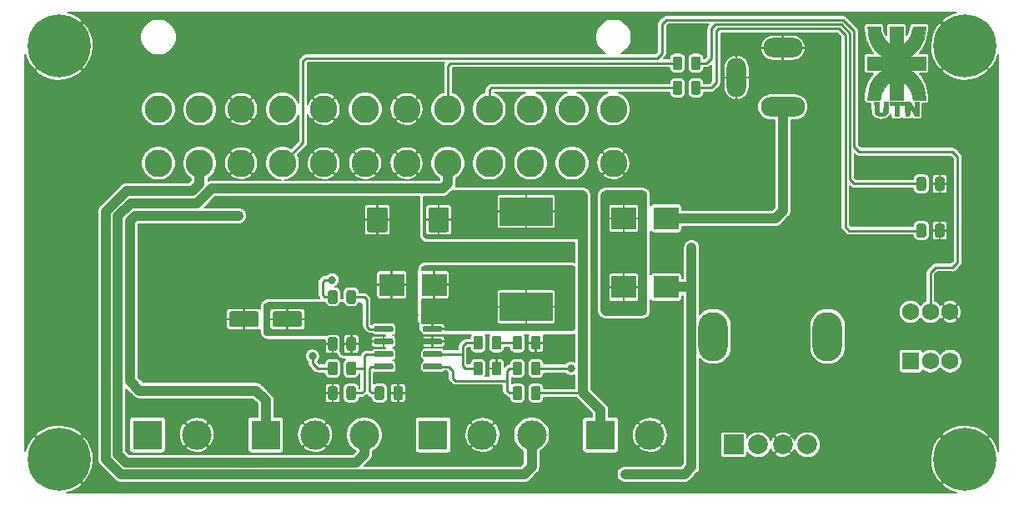
<source format=gbr>
G04 #@! TF.GenerationSoftware,KiCad,Pcbnew,5.1.5-52549c5~86~ubuntu18.04.1*
G04 #@! TF.CreationDate,2020-09-04T15:06:53-03:00*
G04 #@! TF.ProjectId,TPS54331,54505335-3433-4333-912e-6b696361645f,v1.0*
G04 #@! TF.SameCoordinates,Original*
G04 #@! TF.FileFunction,Copper,L1,Top*
G04 #@! TF.FilePolarity,Positive*
%FSLAX46Y46*%
G04 Gerber Fmt 4.6, Leading zero omitted, Abs format (unit mm)*
G04 Created by KiCad (PCBNEW 5.1.5-52549c5~86~ubuntu18.04.1) date 2020-09-04 15:06:53*
%MOMM*%
%LPD*%
G04 APERTURE LIST*
%ADD10C,0.010000*%
%ADD11C,3.000000*%
%ADD12R,3.000000X3.000000*%
%ADD13O,3.000000X5.000000*%
%ADD14C,2.000000*%
%ADD15R,2.000000X2.000000*%
%ADD16C,0.100000*%
%ADD17C,1.750000*%
%ADD18R,1.750000X1.750000*%
%ADD19R,5.400000X2.900000*%
%ADD20C,2.800000*%
%ADD21O,2.000000X4.000000*%
%ADD22O,4.000000X2.000000*%
%ADD23O,4.500000X2.000000*%
%ADD24C,6.400000*%
%ADD25R,2.500000X2.300000*%
%ADD26C,0.800000*%
%ADD27C,0.250000*%
%ADD28C,1.000000*%
%ADD29C,0.200000*%
%ADD30C,0.254000*%
G04 APERTURE END LIST*
D10*
G36*
X185729408Y-68916250D02*
G01*
X185740833Y-69815833D01*
X186037936Y-69519500D01*
X186279040Y-69246845D01*
X186453764Y-68967722D01*
X186575950Y-68655833D01*
X186644939Y-68366299D01*
X186710946Y-68016666D01*
X188002481Y-68016666D01*
X187980127Y-68302416D01*
X187930167Y-68716900D01*
X187849105Y-69114483D01*
X187743128Y-69466855D01*
X187703105Y-69569926D01*
X187523701Y-69924526D01*
X187289459Y-70271155D01*
X187018112Y-70587806D01*
X186727397Y-70852473D01*
X186588256Y-70953218D01*
X186419679Y-71064666D01*
X188005666Y-71064666D01*
X188005666Y-72467011D01*
X187243613Y-72453755D01*
X187000316Y-72450635D01*
X186789280Y-72450054D01*
X186623828Y-72451873D01*
X186517287Y-72455954D01*
X186482752Y-72461666D01*
X186516290Y-72494107D01*
X186600229Y-72552776D01*
X186657088Y-72588666D01*
X186813567Y-72706352D01*
X186994146Y-72876829D01*
X187180295Y-73079737D01*
X187353481Y-73294718D01*
X187495171Y-73501412D01*
X187509278Y-73524861D01*
X187637081Y-73777658D01*
X187755565Y-74078114D01*
X187853831Y-74393179D01*
X187920985Y-74689802D01*
X187940751Y-74833553D01*
X187958572Y-75012401D01*
X187977313Y-75187670D01*
X187988840Y-75287416D01*
X188010854Y-75467333D01*
X186704949Y-75467333D01*
X186653434Y-75147995D01*
X186550327Y-74754333D01*
X186376505Y-74385271D01*
X186141740Y-74059332D01*
X186004772Y-73918519D01*
X185740833Y-73674113D01*
X185729424Y-74591889D01*
X185718015Y-75509666D01*
X184365000Y-75509666D01*
X184365000Y-74620666D01*
X184363115Y-74284001D01*
X184357376Y-74029402D01*
X184347651Y-73854351D01*
X184333813Y-73756330D01*
X184319280Y-73731666D01*
X184269870Y-73759837D01*
X184179158Y-73834672D01*
X184064363Y-73941650D01*
X184030554Y-73975083D01*
X183776432Y-74286639D01*
X183585378Y-74650407D01*
X183455246Y-75070608D01*
X183442345Y-75131314D01*
X183370166Y-75488500D01*
X182734545Y-75476867D01*
X182098925Y-75465235D01*
X182128745Y-75053534D01*
X182205916Y-74515606D01*
X182355558Y-74010510D01*
X182574764Y-73545825D01*
X182860631Y-73129131D01*
X182871123Y-73116340D01*
X182996571Y-72975116D01*
X183139128Y-72831493D01*
X183283370Y-72699089D01*
X183413874Y-72591529D01*
X183515217Y-72522433D01*
X183564468Y-72504000D01*
X183602468Y-72477642D01*
X183603034Y-72472250D01*
X183562953Y-72462845D01*
X183451588Y-72456088D01*
X183282289Y-72452290D01*
X183068405Y-72451762D01*
X182841034Y-72454482D01*
X182079000Y-72468464D01*
X182079000Y-71064666D01*
X183654647Y-71064666D01*
X183406573Y-70881113D01*
X183024810Y-70547385D01*
X182707726Y-70160139D01*
X182456757Y-69722149D01*
X182273338Y-69236190D01*
X182158904Y-68705034D01*
X182126869Y-68408250D01*
X182098120Y-68016666D01*
X183412500Y-68016790D01*
X183424053Y-68196645D01*
X183462489Y-68447730D01*
X183541547Y-68727646D01*
X183650008Y-68998282D01*
X183675158Y-69049753D01*
X183745164Y-69162567D01*
X183847870Y-69297993D01*
X183968396Y-69439804D01*
X184091864Y-69571768D01*
X184203393Y-69677655D01*
X184288103Y-69741236D01*
X184319279Y-69752333D01*
X184336795Y-69715463D01*
X184349984Y-69603218D01*
X184358976Y-69413145D01*
X184363899Y-69142794D01*
X184365000Y-68884500D01*
X184365000Y-68016666D01*
X185717982Y-68016666D01*
X185729408Y-68916250D01*
G37*
X185729408Y-68916250D02*
X185740833Y-69815833D01*
X186037936Y-69519500D01*
X186279040Y-69246845D01*
X186453764Y-68967722D01*
X186575950Y-68655833D01*
X186644939Y-68366299D01*
X186710946Y-68016666D01*
X188002481Y-68016666D01*
X187980127Y-68302416D01*
X187930167Y-68716900D01*
X187849105Y-69114483D01*
X187743128Y-69466855D01*
X187703105Y-69569926D01*
X187523701Y-69924526D01*
X187289459Y-70271155D01*
X187018112Y-70587806D01*
X186727397Y-70852473D01*
X186588256Y-70953218D01*
X186419679Y-71064666D01*
X188005666Y-71064666D01*
X188005666Y-72467011D01*
X187243613Y-72453755D01*
X187000316Y-72450635D01*
X186789280Y-72450054D01*
X186623828Y-72451873D01*
X186517287Y-72455954D01*
X186482752Y-72461666D01*
X186516290Y-72494107D01*
X186600229Y-72552776D01*
X186657088Y-72588666D01*
X186813567Y-72706352D01*
X186994146Y-72876829D01*
X187180295Y-73079737D01*
X187353481Y-73294718D01*
X187495171Y-73501412D01*
X187509278Y-73524861D01*
X187637081Y-73777658D01*
X187755565Y-74078114D01*
X187853831Y-74393179D01*
X187920985Y-74689802D01*
X187940751Y-74833553D01*
X187958572Y-75012401D01*
X187977313Y-75187670D01*
X187988840Y-75287416D01*
X188010854Y-75467333D01*
X186704949Y-75467333D01*
X186653434Y-75147995D01*
X186550327Y-74754333D01*
X186376505Y-74385271D01*
X186141740Y-74059332D01*
X186004772Y-73918519D01*
X185740833Y-73674113D01*
X185729424Y-74591889D01*
X185718015Y-75509666D01*
X184365000Y-75509666D01*
X184365000Y-74620666D01*
X184363115Y-74284001D01*
X184357376Y-74029402D01*
X184347651Y-73854351D01*
X184333813Y-73756330D01*
X184319280Y-73731666D01*
X184269870Y-73759837D01*
X184179158Y-73834672D01*
X184064363Y-73941650D01*
X184030554Y-73975083D01*
X183776432Y-74286639D01*
X183585378Y-74650407D01*
X183455246Y-75070608D01*
X183442345Y-75131314D01*
X183370166Y-75488500D01*
X182734545Y-75476867D01*
X182098925Y-75465235D01*
X182128745Y-75053534D01*
X182205916Y-74515606D01*
X182355558Y-74010510D01*
X182574764Y-73545825D01*
X182860631Y-73129131D01*
X182871123Y-73116340D01*
X182996571Y-72975116D01*
X183139128Y-72831493D01*
X183283370Y-72699089D01*
X183413874Y-72591529D01*
X183515217Y-72522433D01*
X183564468Y-72504000D01*
X183602468Y-72477642D01*
X183603034Y-72472250D01*
X183562953Y-72462845D01*
X183451588Y-72456088D01*
X183282289Y-72452290D01*
X183068405Y-72451762D01*
X182841034Y-72454482D01*
X182079000Y-72468464D01*
X182079000Y-71064666D01*
X183654647Y-71064666D01*
X183406573Y-70881113D01*
X183024810Y-70547385D01*
X182707726Y-70160139D01*
X182456757Y-69722149D01*
X182273338Y-69236190D01*
X182158904Y-68705034D01*
X182126869Y-68408250D01*
X182098120Y-68016666D01*
X183412500Y-68016790D01*
X183424053Y-68196645D01*
X183462489Y-68447730D01*
X183541547Y-68727646D01*
X183650008Y-68998282D01*
X183675158Y-69049753D01*
X183745164Y-69162567D01*
X183847870Y-69297993D01*
X183968396Y-69439804D01*
X184091864Y-69571768D01*
X184203393Y-69677655D01*
X184288103Y-69741236D01*
X184319279Y-69752333D01*
X184336795Y-69715463D01*
X184349984Y-69603218D01*
X184358976Y-69413145D01*
X184363899Y-69142794D01*
X184365000Y-68884500D01*
X184365000Y-68016666D01*
X185717982Y-68016666D01*
X185729408Y-68916250D01*
G36*
X186143000Y-75645400D02*
G01*
X186375833Y-75657833D01*
X186629833Y-76032898D01*
X186883833Y-76407964D01*
X186908177Y-75636666D01*
X187128838Y-75636614D01*
X187349500Y-75636561D01*
X187337011Y-76379593D01*
X187324523Y-77122625D01*
X187108807Y-77109896D01*
X186893090Y-77097166D01*
X186634461Y-76719911D01*
X186375833Y-76342656D01*
X186363661Y-76730494D01*
X186351489Y-77118333D01*
X185935108Y-77118333D01*
X185922637Y-76375650D01*
X185910166Y-75632968D01*
X186143000Y-75645400D01*
G37*
X186143000Y-75645400D02*
X186375833Y-75657833D01*
X186629833Y-76032898D01*
X186883833Y-76407964D01*
X186908177Y-75636666D01*
X187128838Y-75636614D01*
X187349500Y-75636561D01*
X187337011Y-76379593D01*
X187324523Y-77122625D01*
X187108807Y-77109896D01*
X186893090Y-77097166D01*
X186634461Y-76719911D01*
X186375833Y-76342656D01*
X186363661Y-76730494D01*
X186351489Y-77118333D01*
X185935108Y-77118333D01*
X185922637Y-76375650D01*
X185910166Y-75632968D01*
X186143000Y-75645400D01*
G36*
X185762000Y-76017666D02*
G01*
X185296333Y-76017666D01*
X185296333Y-77118333D01*
X184830666Y-77118333D01*
X184830666Y-76017666D01*
X184365000Y-76017666D01*
X184365000Y-75636666D01*
X185762000Y-75636666D01*
X185762000Y-76017666D01*
G37*
X185762000Y-76017666D02*
X185296333Y-76017666D01*
X185296333Y-77118333D01*
X184830666Y-77118333D01*
X184830666Y-76017666D01*
X184365000Y-76017666D01*
X184365000Y-75636666D01*
X185762000Y-75636666D01*
X185762000Y-76017666D01*
G36*
X183020916Y-75636584D02*
G01*
X183264333Y-75636666D01*
X183264333Y-76164343D01*
X183265451Y-76385993D01*
X183270233Y-76537918D01*
X183280816Y-76635046D01*
X183299340Y-76692306D01*
X183327943Y-76724626D01*
X183346216Y-76735843D01*
X183491397Y-76777341D01*
X183620188Y-76746607D01*
X183663476Y-76713142D01*
X183693204Y-76666166D01*
X183712971Y-76586028D01*
X183724483Y-76458083D01*
X183729443Y-76267688D01*
X183730000Y-76141642D01*
X183730000Y-75636666D01*
X184195666Y-75636666D01*
X184195666Y-76180739D01*
X184194434Y-76409164D01*
X184189077Y-76570639D01*
X184177103Y-76682866D01*
X184156021Y-76763544D01*
X184123339Y-76830376D01*
X184098836Y-76868656D01*
X183946445Y-77024028D01*
X183742607Y-77113186D01*
X183486525Y-77136371D01*
X183288778Y-77115698D01*
X183092973Y-77055536D01*
X182950111Y-76950737D01*
X182819833Y-76820545D01*
X182798666Y-76228523D01*
X182777500Y-75636501D01*
X183020916Y-75636584D01*
G37*
X183020916Y-75636584D02*
X183264333Y-75636666D01*
X183264333Y-76164343D01*
X183265451Y-76385993D01*
X183270233Y-76537918D01*
X183280816Y-76635046D01*
X183299340Y-76692306D01*
X183327943Y-76724626D01*
X183346216Y-76735843D01*
X183491397Y-76777341D01*
X183620188Y-76746607D01*
X183663476Y-76713142D01*
X183693204Y-76666166D01*
X183712971Y-76586028D01*
X183724483Y-76458083D01*
X183729443Y-76267688D01*
X183730000Y-76141642D01*
X183730000Y-75636666D01*
X184195666Y-75636666D01*
X184195666Y-76180739D01*
X184194434Y-76409164D01*
X184189077Y-76570639D01*
X184177103Y-76682866D01*
X184156021Y-76763544D01*
X184123339Y-76830376D01*
X184098836Y-76868656D01*
X183946445Y-77024028D01*
X183742607Y-77113186D01*
X183486525Y-77136371D01*
X183288778Y-77115698D01*
X183092973Y-77055536D01*
X182950111Y-76950737D01*
X182819833Y-76820545D01*
X182798666Y-76228523D01*
X182777500Y-75636501D01*
X183020916Y-75636584D01*
D11*
X160000000Y-109500000D03*
D12*
X155000000Y-109500000D03*
X138000000Y-109500000D03*
D11*
X143000000Y-109500000D03*
X148000000Y-109500000D03*
D12*
X121000000Y-109500000D03*
D11*
X126000000Y-109500000D03*
X131000000Y-109500000D03*
X114000000Y-109500000D03*
D12*
X109000000Y-109500000D03*
D13*
X178050000Y-99500000D03*
X166450000Y-99500000D03*
D14*
X176000000Y-110500000D03*
X173500000Y-110500000D03*
X171000000Y-110500000D03*
D15*
X168500000Y-110500000D03*
G04 #@! TA.AperFunction,SMDPad,CuDef*
D16*
G36*
X146830142Y-104551174D02*
G01*
X146853803Y-104554684D01*
X146877007Y-104560496D01*
X146899529Y-104568554D01*
X146921153Y-104578782D01*
X146941670Y-104591079D01*
X146960883Y-104605329D01*
X146978607Y-104621393D01*
X146994671Y-104639117D01*
X147008921Y-104658330D01*
X147021218Y-104678847D01*
X147031446Y-104700471D01*
X147039504Y-104722993D01*
X147045316Y-104746197D01*
X147048826Y-104769858D01*
X147050000Y-104793750D01*
X147050000Y-105706250D01*
X147048826Y-105730142D01*
X147045316Y-105753803D01*
X147039504Y-105777007D01*
X147031446Y-105799529D01*
X147021218Y-105821153D01*
X147008921Y-105841670D01*
X146994671Y-105860883D01*
X146978607Y-105878607D01*
X146960883Y-105894671D01*
X146941670Y-105908921D01*
X146921153Y-105921218D01*
X146899529Y-105931446D01*
X146877007Y-105939504D01*
X146853803Y-105945316D01*
X146830142Y-105948826D01*
X146806250Y-105950000D01*
X146318750Y-105950000D01*
X146294858Y-105948826D01*
X146271197Y-105945316D01*
X146247993Y-105939504D01*
X146225471Y-105931446D01*
X146203847Y-105921218D01*
X146183330Y-105908921D01*
X146164117Y-105894671D01*
X146146393Y-105878607D01*
X146130329Y-105860883D01*
X146116079Y-105841670D01*
X146103782Y-105821153D01*
X146093554Y-105799529D01*
X146085496Y-105777007D01*
X146079684Y-105753803D01*
X146076174Y-105730142D01*
X146075000Y-105706250D01*
X146075000Y-104793750D01*
X146076174Y-104769858D01*
X146079684Y-104746197D01*
X146085496Y-104722993D01*
X146093554Y-104700471D01*
X146103782Y-104678847D01*
X146116079Y-104658330D01*
X146130329Y-104639117D01*
X146146393Y-104621393D01*
X146164117Y-104605329D01*
X146183330Y-104591079D01*
X146203847Y-104578782D01*
X146225471Y-104568554D01*
X146247993Y-104560496D01*
X146271197Y-104554684D01*
X146294858Y-104551174D01*
X146318750Y-104550000D01*
X146806250Y-104550000D01*
X146830142Y-104551174D01*
G37*
G04 #@! TD.AperFunction*
G04 #@! TA.AperFunction,SMDPad,CuDef*
G36*
X148705142Y-104551174D02*
G01*
X148728803Y-104554684D01*
X148752007Y-104560496D01*
X148774529Y-104568554D01*
X148796153Y-104578782D01*
X148816670Y-104591079D01*
X148835883Y-104605329D01*
X148853607Y-104621393D01*
X148869671Y-104639117D01*
X148883921Y-104658330D01*
X148896218Y-104678847D01*
X148906446Y-104700471D01*
X148914504Y-104722993D01*
X148920316Y-104746197D01*
X148923826Y-104769858D01*
X148925000Y-104793750D01*
X148925000Y-105706250D01*
X148923826Y-105730142D01*
X148920316Y-105753803D01*
X148914504Y-105777007D01*
X148906446Y-105799529D01*
X148896218Y-105821153D01*
X148883921Y-105841670D01*
X148869671Y-105860883D01*
X148853607Y-105878607D01*
X148835883Y-105894671D01*
X148816670Y-105908921D01*
X148796153Y-105921218D01*
X148774529Y-105931446D01*
X148752007Y-105939504D01*
X148728803Y-105945316D01*
X148705142Y-105948826D01*
X148681250Y-105950000D01*
X148193750Y-105950000D01*
X148169858Y-105948826D01*
X148146197Y-105945316D01*
X148122993Y-105939504D01*
X148100471Y-105931446D01*
X148078847Y-105921218D01*
X148058330Y-105908921D01*
X148039117Y-105894671D01*
X148021393Y-105878607D01*
X148005329Y-105860883D01*
X147991079Y-105841670D01*
X147978782Y-105821153D01*
X147968554Y-105799529D01*
X147960496Y-105777007D01*
X147954684Y-105753803D01*
X147951174Y-105730142D01*
X147950000Y-105706250D01*
X147950000Y-104793750D01*
X147951174Y-104769858D01*
X147954684Y-104746197D01*
X147960496Y-104722993D01*
X147968554Y-104700471D01*
X147978782Y-104678847D01*
X147991079Y-104658330D01*
X148005329Y-104639117D01*
X148021393Y-104621393D01*
X148039117Y-104605329D01*
X148058330Y-104591079D01*
X148078847Y-104578782D01*
X148100471Y-104568554D01*
X148122993Y-104560496D01*
X148146197Y-104554684D01*
X148169858Y-104551174D01*
X148193750Y-104550000D01*
X148681250Y-104550000D01*
X148705142Y-104551174D01*
G37*
G04 #@! TD.AperFunction*
G04 #@! TA.AperFunction,SMDPad,CuDef*
G36*
X138764703Y-98445722D02*
G01*
X138779264Y-98447882D01*
X138793543Y-98451459D01*
X138807403Y-98456418D01*
X138820710Y-98462712D01*
X138833336Y-98470280D01*
X138845159Y-98479048D01*
X138856066Y-98488934D01*
X138865952Y-98499841D01*
X138874720Y-98511664D01*
X138882288Y-98524290D01*
X138888582Y-98537597D01*
X138893541Y-98551457D01*
X138897118Y-98565736D01*
X138899278Y-98580297D01*
X138900000Y-98595000D01*
X138900000Y-98895000D01*
X138899278Y-98909703D01*
X138897118Y-98924264D01*
X138893541Y-98938543D01*
X138888582Y-98952403D01*
X138882288Y-98965710D01*
X138874720Y-98978336D01*
X138865952Y-98990159D01*
X138856066Y-99001066D01*
X138845159Y-99010952D01*
X138833336Y-99019720D01*
X138820710Y-99027288D01*
X138807403Y-99033582D01*
X138793543Y-99038541D01*
X138779264Y-99042118D01*
X138764703Y-99044278D01*
X138750000Y-99045000D01*
X137100000Y-99045000D01*
X137085297Y-99044278D01*
X137070736Y-99042118D01*
X137056457Y-99038541D01*
X137042597Y-99033582D01*
X137029290Y-99027288D01*
X137016664Y-99019720D01*
X137004841Y-99010952D01*
X136993934Y-99001066D01*
X136984048Y-98990159D01*
X136975280Y-98978336D01*
X136967712Y-98965710D01*
X136961418Y-98952403D01*
X136956459Y-98938543D01*
X136952882Y-98924264D01*
X136950722Y-98909703D01*
X136950000Y-98895000D01*
X136950000Y-98595000D01*
X136950722Y-98580297D01*
X136952882Y-98565736D01*
X136956459Y-98551457D01*
X136961418Y-98537597D01*
X136967712Y-98524290D01*
X136975280Y-98511664D01*
X136984048Y-98499841D01*
X136993934Y-98488934D01*
X137004841Y-98479048D01*
X137016664Y-98470280D01*
X137029290Y-98462712D01*
X137042597Y-98456418D01*
X137056457Y-98451459D01*
X137070736Y-98447882D01*
X137085297Y-98445722D01*
X137100000Y-98445000D01*
X138750000Y-98445000D01*
X138764703Y-98445722D01*
G37*
G04 #@! TD.AperFunction*
G04 #@! TA.AperFunction,SMDPad,CuDef*
G36*
X138764703Y-99715722D02*
G01*
X138779264Y-99717882D01*
X138793543Y-99721459D01*
X138807403Y-99726418D01*
X138820710Y-99732712D01*
X138833336Y-99740280D01*
X138845159Y-99749048D01*
X138856066Y-99758934D01*
X138865952Y-99769841D01*
X138874720Y-99781664D01*
X138882288Y-99794290D01*
X138888582Y-99807597D01*
X138893541Y-99821457D01*
X138897118Y-99835736D01*
X138899278Y-99850297D01*
X138900000Y-99865000D01*
X138900000Y-100165000D01*
X138899278Y-100179703D01*
X138897118Y-100194264D01*
X138893541Y-100208543D01*
X138888582Y-100222403D01*
X138882288Y-100235710D01*
X138874720Y-100248336D01*
X138865952Y-100260159D01*
X138856066Y-100271066D01*
X138845159Y-100280952D01*
X138833336Y-100289720D01*
X138820710Y-100297288D01*
X138807403Y-100303582D01*
X138793543Y-100308541D01*
X138779264Y-100312118D01*
X138764703Y-100314278D01*
X138750000Y-100315000D01*
X137100000Y-100315000D01*
X137085297Y-100314278D01*
X137070736Y-100312118D01*
X137056457Y-100308541D01*
X137042597Y-100303582D01*
X137029290Y-100297288D01*
X137016664Y-100289720D01*
X137004841Y-100280952D01*
X136993934Y-100271066D01*
X136984048Y-100260159D01*
X136975280Y-100248336D01*
X136967712Y-100235710D01*
X136961418Y-100222403D01*
X136956459Y-100208543D01*
X136952882Y-100194264D01*
X136950722Y-100179703D01*
X136950000Y-100165000D01*
X136950000Y-99865000D01*
X136950722Y-99850297D01*
X136952882Y-99835736D01*
X136956459Y-99821457D01*
X136961418Y-99807597D01*
X136967712Y-99794290D01*
X136975280Y-99781664D01*
X136984048Y-99769841D01*
X136993934Y-99758934D01*
X137004841Y-99749048D01*
X137016664Y-99740280D01*
X137029290Y-99732712D01*
X137042597Y-99726418D01*
X137056457Y-99721459D01*
X137070736Y-99717882D01*
X137085297Y-99715722D01*
X137100000Y-99715000D01*
X138750000Y-99715000D01*
X138764703Y-99715722D01*
G37*
G04 #@! TD.AperFunction*
G04 #@! TA.AperFunction,SMDPad,CuDef*
G36*
X138764703Y-100985722D02*
G01*
X138779264Y-100987882D01*
X138793543Y-100991459D01*
X138807403Y-100996418D01*
X138820710Y-101002712D01*
X138833336Y-101010280D01*
X138845159Y-101019048D01*
X138856066Y-101028934D01*
X138865952Y-101039841D01*
X138874720Y-101051664D01*
X138882288Y-101064290D01*
X138888582Y-101077597D01*
X138893541Y-101091457D01*
X138897118Y-101105736D01*
X138899278Y-101120297D01*
X138900000Y-101135000D01*
X138900000Y-101435000D01*
X138899278Y-101449703D01*
X138897118Y-101464264D01*
X138893541Y-101478543D01*
X138888582Y-101492403D01*
X138882288Y-101505710D01*
X138874720Y-101518336D01*
X138865952Y-101530159D01*
X138856066Y-101541066D01*
X138845159Y-101550952D01*
X138833336Y-101559720D01*
X138820710Y-101567288D01*
X138807403Y-101573582D01*
X138793543Y-101578541D01*
X138779264Y-101582118D01*
X138764703Y-101584278D01*
X138750000Y-101585000D01*
X137100000Y-101585000D01*
X137085297Y-101584278D01*
X137070736Y-101582118D01*
X137056457Y-101578541D01*
X137042597Y-101573582D01*
X137029290Y-101567288D01*
X137016664Y-101559720D01*
X137004841Y-101550952D01*
X136993934Y-101541066D01*
X136984048Y-101530159D01*
X136975280Y-101518336D01*
X136967712Y-101505710D01*
X136961418Y-101492403D01*
X136956459Y-101478543D01*
X136952882Y-101464264D01*
X136950722Y-101449703D01*
X136950000Y-101435000D01*
X136950000Y-101135000D01*
X136950722Y-101120297D01*
X136952882Y-101105736D01*
X136956459Y-101091457D01*
X136961418Y-101077597D01*
X136967712Y-101064290D01*
X136975280Y-101051664D01*
X136984048Y-101039841D01*
X136993934Y-101028934D01*
X137004841Y-101019048D01*
X137016664Y-101010280D01*
X137029290Y-101002712D01*
X137042597Y-100996418D01*
X137056457Y-100991459D01*
X137070736Y-100987882D01*
X137085297Y-100985722D01*
X137100000Y-100985000D01*
X138750000Y-100985000D01*
X138764703Y-100985722D01*
G37*
G04 #@! TD.AperFunction*
G04 #@! TA.AperFunction,SMDPad,CuDef*
G36*
X138764703Y-102255722D02*
G01*
X138779264Y-102257882D01*
X138793543Y-102261459D01*
X138807403Y-102266418D01*
X138820710Y-102272712D01*
X138833336Y-102280280D01*
X138845159Y-102289048D01*
X138856066Y-102298934D01*
X138865952Y-102309841D01*
X138874720Y-102321664D01*
X138882288Y-102334290D01*
X138888582Y-102347597D01*
X138893541Y-102361457D01*
X138897118Y-102375736D01*
X138899278Y-102390297D01*
X138900000Y-102405000D01*
X138900000Y-102705000D01*
X138899278Y-102719703D01*
X138897118Y-102734264D01*
X138893541Y-102748543D01*
X138888582Y-102762403D01*
X138882288Y-102775710D01*
X138874720Y-102788336D01*
X138865952Y-102800159D01*
X138856066Y-102811066D01*
X138845159Y-102820952D01*
X138833336Y-102829720D01*
X138820710Y-102837288D01*
X138807403Y-102843582D01*
X138793543Y-102848541D01*
X138779264Y-102852118D01*
X138764703Y-102854278D01*
X138750000Y-102855000D01*
X137100000Y-102855000D01*
X137085297Y-102854278D01*
X137070736Y-102852118D01*
X137056457Y-102848541D01*
X137042597Y-102843582D01*
X137029290Y-102837288D01*
X137016664Y-102829720D01*
X137004841Y-102820952D01*
X136993934Y-102811066D01*
X136984048Y-102800159D01*
X136975280Y-102788336D01*
X136967712Y-102775710D01*
X136961418Y-102762403D01*
X136956459Y-102748543D01*
X136952882Y-102734264D01*
X136950722Y-102719703D01*
X136950000Y-102705000D01*
X136950000Y-102405000D01*
X136950722Y-102390297D01*
X136952882Y-102375736D01*
X136956459Y-102361457D01*
X136961418Y-102347597D01*
X136967712Y-102334290D01*
X136975280Y-102321664D01*
X136984048Y-102309841D01*
X136993934Y-102298934D01*
X137004841Y-102289048D01*
X137016664Y-102280280D01*
X137029290Y-102272712D01*
X137042597Y-102266418D01*
X137056457Y-102261459D01*
X137070736Y-102257882D01*
X137085297Y-102255722D01*
X137100000Y-102255000D01*
X138750000Y-102255000D01*
X138764703Y-102255722D01*
G37*
G04 #@! TD.AperFunction*
G04 #@! TA.AperFunction,SMDPad,CuDef*
G36*
X133814703Y-102255722D02*
G01*
X133829264Y-102257882D01*
X133843543Y-102261459D01*
X133857403Y-102266418D01*
X133870710Y-102272712D01*
X133883336Y-102280280D01*
X133895159Y-102289048D01*
X133906066Y-102298934D01*
X133915952Y-102309841D01*
X133924720Y-102321664D01*
X133932288Y-102334290D01*
X133938582Y-102347597D01*
X133943541Y-102361457D01*
X133947118Y-102375736D01*
X133949278Y-102390297D01*
X133950000Y-102405000D01*
X133950000Y-102705000D01*
X133949278Y-102719703D01*
X133947118Y-102734264D01*
X133943541Y-102748543D01*
X133938582Y-102762403D01*
X133932288Y-102775710D01*
X133924720Y-102788336D01*
X133915952Y-102800159D01*
X133906066Y-102811066D01*
X133895159Y-102820952D01*
X133883336Y-102829720D01*
X133870710Y-102837288D01*
X133857403Y-102843582D01*
X133843543Y-102848541D01*
X133829264Y-102852118D01*
X133814703Y-102854278D01*
X133800000Y-102855000D01*
X132150000Y-102855000D01*
X132135297Y-102854278D01*
X132120736Y-102852118D01*
X132106457Y-102848541D01*
X132092597Y-102843582D01*
X132079290Y-102837288D01*
X132066664Y-102829720D01*
X132054841Y-102820952D01*
X132043934Y-102811066D01*
X132034048Y-102800159D01*
X132025280Y-102788336D01*
X132017712Y-102775710D01*
X132011418Y-102762403D01*
X132006459Y-102748543D01*
X132002882Y-102734264D01*
X132000722Y-102719703D01*
X132000000Y-102705000D01*
X132000000Y-102405000D01*
X132000722Y-102390297D01*
X132002882Y-102375736D01*
X132006459Y-102361457D01*
X132011418Y-102347597D01*
X132017712Y-102334290D01*
X132025280Y-102321664D01*
X132034048Y-102309841D01*
X132043934Y-102298934D01*
X132054841Y-102289048D01*
X132066664Y-102280280D01*
X132079290Y-102272712D01*
X132092597Y-102266418D01*
X132106457Y-102261459D01*
X132120736Y-102257882D01*
X132135297Y-102255722D01*
X132150000Y-102255000D01*
X133800000Y-102255000D01*
X133814703Y-102255722D01*
G37*
G04 #@! TD.AperFunction*
G04 #@! TA.AperFunction,SMDPad,CuDef*
G36*
X133814703Y-100985722D02*
G01*
X133829264Y-100987882D01*
X133843543Y-100991459D01*
X133857403Y-100996418D01*
X133870710Y-101002712D01*
X133883336Y-101010280D01*
X133895159Y-101019048D01*
X133906066Y-101028934D01*
X133915952Y-101039841D01*
X133924720Y-101051664D01*
X133932288Y-101064290D01*
X133938582Y-101077597D01*
X133943541Y-101091457D01*
X133947118Y-101105736D01*
X133949278Y-101120297D01*
X133950000Y-101135000D01*
X133950000Y-101435000D01*
X133949278Y-101449703D01*
X133947118Y-101464264D01*
X133943541Y-101478543D01*
X133938582Y-101492403D01*
X133932288Y-101505710D01*
X133924720Y-101518336D01*
X133915952Y-101530159D01*
X133906066Y-101541066D01*
X133895159Y-101550952D01*
X133883336Y-101559720D01*
X133870710Y-101567288D01*
X133857403Y-101573582D01*
X133843543Y-101578541D01*
X133829264Y-101582118D01*
X133814703Y-101584278D01*
X133800000Y-101585000D01*
X132150000Y-101585000D01*
X132135297Y-101584278D01*
X132120736Y-101582118D01*
X132106457Y-101578541D01*
X132092597Y-101573582D01*
X132079290Y-101567288D01*
X132066664Y-101559720D01*
X132054841Y-101550952D01*
X132043934Y-101541066D01*
X132034048Y-101530159D01*
X132025280Y-101518336D01*
X132017712Y-101505710D01*
X132011418Y-101492403D01*
X132006459Y-101478543D01*
X132002882Y-101464264D01*
X132000722Y-101449703D01*
X132000000Y-101435000D01*
X132000000Y-101135000D01*
X132000722Y-101120297D01*
X132002882Y-101105736D01*
X132006459Y-101091457D01*
X132011418Y-101077597D01*
X132017712Y-101064290D01*
X132025280Y-101051664D01*
X132034048Y-101039841D01*
X132043934Y-101028934D01*
X132054841Y-101019048D01*
X132066664Y-101010280D01*
X132079290Y-101002712D01*
X132092597Y-100996418D01*
X132106457Y-100991459D01*
X132120736Y-100987882D01*
X132135297Y-100985722D01*
X132150000Y-100985000D01*
X133800000Y-100985000D01*
X133814703Y-100985722D01*
G37*
G04 #@! TD.AperFunction*
G04 #@! TA.AperFunction,SMDPad,CuDef*
G36*
X133814703Y-99715722D02*
G01*
X133829264Y-99717882D01*
X133843543Y-99721459D01*
X133857403Y-99726418D01*
X133870710Y-99732712D01*
X133883336Y-99740280D01*
X133895159Y-99749048D01*
X133906066Y-99758934D01*
X133915952Y-99769841D01*
X133924720Y-99781664D01*
X133932288Y-99794290D01*
X133938582Y-99807597D01*
X133943541Y-99821457D01*
X133947118Y-99835736D01*
X133949278Y-99850297D01*
X133950000Y-99865000D01*
X133950000Y-100165000D01*
X133949278Y-100179703D01*
X133947118Y-100194264D01*
X133943541Y-100208543D01*
X133938582Y-100222403D01*
X133932288Y-100235710D01*
X133924720Y-100248336D01*
X133915952Y-100260159D01*
X133906066Y-100271066D01*
X133895159Y-100280952D01*
X133883336Y-100289720D01*
X133870710Y-100297288D01*
X133857403Y-100303582D01*
X133843543Y-100308541D01*
X133829264Y-100312118D01*
X133814703Y-100314278D01*
X133800000Y-100315000D01*
X132150000Y-100315000D01*
X132135297Y-100314278D01*
X132120736Y-100312118D01*
X132106457Y-100308541D01*
X132092597Y-100303582D01*
X132079290Y-100297288D01*
X132066664Y-100289720D01*
X132054841Y-100280952D01*
X132043934Y-100271066D01*
X132034048Y-100260159D01*
X132025280Y-100248336D01*
X132017712Y-100235710D01*
X132011418Y-100222403D01*
X132006459Y-100208543D01*
X132002882Y-100194264D01*
X132000722Y-100179703D01*
X132000000Y-100165000D01*
X132000000Y-99865000D01*
X132000722Y-99850297D01*
X132002882Y-99835736D01*
X132006459Y-99821457D01*
X132011418Y-99807597D01*
X132017712Y-99794290D01*
X132025280Y-99781664D01*
X132034048Y-99769841D01*
X132043934Y-99758934D01*
X132054841Y-99749048D01*
X132066664Y-99740280D01*
X132079290Y-99732712D01*
X132092597Y-99726418D01*
X132106457Y-99721459D01*
X132120736Y-99717882D01*
X132135297Y-99715722D01*
X132150000Y-99715000D01*
X133800000Y-99715000D01*
X133814703Y-99715722D01*
G37*
G04 #@! TD.AperFunction*
G04 #@! TA.AperFunction,SMDPad,CuDef*
G36*
X133814703Y-98445722D02*
G01*
X133829264Y-98447882D01*
X133843543Y-98451459D01*
X133857403Y-98456418D01*
X133870710Y-98462712D01*
X133883336Y-98470280D01*
X133895159Y-98479048D01*
X133906066Y-98488934D01*
X133915952Y-98499841D01*
X133924720Y-98511664D01*
X133932288Y-98524290D01*
X133938582Y-98537597D01*
X133943541Y-98551457D01*
X133947118Y-98565736D01*
X133949278Y-98580297D01*
X133950000Y-98595000D01*
X133950000Y-98895000D01*
X133949278Y-98909703D01*
X133947118Y-98924264D01*
X133943541Y-98938543D01*
X133938582Y-98952403D01*
X133932288Y-98965710D01*
X133924720Y-98978336D01*
X133915952Y-98990159D01*
X133906066Y-99001066D01*
X133895159Y-99010952D01*
X133883336Y-99019720D01*
X133870710Y-99027288D01*
X133857403Y-99033582D01*
X133843543Y-99038541D01*
X133829264Y-99042118D01*
X133814703Y-99044278D01*
X133800000Y-99045000D01*
X132150000Y-99045000D01*
X132135297Y-99044278D01*
X132120736Y-99042118D01*
X132106457Y-99038541D01*
X132092597Y-99033582D01*
X132079290Y-99027288D01*
X132066664Y-99019720D01*
X132054841Y-99010952D01*
X132043934Y-99001066D01*
X132034048Y-98990159D01*
X132025280Y-98978336D01*
X132017712Y-98965710D01*
X132011418Y-98952403D01*
X132006459Y-98938543D01*
X132002882Y-98924264D01*
X132000722Y-98909703D01*
X132000000Y-98895000D01*
X132000000Y-98595000D01*
X132000722Y-98580297D01*
X132002882Y-98565736D01*
X132006459Y-98551457D01*
X132011418Y-98537597D01*
X132017712Y-98524290D01*
X132025280Y-98511664D01*
X132034048Y-98499841D01*
X132043934Y-98488934D01*
X132054841Y-98479048D01*
X132066664Y-98470280D01*
X132079290Y-98462712D01*
X132092597Y-98456418D01*
X132106457Y-98451459D01*
X132120736Y-98447882D01*
X132135297Y-98445722D01*
X132150000Y-98445000D01*
X133800000Y-98445000D01*
X133814703Y-98445722D01*
G37*
G04 #@! TD.AperFunction*
G04 #@! TA.AperFunction,SMDPad,CuDef*
G36*
X136369505Y-99151204D02*
G01*
X136393773Y-99154804D01*
X136417572Y-99160765D01*
X136440671Y-99169030D01*
X136462850Y-99179520D01*
X136483893Y-99192132D01*
X136503599Y-99206747D01*
X136521777Y-99223223D01*
X136538253Y-99241401D01*
X136552868Y-99261107D01*
X136565480Y-99282150D01*
X136575970Y-99304329D01*
X136584235Y-99327428D01*
X136590196Y-99351227D01*
X136593796Y-99375495D01*
X136595000Y-99399999D01*
X136595000Y-101900001D01*
X136593796Y-101924505D01*
X136590196Y-101948773D01*
X136584235Y-101972572D01*
X136575970Y-101995671D01*
X136565480Y-102017850D01*
X136552868Y-102038893D01*
X136538253Y-102058599D01*
X136521777Y-102076777D01*
X136503599Y-102093253D01*
X136483893Y-102107868D01*
X136462850Y-102120480D01*
X136440671Y-102130970D01*
X136417572Y-102139235D01*
X136393773Y-102145196D01*
X136369505Y-102148796D01*
X136345001Y-102150000D01*
X134554999Y-102150000D01*
X134530495Y-102148796D01*
X134506227Y-102145196D01*
X134482428Y-102139235D01*
X134459329Y-102130970D01*
X134437150Y-102120480D01*
X134416107Y-102107868D01*
X134396401Y-102093253D01*
X134378223Y-102076777D01*
X134361747Y-102058599D01*
X134347132Y-102038893D01*
X134334520Y-102017850D01*
X134324030Y-101995671D01*
X134315765Y-101972572D01*
X134309804Y-101948773D01*
X134306204Y-101924505D01*
X134305000Y-101900001D01*
X134305000Y-99399999D01*
X134306204Y-99375495D01*
X134309804Y-99351227D01*
X134315765Y-99327428D01*
X134324030Y-99304329D01*
X134334520Y-99282150D01*
X134347132Y-99261107D01*
X134361747Y-99241401D01*
X134378223Y-99223223D01*
X134396401Y-99206747D01*
X134416107Y-99192132D01*
X134437150Y-99179520D01*
X134459329Y-99169030D01*
X134482428Y-99160765D01*
X134506227Y-99154804D01*
X134530495Y-99151204D01*
X134554999Y-99150000D01*
X136345001Y-99150000D01*
X136369505Y-99151204D01*
G37*
G04 #@! TD.AperFunction*
D17*
X190500000Y-97000000D03*
X188500000Y-97000000D03*
X186500000Y-97000000D03*
X190500000Y-102000000D03*
X188500000Y-102000000D03*
D18*
X186500000Y-102000000D03*
G04 #@! TA.AperFunction,SMDPad,CuDef*
D16*
G36*
X163080142Y-73551174D02*
G01*
X163103803Y-73554684D01*
X163127007Y-73560496D01*
X163149529Y-73568554D01*
X163171153Y-73578782D01*
X163191670Y-73591079D01*
X163210883Y-73605329D01*
X163228607Y-73621393D01*
X163244671Y-73639117D01*
X163258921Y-73658330D01*
X163271218Y-73678847D01*
X163281446Y-73700471D01*
X163289504Y-73722993D01*
X163295316Y-73746197D01*
X163298826Y-73769858D01*
X163300000Y-73793750D01*
X163300000Y-74706250D01*
X163298826Y-74730142D01*
X163295316Y-74753803D01*
X163289504Y-74777007D01*
X163281446Y-74799529D01*
X163271218Y-74821153D01*
X163258921Y-74841670D01*
X163244671Y-74860883D01*
X163228607Y-74878607D01*
X163210883Y-74894671D01*
X163191670Y-74908921D01*
X163171153Y-74921218D01*
X163149529Y-74931446D01*
X163127007Y-74939504D01*
X163103803Y-74945316D01*
X163080142Y-74948826D01*
X163056250Y-74950000D01*
X162568750Y-74950000D01*
X162544858Y-74948826D01*
X162521197Y-74945316D01*
X162497993Y-74939504D01*
X162475471Y-74931446D01*
X162453847Y-74921218D01*
X162433330Y-74908921D01*
X162414117Y-74894671D01*
X162396393Y-74878607D01*
X162380329Y-74860883D01*
X162366079Y-74841670D01*
X162353782Y-74821153D01*
X162343554Y-74799529D01*
X162335496Y-74777007D01*
X162329684Y-74753803D01*
X162326174Y-74730142D01*
X162325000Y-74706250D01*
X162325000Y-73793750D01*
X162326174Y-73769858D01*
X162329684Y-73746197D01*
X162335496Y-73722993D01*
X162343554Y-73700471D01*
X162353782Y-73678847D01*
X162366079Y-73658330D01*
X162380329Y-73639117D01*
X162396393Y-73621393D01*
X162414117Y-73605329D01*
X162433330Y-73591079D01*
X162453847Y-73578782D01*
X162475471Y-73568554D01*
X162497993Y-73560496D01*
X162521197Y-73554684D01*
X162544858Y-73551174D01*
X162568750Y-73550000D01*
X163056250Y-73550000D01*
X163080142Y-73551174D01*
G37*
G04 #@! TD.AperFunction*
G04 #@! TA.AperFunction,SMDPad,CuDef*
G36*
X164955142Y-73551174D02*
G01*
X164978803Y-73554684D01*
X165002007Y-73560496D01*
X165024529Y-73568554D01*
X165046153Y-73578782D01*
X165066670Y-73591079D01*
X165085883Y-73605329D01*
X165103607Y-73621393D01*
X165119671Y-73639117D01*
X165133921Y-73658330D01*
X165146218Y-73678847D01*
X165156446Y-73700471D01*
X165164504Y-73722993D01*
X165170316Y-73746197D01*
X165173826Y-73769858D01*
X165175000Y-73793750D01*
X165175000Y-74706250D01*
X165173826Y-74730142D01*
X165170316Y-74753803D01*
X165164504Y-74777007D01*
X165156446Y-74799529D01*
X165146218Y-74821153D01*
X165133921Y-74841670D01*
X165119671Y-74860883D01*
X165103607Y-74878607D01*
X165085883Y-74894671D01*
X165066670Y-74908921D01*
X165046153Y-74921218D01*
X165024529Y-74931446D01*
X165002007Y-74939504D01*
X164978803Y-74945316D01*
X164955142Y-74948826D01*
X164931250Y-74950000D01*
X164443750Y-74950000D01*
X164419858Y-74948826D01*
X164396197Y-74945316D01*
X164372993Y-74939504D01*
X164350471Y-74931446D01*
X164328847Y-74921218D01*
X164308330Y-74908921D01*
X164289117Y-74894671D01*
X164271393Y-74878607D01*
X164255329Y-74860883D01*
X164241079Y-74841670D01*
X164228782Y-74821153D01*
X164218554Y-74799529D01*
X164210496Y-74777007D01*
X164204684Y-74753803D01*
X164201174Y-74730142D01*
X164200000Y-74706250D01*
X164200000Y-73793750D01*
X164201174Y-73769858D01*
X164204684Y-73746197D01*
X164210496Y-73722993D01*
X164218554Y-73700471D01*
X164228782Y-73678847D01*
X164241079Y-73658330D01*
X164255329Y-73639117D01*
X164271393Y-73621393D01*
X164289117Y-73605329D01*
X164308330Y-73591079D01*
X164328847Y-73578782D01*
X164350471Y-73568554D01*
X164372993Y-73560496D01*
X164396197Y-73554684D01*
X164419858Y-73551174D01*
X164443750Y-73550000D01*
X164931250Y-73550000D01*
X164955142Y-73551174D01*
G37*
G04 #@! TD.AperFunction*
G04 #@! TA.AperFunction,SMDPad,CuDef*
G36*
X163080142Y-71051174D02*
G01*
X163103803Y-71054684D01*
X163127007Y-71060496D01*
X163149529Y-71068554D01*
X163171153Y-71078782D01*
X163191670Y-71091079D01*
X163210883Y-71105329D01*
X163228607Y-71121393D01*
X163244671Y-71139117D01*
X163258921Y-71158330D01*
X163271218Y-71178847D01*
X163281446Y-71200471D01*
X163289504Y-71222993D01*
X163295316Y-71246197D01*
X163298826Y-71269858D01*
X163300000Y-71293750D01*
X163300000Y-72206250D01*
X163298826Y-72230142D01*
X163295316Y-72253803D01*
X163289504Y-72277007D01*
X163281446Y-72299529D01*
X163271218Y-72321153D01*
X163258921Y-72341670D01*
X163244671Y-72360883D01*
X163228607Y-72378607D01*
X163210883Y-72394671D01*
X163191670Y-72408921D01*
X163171153Y-72421218D01*
X163149529Y-72431446D01*
X163127007Y-72439504D01*
X163103803Y-72445316D01*
X163080142Y-72448826D01*
X163056250Y-72450000D01*
X162568750Y-72450000D01*
X162544858Y-72448826D01*
X162521197Y-72445316D01*
X162497993Y-72439504D01*
X162475471Y-72431446D01*
X162453847Y-72421218D01*
X162433330Y-72408921D01*
X162414117Y-72394671D01*
X162396393Y-72378607D01*
X162380329Y-72360883D01*
X162366079Y-72341670D01*
X162353782Y-72321153D01*
X162343554Y-72299529D01*
X162335496Y-72277007D01*
X162329684Y-72253803D01*
X162326174Y-72230142D01*
X162325000Y-72206250D01*
X162325000Y-71293750D01*
X162326174Y-71269858D01*
X162329684Y-71246197D01*
X162335496Y-71222993D01*
X162343554Y-71200471D01*
X162353782Y-71178847D01*
X162366079Y-71158330D01*
X162380329Y-71139117D01*
X162396393Y-71121393D01*
X162414117Y-71105329D01*
X162433330Y-71091079D01*
X162453847Y-71078782D01*
X162475471Y-71068554D01*
X162497993Y-71060496D01*
X162521197Y-71054684D01*
X162544858Y-71051174D01*
X162568750Y-71050000D01*
X163056250Y-71050000D01*
X163080142Y-71051174D01*
G37*
G04 #@! TD.AperFunction*
G04 #@! TA.AperFunction,SMDPad,CuDef*
G36*
X164955142Y-71051174D02*
G01*
X164978803Y-71054684D01*
X165002007Y-71060496D01*
X165024529Y-71068554D01*
X165046153Y-71078782D01*
X165066670Y-71091079D01*
X165085883Y-71105329D01*
X165103607Y-71121393D01*
X165119671Y-71139117D01*
X165133921Y-71158330D01*
X165146218Y-71178847D01*
X165156446Y-71200471D01*
X165164504Y-71222993D01*
X165170316Y-71246197D01*
X165173826Y-71269858D01*
X165175000Y-71293750D01*
X165175000Y-72206250D01*
X165173826Y-72230142D01*
X165170316Y-72253803D01*
X165164504Y-72277007D01*
X165156446Y-72299529D01*
X165146218Y-72321153D01*
X165133921Y-72341670D01*
X165119671Y-72360883D01*
X165103607Y-72378607D01*
X165085883Y-72394671D01*
X165066670Y-72408921D01*
X165046153Y-72421218D01*
X165024529Y-72431446D01*
X165002007Y-72439504D01*
X164978803Y-72445316D01*
X164955142Y-72448826D01*
X164931250Y-72450000D01*
X164443750Y-72450000D01*
X164419858Y-72448826D01*
X164396197Y-72445316D01*
X164372993Y-72439504D01*
X164350471Y-72431446D01*
X164328847Y-72421218D01*
X164308330Y-72408921D01*
X164289117Y-72394671D01*
X164271393Y-72378607D01*
X164255329Y-72360883D01*
X164241079Y-72341670D01*
X164228782Y-72321153D01*
X164218554Y-72299529D01*
X164210496Y-72277007D01*
X164204684Y-72253803D01*
X164201174Y-72230142D01*
X164200000Y-72206250D01*
X164200000Y-71293750D01*
X164201174Y-71269858D01*
X164204684Y-71246197D01*
X164210496Y-71222993D01*
X164218554Y-71200471D01*
X164228782Y-71178847D01*
X164241079Y-71158330D01*
X164255329Y-71139117D01*
X164271393Y-71121393D01*
X164289117Y-71105329D01*
X164308330Y-71091079D01*
X164328847Y-71078782D01*
X164350471Y-71068554D01*
X164372993Y-71060496D01*
X164396197Y-71054684D01*
X164419858Y-71051174D01*
X164443750Y-71050000D01*
X164931250Y-71050000D01*
X164955142Y-71051174D01*
G37*
G04 #@! TD.AperFunction*
G04 #@! TA.AperFunction,SMDPad,CuDef*
G36*
X148705142Y-102051174D02*
G01*
X148728803Y-102054684D01*
X148752007Y-102060496D01*
X148774529Y-102068554D01*
X148796153Y-102078782D01*
X148816670Y-102091079D01*
X148835883Y-102105329D01*
X148853607Y-102121393D01*
X148869671Y-102139117D01*
X148883921Y-102158330D01*
X148896218Y-102178847D01*
X148906446Y-102200471D01*
X148914504Y-102222993D01*
X148920316Y-102246197D01*
X148923826Y-102269858D01*
X148925000Y-102293750D01*
X148925000Y-103206250D01*
X148923826Y-103230142D01*
X148920316Y-103253803D01*
X148914504Y-103277007D01*
X148906446Y-103299529D01*
X148896218Y-103321153D01*
X148883921Y-103341670D01*
X148869671Y-103360883D01*
X148853607Y-103378607D01*
X148835883Y-103394671D01*
X148816670Y-103408921D01*
X148796153Y-103421218D01*
X148774529Y-103431446D01*
X148752007Y-103439504D01*
X148728803Y-103445316D01*
X148705142Y-103448826D01*
X148681250Y-103450000D01*
X148193750Y-103450000D01*
X148169858Y-103448826D01*
X148146197Y-103445316D01*
X148122993Y-103439504D01*
X148100471Y-103431446D01*
X148078847Y-103421218D01*
X148058330Y-103408921D01*
X148039117Y-103394671D01*
X148021393Y-103378607D01*
X148005329Y-103360883D01*
X147991079Y-103341670D01*
X147978782Y-103321153D01*
X147968554Y-103299529D01*
X147960496Y-103277007D01*
X147954684Y-103253803D01*
X147951174Y-103230142D01*
X147950000Y-103206250D01*
X147950000Y-102293750D01*
X147951174Y-102269858D01*
X147954684Y-102246197D01*
X147960496Y-102222993D01*
X147968554Y-102200471D01*
X147978782Y-102178847D01*
X147991079Y-102158330D01*
X148005329Y-102139117D01*
X148021393Y-102121393D01*
X148039117Y-102105329D01*
X148058330Y-102091079D01*
X148078847Y-102078782D01*
X148100471Y-102068554D01*
X148122993Y-102060496D01*
X148146197Y-102054684D01*
X148169858Y-102051174D01*
X148193750Y-102050000D01*
X148681250Y-102050000D01*
X148705142Y-102051174D01*
G37*
G04 #@! TD.AperFunction*
G04 #@! TA.AperFunction,SMDPad,CuDef*
G36*
X146830142Y-102051174D02*
G01*
X146853803Y-102054684D01*
X146877007Y-102060496D01*
X146899529Y-102068554D01*
X146921153Y-102078782D01*
X146941670Y-102091079D01*
X146960883Y-102105329D01*
X146978607Y-102121393D01*
X146994671Y-102139117D01*
X147008921Y-102158330D01*
X147021218Y-102178847D01*
X147031446Y-102200471D01*
X147039504Y-102222993D01*
X147045316Y-102246197D01*
X147048826Y-102269858D01*
X147050000Y-102293750D01*
X147050000Y-103206250D01*
X147048826Y-103230142D01*
X147045316Y-103253803D01*
X147039504Y-103277007D01*
X147031446Y-103299529D01*
X147021218Y-103321153D01*
X147008921Y-103341670D01*
X146994671Y-103360883D01*
X146978607Y-103378607D01*
X146960883Y-103394671D01*
X146941670Y-103408921D01*
X146921153Y-103421218D01*
X146899529Y-103431446D01*
X146877007Y-103439504D01*
X146853803Y-103445316D01*
X146830142Y-103448826D01*
X146806250Y-103450000D01*
X146318750Y-103450000D01*
X146294858Y-103448826D01*
X146271197Y-103445316D01*
X146247993Y-103439504D01*
X146225471Y-103431446D01*
X146203847Y-103421218D01*
X146183330Y-103408921D01*
X146164117Y-103394671D01*
X146146393Y-103378607D01*
X146130329Y-103360883D01*
X146116079Y-103341670D01*
X146103782Y-103321153D01*
X146093554Y-103299529D01*
X146085496Y-103277007D01*
X146079684Y-103253803D01*
X146076174Y-103230142D01*
X146075000Y-103206250D01*
X146075000Y-102293750D01*
X146076174Y-102269858D01*
X146079684Y-102246197D01*
X146085496Y-102222993D01*
X146093554Y-102200471D01*
X146103782Y-102178847D01*
X146116079Y-102158330D01*
X146130329Y-102139117D01*
X146146393Y-102121393D01*
X146164117Y-102105329D01*
X146183330Y-102091079D01*
X146203847Y-102078782D01*
X146225471Y-102068554D01*
X146247993Y-102060496D01*
X146271197Y-102054684D01*
X146294858Y-102051174D01*
X146318750Y-102050000D01*
X146806250Y-102050000D01*
X146830142Y-102051174D01*
G37*
G04 #@! TD.AperFunction*
G04 #@! TA.AperFunction,SMDPad,CuDef*
G36*
X148705142Y-99451174D02*
G01*
X148728803Y-99454684D01*
X148752007Y-99460496D01*
X148774529Y-99468554D01*
X148796153Y-99478782D01*
X148816670Y-99491079D01*
X148835883Y-99505329D01*
X148853607Y-99521393D01*
X148869671Y-99539117D01*
X148883921Y-99558330D01*
X148896218Y-99578847D01*
X148906446Y-99600471D01*
X148914504Y-99622993D01*
X148920316Y-99646197D01*
X148923826Y-99669858D01*
X148925000Y-99693750D01*
X148925000Y-100606250D01*
X148923826Y-100630142D01*
X148920316Y-100653803D01*
X148914504Y-100677007D01*
X148906446Y-100699529D01*
X148896218Y-100721153D01*
X148883921Y-100741670D01*
X148869671Y-100760883D01*
X148853607Y-100778607D01*
X148835883Y-100794671D01*
X148816670Y-100808921D01*
X148796153Y-100821218D01*
X148774529Y-100831446D01*
X148752007Y-100839504D01*
X148728803Y-100845316D01*
X148705142Y-100848826D01*
X148681250Y-100850000D01*
X148193750Y-100850000D01*
X148169858Y-100848826D01*
X148146197Y-100845316D01*
X148122993Y-100839504D01*
X148100471Y-100831446D01*
X148078847Y-100821218D01*
X148058330Y-100808921D01*
X148039117Y-100794671D01*
X148021393Y-100778607D01*
X148005329Y-100760883D01*
X147991079Y-100741670D01*
X147978782Y-100721153D01*
X147968554Y-100699529D01*
X147960496Y-100677007D01*
X147954684Y-100653803D01*
X147951174Y-100630142D01*
X147950000Y-100606250D01*
X147950000Y-99693750D01*
X147951174Y-99669858D01*
X147954684Y-99646197D01*
X147960496Y-99622993D01*
X147968554Y-99600471D01*
X147978782Y-99578847D01*
X147991079Y-99558330D01*
X148005329Y-99539117D01*
X148021393Y-99521393D01*
X148039117Y-99505329D01*
X148058330Y-99491079D01*
X148078847Y-99478782D01*
X148100471Y-99468554D01*
X148122993Y-99460496D01*
X148146197Y-99454684D01*
X148169858Y-99451174D01*
X148193750Y-99450000D01*
X148681250Y-99450000D01*
X148705142Y-99451174D01*
G37*
G04 #@! TD.AperFunction*
G04 #@! TA.AperFunction,SMDPad,CuDef*
G36*
X146830142Y-99451174D02*
G01*
X146853803Y-99454684D01*
X146877007Y-99460496D01*
X146899529Y-99468554D01*
X146921153Y-99478782D01*
X146941670Y-99491079D01*
X146960883Y-99505329D01*
X146978607Y-99521393D01*
X146994671Y-99539117D01*
X147008921Y-99558330D01*
X147021218Y-99578847D01*
X147031446Y-99600471D01*
X147039504Y-99622993D01*
X147045316Y-99646197D01*
X147048826Y-99669858D01*
X147050000Y-99693750D01*
X147050000Y-100606250D01*
X147048826Y-100630142D01*
X147045316Y-100653803D01*
X147039504Y-100677007D01*
X147031446Y-100699529D01*
X147021218Y-100721153D01*
X147008921Y-100741670D01*
X146994671Y-100760883D01*
X146978607Y-100778607D01*
X146960883Y-100794671D01*
X146941670Y-100808921D01*
X146921153Y-100821218D01*
X146899529Y-100831446D01*
X146877007Y-100839504D01*
X146853803Y-100845316D01*
X146830142Y-100848826D01*
X146806250Y-100850000D01*
X146318750Y-100850000D01*
X146294858Y-100848826D01*
X146271197Y-100845316D01*
X146247993Y-100839504D01*
X146225471Y-100831446D01*
X146203847Y-100821218D01*
X146183330Y-100808921D01*
X146164117Y-100794671D01*
X146146393Y-100778607D01*
X146130329Y-100760883D01*
X146116079Y-100741670D01*
X146103782Y-100721153D01*
X146093554Y-100699529D01*
X146085496Y-100677007D01*
X146079684Y-100653803D01*
X146076174Y-100630142D01*
X146075000Y-100606250D01*
X146075000Y-99693750D01*
X146076174Y-99669858D01*
X146079684Y-99646197D01*
X146085496Y-99622993D01*
X146093554Y-99600471D01*
X146103782Y-99578847D01*
X146116079Y-99558330D01*
X146130329Y-99539117D01*
X146146393Y-99521393D01*
X146164117Y-99505329D01*
X146183330Y-99491079D01*
X146203847Y-99478782D01*
X146225471Y-99468554D01*
X146247993Y-99460496D01*
X146271197Y-99454684D01*
X146294858Y-99451174D01*
X146318750Y-99450000D01*
X146806250Y-99450000D01*
X146830142Y-99451174D01*
G37*
G04 #@! TD.AperFunction*
G04 #@! TA.AperFunction,SMDPad,CuDef*
G36*
X128080142Y-104551174D02*
G01*
X128103803Y-104554684D01*
X128127007Y-104560496D01*
X128149529Y-104568554D01*
X128171153Y-104578782D01*
X128191670Y-104591079D01*
X128210883Y-104605329D01*
X128228607Y-104621393D01*
X128244671Y-104639117D01*
X128258921Y-104658330D01*
X128271218Y-104678847D01*
X128281446Y-104700471D01*
X128289504Y-104722993D01*
X128295316Y-104746197D01*
X128298826Y-104769858D01*
X128300000Y-104793750D01*
X128300000Y-105706250D01*
X128298826Y-105730142D01*
X128295316Y-105753803D01*
X128289504Y-105777007D01*
X128281446Y-105799529D01*
X128271218Y-105821153D01*
X128258921Y-105841670D01*
X128244671Y-105860883D01*
X128228607Y-105878607D01*
X128210883Y-105894671D01*
X128191670Y-105908921D01*
X128171153Y-105921218D01*
X128149529Y-105931446D01*
X128127007Y-105939504D01*
X128103803Y-105945316D01*
X128080142Y-105948826D01*
X128056250Y-105950000D01*
X127568750Y-105950000D01*
X127544858Y-105948826D01*
X127521197Y-105945316D01*
X127497993Y-105939504D01*
X127475471Y-105931446D01*
X127453847Y-105921218D01*
X127433330Y-105908921D01*
X127414117Y-105894671D01*
X127396393Y-105878607D01*
X127380329Y-105860883D01*
X127366079Y-105841670D01*
X127353782Y-105821153D01*
X127343554Y-105799529D01*
X127335496Y-105777007D01*
X127329684Y-105753803D01*
X127326174Y-105730142D01*
X127325000Y-105706250D01*
X127325000Y-104793750D01*
X127326174Y-104769858D01*
X127329684Y-104746197D01*
X127335496Y-104722993D01*
X127343554Y-104700471D01*
X127353782Y-104678847D01*
X127366079Y-104658330D01*
X127380329Y-104639117D01*
X127396393Y-104621393D01*
X127414117Y-104605329D01*
X127433330Y-104591079D01*
X127453847Y-104578782D01*
X127475471Y-104568554D01*
X127497993Y-104560496D01*
X127521197Y-104554684D01*
X127544858Y-104551174D01*
X127568750Y-104550000D01*
X128056250Y-104550000D01*
X128080142Y-104551174D01*
G37*
G04 #@! TD.AperFunction*
G04 #@! TA.AperFunction,SMDPad,CuDef*
G36*
X129955142Y-104551174D02*
G01*
X129978803Y-104554684D01*
X130002007Y-104560496D01*
X130024529Y-104568554D01*
X130046153Y-104578782D01*
X130066670Y-104591079D01*
X130085883Y-104605329D01*
X130103607Y-104621393D01*
X130119671Y-104639117D01*
X130133921Y-104658330D01*
X130146218Y-104678847D01*
X130156446Y-104700471D01*
X130164504Y-104722993D01*
X130170316Y-104746197D01*
X130173826Y-104769858D01*
X130175000Y-104793750D01*
X130175000Y-105706250D01*
X130173826Y-105730142D01*
X130170316Y-105753803D01*
X130164504Y-105777007D01*
X130156446Y-105799529D01*
X130146218Y-105821153D01*
X130133921Y-105841670D01*
X130119671Y-105860883D01*
X130103607Y-105878607D01*
X130085883Y-105894671D01*
X130066670Y-105908921D01*
X130046153Y-105921218D01*
X130024529Y-105931446D01*
X130002007Y-105939504D01*
X129978803Y-105945316D01*
X129955142Y-105948826D01*
X129931250Y-105950000D01*
X129443750Y-105950000D01*
X129419858Y-105948826D01*
X129396197Y-105945316D01*
X129372993Y-105939504D01*
X129350471Y-105931446D01*
X129328847Y-105921218D01*
X129308330Y-105908921D01*
X129289117Y-105894671D01*
X129271393Y-105878607D01*
X129255329Y-105860883D01*
X129241079Y-105841670D01*
X129228782Y-105821153D01*
X129218554Y-105799529D01*
X129210496Y-105777007D01*
X129204684Y-105753803D01*
X129201174Y-105730142D01*
X129200000Y-105706250D01*
X129200000Y-104793750D01*
X129201174Y-104769858D01*
X129204684Y-104746197D01*
X129210496Y-104722993D01*
X129218554Y-104700471D01*
X129228782Y-104678847D01*
X129241079Y-104658330D01*
X129255329Y-104639117D01*
X129271393Y-104621393D01*
X129289117Y-104605329D01*
X129308330Y-104591079D01*
X129328847Y-104578782D01*
X129350471Y-104568554D01*
X129372993Y-104560496D01*
X129396197Y-104554684D01*
X129419858Y-104551174D01*
X129443750Y-104550000D01*
X129931250Y-104550000D01*
X129955142Y-104551174D01*
G37*
G04 #@! TD.AperFunction*
G04 #@! TA.AperFunction,SMDPad,CuDef*
G36*
X129955142Y-102051174D02*
G01*
X129978803Y-102054684D01*
X130002007Y-102060496D01*
X130024529Y-102068554D01*
X130046153Y-102078782D01*
X130066670Y-102091079D01*
X130085883Y-102105329D01*
X130103607Y-102121393D01*
X130119671Y-102139117D01*
X130133921Y-102158330D01*
X130146218Y-102178847D01*
X130156446Y-102200471D01*
X130164504Y-102222993D01*
X130170316Y-102246197D01*
X130173826Y-102269858D01*
X130175000Y-102293750D01*
X130175000Y-103206250D01*
X130173826Y-103230142D01*
X130170316Y-103253803D01*
X130164504Y-103277007D01*
X130156446Y-103299529D01*
X130146218Y-103321153D01*
X130133921Y-103341670D01*
X130119671Y-103360883D01*
X130103607Y-103378607D01*
X130085883Y-103394671D01*
X130066670Y-103408921D01*
X130046153Y-103421218D01*
X130024529Y-103431446D01*
X130002007Y-103439504D01*
X129978803Y-103445316D01*
X129955142Y-103448826D01*
X129931250Y-103450000D01*
X129443750Y-103450000D01*
X129419858Y-103448826D01*
X129396197Y-103445316D01*
X129372993Y-103439504D01*
X129350471Y-103431446D01*
X129328847Y-103421218D01*
X129308330Y-103408921D01*
X129289117Y-103394671D01*
X129271393Y-103378607D01*
X129255329Y-103360883D01*
X129241079Y-103341670D01*
X129228782Y-103321153D01*
X129218554Y-103299529D01*
X129210496Y-103277007D01*
X129204684Y-103253803D01*
X129201174Y-103230142D01*
X129200000Y-103206250D01*
X129200000Y-102293750D01*
X129201174Y-102269858D01*
X129204684Y-102246197D01*
X129210496Y-102222993D01*
X129218554Y-102200471D01*
X129228782Y-102178847D01*
X129241079Y-102158330D01*
X129255329Y-102139117D01*
X129271393Y-102121393D01*
X129289117Y-102105329D01*
X129308330Y-102091079D01*
X129328847Y-102078782D01*
X129350471Y-102068554D01*
X129372993Y-102060496D01*
X129396197Y-102054684D01*
X129419858Y-102051174D01*
X129443750Y-102050000D01*
X129931250Y-102050000D01*
X129955142Y-102051174D01*
G37*
G04 #@! TD.AperFunction*
G04 #@! TA.AperFunction,SMDPad,CuDef*
G36*
X128080142Y-102051174D02*
G01*
X128103803Y-102054684D01*
X128127007Y-102060496D01*
X128149529Y-102068554D01*
X128171153Y-102078782D01*
X128191670Y-102091079D01*
X128210883Y-102105329D01*
X128228607Y-102121393D01*
X128244671Y-102139117D01*
X128258921Y-102158330D01*
X128271218Y-102178847D01*
X128281446Y-102200471D01*
X128289504Y-102222993D01*
X128295316Y-102246197D01*
X128298826Y-102269858D01*
X128300000Y-102293750D01*
X128300000Y-103206250D01*
X128298826Y-103230142D01*
X128295316Y-103253803D01*
X128289504Y-103277007D01*
X128281446Y-103299529D01*
X128271218Y-103321153D01*
X128258921Y-103341670D01*
X128244671Y-103360883D01*
X128228607Y-103378607D01*
X128210883Y-103394671D01*
X128191670Y-103408921D01*
X128171153Y-103421218D01*
X128149529Y-103431446D01*
X128127007Y-103439504D01*
X128103803Y-103445316D01*
X128080142Y-103448826D01*
X128056250Y-103450000D01*
X127568750Y-103450000D01*
X127544858Y-103448826D01*
X127521197Y-103445316D01*
X127497993Y-103439504D01*
X127475471Y-103431446D01*
X127453847Y-103421218D01*
X127433330Y-103408921D01*
X127414117Y-103394671D01*
X127396393Y-103378607D01*
X127380329Y-103360883D01*
X127366079Y-103341670D01*
X127353782Y-103321153D01*
X127343554Y-103299529D01*
X127335496Y-103277007D01*
X127329684Y-103253803D01*
X127326174Y-103230142D01*
X127325000Y-103206250D01*
X127325000Y-102293750D01*
X127326174Y-102269858D01*
X127329684Y-102246197D01*
X127335496Y-102222993D01*
X127343554Y-102200471D01*
X127353782Y-102178847D01*
X127366079Y-102158330D01*
X127380329Y-102139117D01*
X127396393Y-102121393D01*
X127414117Y-102105329D01*
X127433330Y-102091079D01*
X127453847Y-102078782D01*
X127475471Y-102068554D01*
X127497993Y-102060496D01*
X127521197Y-102054684D01*
X127544858Y-102051174D01*
X127568750Y-102050000D01*
X128056250Y-102050000D01*
X128080142Y-102051174D01*
G37*
G04 #@! TD.AperFunction*
D19*
X147450000Y-86800000D03*
X147450000Y-96500000D03*
D20*
X156300000Y-81900000D03*
X152100000Y-81900000D03*
X147900000Y-81900000D03*
X143700000Y-81900000D03*
X139500000Y-81900000D03*
X135300000Y-81900000D03*
X131100000Y-81900000D03*
X126900000Y-81900000D03*
X122700000Y-81900000D03*
X118500000Y-81900000D03*
X114300000Y-81900000D03*
X110100000Y-81900000D03*
X156300000Y-76400000D03*
X152100000Y-76400000D03*
X147900000Y-76400000D03*
X143700000Y-76400000D03*
X139500000Y-76400000D03*
X135300000Y-76400000D03*
X131100000Y-76400000D03*
X126900000Y-76400000D03*
X122700000Y-76400000D03*
X118500000Y-76400000D03*
X114300000Y-76400000D03*
X110100000Y-76400000D03*
D21*
X168800000Y-73200000D03*
D22*
X173500000Y-70200000D03*
D23*
X173500000Y-76200000D03*
D24*
X100000000Y-112000000D03*
X192000000Y-112000000D03*
X192000000Y-70000000D03*
X100000000Y-70000000D03*
G04 #@! TA.AperFunction,SMDPad,CuDef*
D16*
G36*
X187830142Y-88051174D02*
G01*
X187853803Y-88054684D01*
X187877007Y-88060496D01*
X187899529Y-88068554D01*
X187921153Y-88078782D01*
X187941670Y-88091079D01*
X187960883Y-88105329D01*
X187978607Y-88121393D01*
X187994671Y-88139117D01*
X188008921Y-88158330D01*
X188021218Y-88178847D01*
X188031446Y-88200471D01*
X188039504Y-88222993D01*
X188045316Y-88246197D01*
X188048826Y-88269858D01*
X188050000Y-88293750D01*
X188050000Y-89206250D01*
X188048826Y-89230142D01*
X188045316Y-89253803D01*
X188039504Y-89277007D01*
X188031446Y-89299529D01*
X188021218Y-89321153D01*
X188008921Y-89341670D01*
X187994671Y-89360883D01*
X187978607Y-89378607D01*
X187960883Y-89394671D01*
X187941670Y-89408921D01*
X187921153Y-89421218D01*
X187899529Y-89431446D01*
X187877007Y-89439504D01*
X187853803Y-89445316D01*
X187830142Y-89448826D01*
X187806250Y-89450000D01*
X187318750Y-89450000D01*
X187294858Y-89448826D01*
X187271197Y-89445316D01*
X187247993Y-89439504D01*
X187225471Y-89431446D01*
X187203847Y-89421218D01*
X187183330Y-89408921D01*
X187164117Y-89394671D01*
X187146393Y-89378607D01*
X187130329Y-89360883D01*
X187116079Y-89341670D01*
X187103782Y-89321153D01*
X187093554Y-89299529D01*
X187085496Y-89277007D01*
X187079684Y-89253803D01*
X187076174Y-89230142D01*
X187075000Y-89206250D01*
X187075000Y-88293750D01*
X187076174Y-88269858D01*
X187079684Y-88246197D01*
X187085496Y-88222993D01*
X187093554Y-88200471D01*
X187103782Y-88178847D01*
X187116079Y-88158330D01*
X187130329Y-88139117D01*
X187146393Y-88121393D01*
X187164117Y-88105329D01*
X187183330Y-88091079D01*
X187203847Y-88078782D01*
X187225471Y-88068554D01*
X187247993Y-88060496D01*
X187271197Y-88054684D01*
X187294858Y-88051174D01*
X187318750Y-88050000D01*
X187806250Y-88050000D01*
X187830142Y-88051174D01*
G37*
G04 #@! TD.AperFunction*
G04 #@! TA.AperFunction,SMDPad,CuDef*
G36*
X189705142Y-88051174D02*
G01*
X189728803Y-88054684D01*
X189752007Y-88060496D01*
X189774529Y-88068554D01*
X189796153Y-88078782D01*
X189816670Y-88091079D01*
X189835883Y-88105329D01*
X189853607Y-88121393D01*
X189869671Y-88139117D01*
X189883921Y-88158330D01*
X189896218Y-88178847D01*
X189906446Y-88200471D01*
X189914504Y-88222993D01*
X189920316Y-88246197D01*
X189923826Y-88269858D01*
X189925000Y-88293750D01*
X189925000Y-89206250D01*
X189923826Y-89230142D01*
X189920316Y-89253803D01*
X189914504Y-89277007D01*
X189906446Y-89299529D01*
X189896218Y-89321153D01*
X189883921Y-89341670D01*
X189869671Y-89360883D01*
X189853607Y-89378607D01*
X189835883Y-89394671D01*
X189816670Y-89408921D01*
X189796153Y-89421218D01*
X189774529Y-89431446D01*
X189752007Y-89439504D01*
X189728803Y-89445316D01*
X189705142Y-89448826D01*
X189681250Y-89450000D01*
X189193750Y-89450000D01*
X189169858Y-89448826D01*
X189146197Y-89445316D01*
X189122993Y-89439504D01*
X189100471Y-89431446D01*
X189078847Y-89421218D01*
X189058330Y-89408921D01*
X189039117Y-89394671D01*
X189021393Y-89378607D01*
X189005329Y-89360883D01*
X188991079Y-89341670D01*
X188978782Y-89321153D01*
X188968554Y-89299529D01*
X188960496Y-89277007D01*
X188954684Y-89253803D01*
X188951174Y-89230142D01*
X188950000Y-89206250D01*
X188950000Y-88293750D01*
X188951174Y-88269858D01*
X188954684Y-88246197D01*
X188960496Y-88222993D01*
X188968554Y-88200471D01*
X188978782Y-88178847D01*
X188991079Y-88158330D01*
X189005329Y-88139117D01*
X189021393Y-88121393D01*
X189039117Y-88105329D01*
X189058330Y-88091079D01*
X189078847Y-88078782D01*
X189100471Y-88068554D01*
X189122993Y-88060496D01*
X189146197Y-88054684D01*
X189169858Y-88051174D01*
X189193750Y-88050000D01*
X189681250Y-88050000D01*
X189705142Y-88051174D01*
G37*
G04 #@! TD.AperFunction*
G04 #@! TA.AperFunction,SMDPad,CuDef*
G36*
X187830142Y-83301174D02*
G01*
X187853803Y-83304684D01*
X187877007Y-83310496D01*
X187899529Y-83318554D01*
X187921153Y-83328782D01*
X187941670Y-83341079D01*
X187960883Y-83355329D01*
X187978607Y-83371393D01*
X187994671Y-83389117D01*
X188008921Y-83408330D01*
X188021218Y-83428847D01*
X188031446Y-83450471D01*
X188039504Y-83472993D01*
X188045316Y-83496197D01*
X188048826Y-83519858D01*
X188050000Y-83543750D01*
X188050000Y-84456250D01*
X188048826Y-84480142D01*
X188045316Y-84503803D01*
X188039504Y-84527007D01*
X188031446Y-84549529D01*
X188021218Y-84571153D01*
X188008921Y-84591670D01*
X187994671Y-84610883D01*
X187978607Y-84628607D01*
X187960883Y-84644671D01*
X187941670Y-84658921D01*
X187921153Y-84671218D01*
X187899529Y-84681446D01*
X187877007Y-84689504D01*
X187853803Y-84695316D01*
X187830142Y-84698826D01*
X187806250Y-84700000D01*
X187318750Y-84700000D01*
X187294858Y-84698826D01*
X187271197Y-84695316D01*
X187247993Y-84689504D01*
X187225471Y-84681446D01*
X187203847Y-84671218D01*
X187183330Y-84658921D01*
X187164117Y-84644671D01*
X187146393Y-84628607D01*
X187130329Y-84610883D01*
X187116079Y-84591670D01*
X187103782Y-84571153D01*
X187093554Y-84549529D01*
X187085496Y-84527007D01*
X187079684Y-84503803D01*
X187076174Y-84480142D01*
X187075000Y-84456250D01*
X187075000Y-83543750D01*
X187076174Y-83519858D01*
X187079684Y-83496197D01*
X187085496Y-83472993D01*
X187093554Y-83450471D01*
X187103782Y-83428847D01*
X187116079Y-83408330D01*
X187130329Y-83389117D01*
X187146393Y-83371393D01*
X187164117Y-83355329D01*
X187183330Y-83341079D01*
X187203847Y-83328782D01*
X187225471Y-83318554D01*
X187247993Y-83310496D01*
X187271197Y-83304684D01*
X187294858Y-83301174D01*
X187318750Y-83300000D01*
X187806250Y-83300000D01*
X187830142Y-83301174D01*
G37*
G04 #@! TD.AperFunction*
G04 #@! TA.AperFunction,SMDPad,CuDef*
G36*
X189705142Y-83301174D02*
G01*
X189728803Y-83304684D01*
X189752007Y-83310496D01*
X189774529Y-83318554D01*
X189796153Y-83328782D01*
X189816670Y-83341079D01*
X189835883Y-83355329D01*
X189853607Y-83371393D01*
X189869671Y-83389117D01*
X189883921Y-83408330D01*
X189896218Y-83428847D01*
X189906446Y-83450471D01*
X189914504Y-83472993D01*
X189920316Y-83496197D01*
X189923826Y-83519858D01*
X189925000Y-83543750D01*
X189925000Y-84456250D01*
X189923826Y-84480142D01*
X189920316Y-84503803D01*
X189914504Y-84527007D01*
X189906446Y-84549529D01*
X189896218Y-84571153D01*
X189883921Y-84591670D01*
X189869671Y-84610883D01*
X189853607Y-84628607D01*
X189835883Y-84644671D01*
X189816670Y-84658921D01*
X189796153Y-84671218D01*
X189774529Y-84681446D01*
X189752007Y-84689504D01*
X189728803Y-84695316D01*
X189705142Y-84698826D01*
X189681250Y-84700000D01*
X189193750Y-84700000D01*
X189169858Y-84698826D01*
X189146197Y-84695316D01*
X189122993Y-84689504D01*
X189100471Y-84681446D01*
X189078847Y-84671218D01*
X189058330Y-84658921D01*
X189039117Y-84644671D01*
X189021393Y-84628607D01*
X189005329Y-84610883D01*
X188991079Y-84591670D01*
X188978782Y-84571153D01*
X188968554Y-84549529D01*
X188960496Y-84527007D01*
X188954684Y-84503803D01*
X188951174Y-84480142D01*
X188950000Y-84456250D01*
X188950000Y-83543750D01*
X188951174Y-83519858D01*
X188954684Y-83496197D01*
X188960496Y-83472993D01*
X188968554Y-83450471D01*
X188978782Y-83428847D01*
X188991079Y-83408330D01*
X189005329Y-83389117D01*
X189021393Y-83371393D01*
X189039117Y-83355329D01*
X189058330Y-83341079D01*
X189078847Y-83328782D01*
X189100471Y-83318554D01*
X189122993Y-83310496D01*
X189146197Y-83304684D01*
X189169858Y-83301174D01*
X189193750Y-83300000D01*
X189681250Y-83300000D01*
X189705142Y-83301174D01*
G37*
G04 #@! TD.AperFunction*
D25*
X133800000Y-94250000D03*
X138100000Y-94250000D03*
X161650000Y-87500000D03*
X157350000Y-87500000D03*
X161650000Y-94500000D03*
X157350000Y-94500000D03*
G04 #@! TA.AperFunction,SMDPad,CuDef*
D16*
G36*
X133149504Y-86376204D02*
G01*
X133173773Y-86379804D01*
X133197571Y-86385765D01*
X133220671Y-86394030D01*
X133242849Y-86404520D01*
X133263893Y-86417133D01*
X133283598Y-86431747D01*
X133301777Y-86448223D01*
X133318253Y-86466402D01*
X133332867Y-86486107D01*
X133345480Y-86507151D01*
X133355970Y-86529329D01*
X133364235Y-86552429D01*
X133370196Y-86576227D01*
X133373796Y-86600496D01*
X133375000Y-86625000D01*
X133375000Y-88675000D01*
X133373796Y-88699504D01*
X133370196Y-88723773D01*
X133364235Y-88747571D01*
X133355970Y-88770671D01*
X133345480Y-88792849D01*
X133332867Y-88813893D01*
X133318253Y-88833598D01*
X133301777Y-88851777D01*
X133283598Y-88868253D01*
X133263893Y-88882867D01*
X133242849Y-88895480D01*
X133220671Y-88905970D01*
X133197571Y-88914235D01*
X133173773Y-88920196D01*
X133149504Y-88923796D01*
X133125000Y-88925000D01*
X131550000Y-88925000D01*
X131525496Y-88923796D01*
X131501227Y-88920196D01*
X131477429Y-88914235D01*
X131454329Y-88905970D01*
X131432151Y-88895480D01*
X131411107Y-88882867D01*
X131391402Y-88868253D01*
X131373223Y-88851777D01*
X131356747Y-88833598D01*
X131342133Y-88813893D01*
X131329520Y-88792849D01*
X131319030Y-88770671D01*
X131310765Y-88747571D01*
X131304804Y-88723773D01*
X131301204Y-88699504D01*
X131300000Y-88675000D01*
X131300000Y-86625000D01*
X131301204Y-86600496D01*
X131304804Y-86576227D01*
X131310765Y-86552429D01*
X131319030Y-86529329D01*
X131329520Y-86507151D01*
X131342133Y-86486107D01*
X131356747Y-86466402D01*
X131373223Y-86448223D01*
X131391402Y-86431747D01*
X131411107Y-86417133D01*
X131432151Y-86404520D01*
X131454329Y-86394030D01*
X131477429Y-86385765D01*
X131501227Y-86379804D01*
X131525496Y-86376204D01*
X131550000Y-86375000D01*
X133125000Y-86375000D01*
X133149504Y-86376204D01*
G37*
G04 #@! TD.AperFunction*
G04 #@! TA.AperFunction,SMDPad,CuDef*
G36*
X139374504Y-86376204D02*
G01*
X139398773Y-86379804D01*
X139422571Y-86385765D01*
X139445671Y-86394030D01*
X139467849Y-86404520D01*
X139488893Y-86417133D01*
X139508598Y-86431747D01*
X139526777Y-86448223D01*
X139543253Y-86466402D01*
X139557867Y-86486107D01*
X139570480Y-86507151D01*
X139580970Y-86529329D01*
X139589235Y-86552429D01*
X139595196Y-86576227D01*
X139598796Y-86600496D01*
X139600000Y-86625000D01*
X139600000Y-88675000D01*
X139598796Y-88699504D01*
X139595196Y-88723773D01*
X139589235Y-88747571D01*
X139580970Y-88770671D01*
X139570480Y-88792849D01*
X139557867Y-88813893D01*
X139543253Y-88833598D01*
X139526777Y-88851777D01*
X139508598Y-88868253D01*
X139488893Y-88882867D01*
X139467849Y-88895480D01*
X139445671Y-88905970D01*
X139422571Y-88914235D01*
X139398773Y-88920196D01*
X139374504Y-88923796D01*
X139350000Y-88925000D01*
X137775000Y-88925000D01*
X137750496Y-88923796D01*
X137726227Y-88920196D01*
X137702429Y-88914235D01*
X137679329Y-88905970D01*
X137657151Y-88895480D01*
X137636107Y-88882867D01*
X137616402Y-88868253D01*
X137598223Y-88851777D01*
X137581747Y-88833598D01*
X137567133Y-88813893D01*
X137554520Y-88792849D01*
X137544030Y-88770671D01*
X137535765Y-88747571D01*
X137529804Y-88723773D01*
X137526204Y-88699504D01*
X137525000Y-88675000D01*
X137525000Y-86625000D01*
X137526204Y-86600496D01*
X137529804Y-86576227D01*
X137535765Y-86552429D01*
X137544030Y-86529329D01*
X137554520Y-86507151D01*
X137567133Y-86486107D01*
X137581747Y-86466402D01*
X137598223Y-86448223D01*
X137616402Y-86431747D01*
X137636107Y-86417133D01*
X137657151Y-86404520D01*
X137679329Y-86394030D01*
X137702429Y-86385765D01*
X137726227Y-86379804D01*
X137750496Y-86376204D01*
X137775000Y-86375000D01*
X139350000Y-86375000D01*
X139374504Y-86376204D01*
G37*
G04 #@! TD.AperFunction*
G04 #@! TA.AperFunction,SMDPad,CuDef*
G36*
X144705142Y-102051174D02*
G01*
X144728803Y-102054684D01*
X144752007Y-102060496D01*
X144774529Y-102068554D01*
X144796153Y-102078782D01*
X144816670Y-102091079D01*
X144835883Y-102105329D01*
X144853607Y-102121393D01*
X144869671Y-102139117D01*
X144883921Y-102158330D01*
X144896218Y-102178847D01*
X144906446Y-102200471D01*
X144914504Y-102222993D01*
X144920316Y-102246197D01*
X144923826Y-102269858D01*
X144925000Y-102293750D01*
X144925000Y-103206250D01*
X144923826Y-103230142D01*
X144920316Y-103253803D01*
X144914504Y-103277007D01*
X144906446Y-103299529D01*
X144896218Y-103321153D01*
X144883921Y-103341670D01*
X144869671Y-103360883D01*
X144853607Y-103378607D01*
X144835883Y-103394671D01*
X144816670Y-103408921D01*
X144796153Y-103421218D01*
X144774529Y-103431446D01*
X144752007Y-103439504D01*
X144728803Y-103445316D01*
X144705142Y-103448826D01*
X144681250Y-103450000D01*
X144193750Y-103450000D01*
X144169858Y-103448826D01*
X144146197Y-103445316D01*
X144122993Y-103439504D01*
X144100471Y-103431446D01*
X144078847Y-103421218D01*
X144058330Y-103408921D01*
X144039117Y-103394671D01*
X144021393Y-103378607D01*
X144005329Y-103360883D01*
X143991079Y-103341670D01*
X143978782Y-103321153D01*
X143968554Y-103299529D01*
X143960496Y-103277007D01*
X143954684Y-103253803D01*
X143951174Y-103230142D01*
X143950000Y-103206250D01*
X143950000Y-102293750D01*
X143951174Y-102269858D01*
X143954684Y-102246197D01*
X143960496Y-102222993D01*
X143968554Y-102200471D01*
X143978782Y-102178847D01*
X143991079Y-102158330D01*
X144005329Y-102139117D01*
X144021393Y-102121393D01*
X144039117Y-102105329D01*
X144058330Y-102091079D01*
X144078847Y-102078782D01*
X144100471Y-102068554D01*
X144122993Y-102060496D01*
X144146197Y-102054684D01*
X144169858Y-102051174D01*
X144193750Y-102050000D01*
X144681250Y-102050000D01*
X144705142Y-102051174D01*
G37*
G04 #@! TD.AperFunction*
G04 #@! TA.AperFunction,SMDPad,CuDef*
G36*
X142830142Y-102051174D02*
G01*
X142853803Y-102054684D01*
X142877007Y-102060496D01*
X142899529Y-102068554D01*
X142921153Y-102078782D01*
X142941670Y-102091079D01*
X142960883Y-102105329D01*
X142978607Y-102121393D01*
X142994671Y-102139117D01*
X143008921Y-102158330D01*
X143021218Y-102178847D01*
X143031446Y-102200471D01*
X143039504Y-102222993D01*
X143045316Y-102246197D01*
X143048826Y-102269858D01*
X143050000Y-102293750D01*
X143050000Y-103206250D01*
X143048826Y-103230142D01*
X143045316Y-103253803D01*
X143039504Y-103277007D01*
X143031446Y-103299529D01*
X143021218Y-103321153D01*
X143008921Y-103341670D01*
X142994671Y-103360883D01*
X142978607Y-103378607D01*
X142960883Y-103394671D01*
X142941670Y-103408921D01*
X142921153Y-103421218D01*
X142899529Y-103431446D01*
X142877007Y-103439504D01*
X142853803Y-103445316D01*
X142830142Y-103448826D01*
X142806250Y-103450000D01*
X142318750Y-103450000D01*
X142294858Y-103448826D01*
X142271197Y-103445316D01*
X142247993Y-103439504D01*
X142225471Y-103431446D01*
X142203847Y-103421218D01*
X142183330Y-103408921D01*
X142164117Y-103394671D01*
X142146393Y-103378607D01*
X142130329Y-103360883D01*
X142116079Y-103341670D01*
X142103782Y-103321153D01*
X142093554Y-103299529D01*
X142085496Y-103277007D01*
X142079684Y-103253803D01*
X142076174Y-103230142D01*
X142075000Y-103206250D01*
X142075000Y-102293750D01*
X142076174Y-102269858D01*
X142079684Y-102246197D01*
X142085496Y-102222993D01*
X142093554Y-102200471D01*
X142103782Y-102178847D01*
X142116079Y-102158330D01*
X142130329Y-102139117D01*
X142146393Y-102121393D01*
X142164117Y-102105329D01*
X142183330Y-102091079D01*
X142203847Y-102078782D01*
X142225471Y-102068554D01*
X142247993Y-102060496D01*
X142271197Y-102054684D01*
X142294858Y-102051174D01*
X142318750Y-102050000D01*
X142806250Y-102050000D01*
X142830142Y-102051174D01*
G37*
G04 #@! TD.AperFunction*
G04 #@! TA.AperFunction,SMDPad,CuDef*
G36*
X144705142Y-99451174D02*
G01*
X144728803Y-99454684D01*
X144752007Y-99460496D01*
X144774529Y-99468554D01*
X144796153Y-99478782D01*
X144816670Y-99491079D01*
X144835883Y-99505329D01*
X144853607Y-99521393D01*
X144869671Y-99539117D01*
X144883921Y-99558330D01*
X144896218Y-99578847D01*
X144906446Y-99600471D01*
X144914504Y-99622993D01*
X144920316Y-99646197D01*
X144923826Y-99669858D01*
X144925000Y-99693750D01*
X144925000Y-100606250D01*
X144923826Y-100630142D01*
X144920316Y-100653803D01*
X144914504Y-100677007D01*
X144906446Y-100699529D01*
X144896218Y-100721153D01*
X144883921Y-100741670D01*
X144869671Y-100760883D01*
X144853607Y-100778607D01*
X144835883Y-100794671D01*
X144816670Y-100808921D01*
X144796153Y-100821218D01*
X144774529Y-100831446D01*
X144752007Y-100839504D01*
X144728803Y-100845316D01*
X144705142Y-100848826D01*
X144681250Y-100850000D01*
X144193750Y-100850000D01*
X144169858Y-100848826D01*
X144146197Y-100845316D01*
X144122993Y-100839504D01*
X144100471Y-100831446D01*
X144078847Y-100821218D01*
X144058330Y-100808921D01*
X144039117Y-100794671D01*
X144021393Y-100778607D01*
X144005329Y-100760883D01*
X143991079Y-100741670D01*
X143978782Y-100721153D01*
X143968554Y-100699529D01*
X143960496Y-100677007D01*
X143954684Y-100653803D01*
X143951174Y-100630142D01*
X143950000Y-100606250D01*
X143950000Y-99693750D01*
X143951174Y-99669858D01*
X143954684Y-99646197D01*
X143960496Y-99622993D01*
X143968554Y-99600471D01*
X143978782Y-99578847D01*
X143991079Y-99558330D01*
X144005329Y-99539117D01*
X144021393Y-99521393D01*
X144039117Y-99505329D01*
X144058330Y-99491079D01*
X144078847Y-99478782D01*
X144100471Y-99468554D01*
X144122993Y-99460496D01*
X144146197Y-99454684D01*
X144169858Y-99451174D01*
X144193750Y-99450000D01*
X144681250Y-99450000D01*
X144705142Y-99451174D01*
G37*
G04 #@! TD.AperFunction*
G04 #@! TA.AperFunction,SMDPad,CuDef*
G36*
X142830142Y-99451174D02*
G01*
X142853803Y-99454684D01*
X142877007Y-99460496D01*
X142899529Y-99468554D01*
X142921153Y-99478782D01*
X142941670Y-99491079D01*
X142960883Y-99505329D01*
X142978607Y-99521393D01*
X142994671Y-99539117D01*
X143008921Y-99558330D01*
X143021218Y-99578847D01*
X143031446Y-99600471D01*
X143039504Y-99622993D01*
X143045316Y-99646197D01*
X143048826Y-99669858D01*
X143050000Y-99693750D01*
X143050000Y-100606250D01*
X143048826Y-100630142D01*
X143045316Y-100653803D01*
X143039504Y-100677007D01*
X143031446Y-100699529D01*
X143021218Y-100721153D01*
X143008921Y-100741670D01*
X142994671Y-100760883D01*
X142978607Y-100778607D01*
X142960883Y-100794671D01*
X142941670Y-100808921D01*
X142921153Y-100821218D01*
X142899529Y-100831446D01*
X142877007Y-100839504D01*
X142853803Y-100845316D01*
X142830142Y-100848826D01*
X142806250Y-100850000D01*
X142318750Y-100850000D01*
X142294858Y-100848826D01*
X142271197Y-100845316D01*
X142247993Y-100839504D01*
X142225471Y-100831446D01*
X142203847Y-100821218D01*
X142183330Y-100808921D01*
X142164117Y-100794671D01*
X142146393Y-100778607D01*
X142130329Y-100760883D01*
X142116079Y-100741670D01*
X142103782Y-100721153D01*
X142093554Y-100699529D01*
X142085496Y-100677007D01*
X142079684Y-100653803D01*
X142076174Y-100630142D01*
X142075000Y-100606250D01*
X142075000Y-99693750D01*
X142076174Y-99669858D01*
X142079684Y-99646197D01*
X142085496Y-99622993D01*
X142093554Y-99600471D01*
X142103782Y-99578847D01*
X142116079Y-99558330D01*
X142130329Y-99539117D01*
X142146393Y-99521393D01*
X142164117Y-99505329D01*
X142183330Y-99491079D01*
X142203847Y-99478782D01*
X142225471Y-99468554D01*
X142247993Y-99460496D01*
X142271197Y-99454684D01*
X142294858Y-99451174D01*
X142318750Y-99450000D01*
X142806250Y-99450000D01*
X142830142Y-99451174D01*
G37*
G04 #@! TD.AperFunction*
G04 #@! TA.AperFunction,SMDPad,CuDef*
G36*
X129955142Y-94801174D02*
G01*
X129978803Y-94804684D01*
X130002007Y-94810496D01*
X130024529Y-94818554D01*
X130046153Y-94828782D01*
X130066670Y-94841079D01*
X130085883Y-94855329D01*
X130103607Y-94871393D01*
X130119671Y-94889117D01*
X130133921Y-94908330D01*
X130146218Y-94928847D01*
X130156446Y-94950471D01*
X130164504Y-94972993D01*
X130170316Y-94996197D01*
X130173826Y-95019858D01*
X130175000Y-95043750D01*
X130175000Y-95956250D01*
X130173826Y-95980142D01*
X130170316Y-96003803D01*
X130164504Y-96027007D01*
X130156446Y-96049529D01*
X130146218Y-96071153D01*
X130133921Y-96091670D01*
X130119671Y-96110883D01*
X130103607Y-96128607D01*
X130085883Y-96144671D01*
X130066670Y-96158921D01*
X130046153Y-96171218D01*
X130024529Y-96181446D01*
X130002007Y-96189504D01*
X129978803Y-96195316D01*
X129955142Y-96198826D01*
X129931250Y-96200000D01*
X129443750Y-96200000D01*
X129419858Y-96198826D01*
X129396197Y-96195316D01*
X129372993Y-96189504D01*
X129350471Y-96181446D01*
X129328847Y-96171218D01*
X129308330Y-96158921D01*
X129289117Y-96144671D01*
X129271393Y-96128607D01*
X129255329Y-96110883D01*
X129241079Y-96091670D01*
X129228782Y-96071153D01*
X129218554Y-96049529D01*
X129210496Y-96027007D01*
X129204684Y-96003803D01*
X129201174Y-95980142D01*
X129200000Y-95956250D01*
X129200000Y-95043750D01*
X129201174Y-95019858D01*
X129204684Y-94996197D01*
X129210496Y-94972993D01*
X129218554Y-94950471D01*
X129228782Y-94928847D01*
X129241079Y-94908330D01*
X129255329Y-94889117D01*
X129271393Y-94871393D01*
X129289117Y-94855329D01*
X129308330Y-94841079D01*
X129328847Y-94828782D01*
X129350471Y-94818554D01*
X129372993Y-94810496D01*
X129396197Y-94804684D01*
X129419858Y-94801174D01*
X129443750Y-94800000D01*
X129931250Y-94800000D01*
X129955142Y-94801174D01*
G37*
G04 #@! TD.AperFunction*
G04 #@! TA.AperFunction,SMDPad,CuDef*
G36*
X128080142Y-94801174D02*
G01*
X128103803Y-94804684D01*
X128127007Y-94810496D01*
X128149529Y-94818554D01*
X128171153Y-94828782D01*
X128191670Y-94841079D01*
X128210883Y-94855329D01*
X128228607Y-94871393D01*
X128244671Y-94889117D01*
X128258921Y-94908330D01*
X128271218Y-94928847D01*
X128281446Y-94950471D01*
X128289504Y-94972993D01*
X128295316Y-94996197D01*
X128298826Y-95019858D01*
X128300000Y-95043750D01*
X128300000Y-95956250D01*
X128298826Y-95980142D01*
X128295316Y-96003803D01*
X128289504Y-96027007D01*
X128281446Y-96049529D01*
X128271218Y-96071153D01*
X128258921Y-96091670D01*
X128244671Y-96110883D01*
X128228607Y-96128607D01*
X128210883Y-96144671D01*
X128191670Y-96158921D01*
X128171153Y-96171218D01*
X128149529Y-96181446D01*
X128127007Y-96189504D01*
X128103803Y-96195316D01*
X128080142Y-96198826D01*
X128056250Y-96200000D01*
X127568750Y-96200000D01*
X127544858Y-96198826D01*
X127521197Y-96195316D01*
X127497993Y-96189504D01*
X127475471Y-96181446D01*
X127453847Y-96171218D01*
X127433330Y-96158921D01*
X127414117Y-96144671D01*
X127396393Y-96128607D01*
X127380329Y-96110883D01*
X127366079Y-96091670D01*
X127353782Y-96071153D01*
X127343554Y-96049529D01*
X127335496Y-96027007D01*
X127329684Y-96003803D01*
X127326174Y-95980142D01*
X127325000Y-95956250D01*
X127325000Y-95043750D01*
X127326174Y-95019858D01*
X127329684Y-94996197D01*
X127335496Y-94972993D01*
X127343554Y-94950471D01*
X127353782Y-94928847D01*
X127366079Y-94908330D01*
X127380329Y-94889117D01*
X127396393Y-94871393D01*
X127414117Y-94855329D01*
X127433330Y-94841079D01*
X127453847Y-94828782D01*
X127475471Y-94818554D01*
X127497993Y-94810496D01*
X127521197Y-94804684D01*
X127544858Y-94801174D01*
X127568750Y-94800000D01*
X128056250Y-94800000D01*
X128080142Y-94801174D01*
G37*
G04 #@! TD.AperFunction*
G04 #@! TA.AperFunction,SMDPad,CuDef*
G36*
X134705142Y-104551174D02*
G01*
X134728803Y-104554684D01*
X134752007Y-104560496D01*
X134774529Y-104568554D01*
X134796153Y-104578782D01*
X134816670Y-104591079D01*
X134835883Y-104605329D01*
X134853607Y-104621393D01*
X134869671Y-104639117D01*
X134883921Y-104658330D01*
X134896218Y-104678847D01*
X134906446Y-104700471D01*
X134914504Y-104722993D01*
X134920316Y-104746197D01*
X134923826Y-104769858D01*
X134925000Y-104793750D01*
X134925000Y-105706250D01*
X134923826Y-105730142D01*
X134920316Y-105753803D01*
X134914504Y-105777007D01*
X134906446Y-105799529D01*
X134896218Y-105821153D01*
X134883921Y-105841670D01*
X134869671Y-105860883D01*
X134853607Y-105878607D01*
X134835883Y-105894671D01*
X134816670Y-105908921D01*
X134796153Y-105921218D01*
X134774529Y-105931446D01*
X134752007Y-105939504D01*
X134728803Y-105945316D01*
X134705142Y-105948826D01*
X134681250Y-105950000D01*
X134193750Y-105950000D01*
X134169858Y-105948826D01*
X134146197Y-105945316D01*
X134122993Y-105939504D01*
X134100471Y-105931446D01*
X134078847Y-105921218D01*
X134058330Y-105908921D01*
X134039117Y-105894671D01*
X134021393Y-105878607D01*
X134005329Y-105860883D01*
X133991079Y-105841670D01*
X133978782Y-105821153D01*
X133968554Y-105799529D01*
X133960496Y-105777007D01*
X133954684Y-105753803D01*
X133951174Y-105730142D01*
X133950000Y-105706250D01*
X133950000Y-104793750D01*
X133951174Y-104769858D01*
X133954684Y-104746197D01*
X133960496Y-104722993D01*
X133968554Y-104700471D01*
X133978782Y-104678847D01*
X133991079Y-104658330D01*
X134005329Y-104639117D01*
X134021393Y-104621393D01*
X134039117Y-104605329D01*
X134058330Y-104591079D01*
X134078847Y-104578782D01*
X134100471Y-104568554D01*
X134122993Y-104560496D01*
X134146197Y-104554684D01*
X134169858Y-104551174D01*
X134193750Y-104550000D01*
X134681250Y-104550000D01*
X134705142Y-104551174D01*
G37*
G04 #@! TD.AperFunction*
G04 #@! TA.AperFunction,SMDPad,CuDef*
G36*
X132830142Y-104551174D02*
G01*
X132853803Y-104554684D01*
X132877007Y-104560496D01*
X132899529Y-104568554D01*
X132921153Y-104578782D01*
X132941670Y-104591079D01*
X132960883Y-104605329D01*
X132978607Y-104621393D01*
X132994671Y-104639117D01*
X133008921Y-104658330D01*
X133021218Y-104678847D01*
X133031446Y-104700471D01*
X133039504Y-104722993D01*
X133045316Y-104746197D01*
X133048826Y-104769858D01*
X133050000Y-104793750D01*
X133050000Y-105706250D01*
X133048826Y-105730142D01*
X133045316Y-105753803D01*
X133039504Y-105777007D01*
X133031446Y-105799529D01*
X133021218Y-105821153D01*
X133008921Y-105841670D01*
X132994671Y-105860883D01*
X132978607Y-105878607D01*
X132960883Y-105894671D01*
X132941670Y-105908921D01*
X132921153Y-105921218D01*
X132899529Y-105931446D01*
X132877007Y-105939504D01*
X132853803Y-105945316D01*
X132830142Y-105948826D01*
X132806250Y-105950000D01*
X132318750Y-105950000D01*
X132294858Y-105948826D01*
X132271197Y-105945316D01*
X132247993Y-105939504D01*
X132225471Y-105931446D01*
X132203847Y-105921218D01*
X132183330Y-105908921D01*
X132164117Y-105894671D01*
X132146393Y-105878607D01*
X132130329Y-105860883D01*
X132116079Y-105841670D01*
X132103782Y-105821153D01*
X132093554Y-105799529D01*
X132085496Y-105777007D01*
X132079684Y-105753803D01*
X132076174Y-105730142D01*
X132075000Y-105706250D01*
X132075000Y-104793750D01*
X132076174Y-104769858D01*
X132079684Y-104746197D01*
X132085496Y-104722993D01*
X132093554Y-104700471D01*
X132103782Y-104678847D01*
X132116079Y-104658330D01*
X132130329Y-104639117D01*
X132146393Y-104621393D01*
X132164117Y-104605329D01*
X132183330Y-104591079D01*
X132203847Y-104578782D01*
X132225471Y-104568554D01*
X132247993Y-104560496D01*
X132271197Y-104554684D01*
X132294858Y-104551174D01*
X132318750Y-104550000D01*
X132806250Y-104550000D01*
X132830142Y-104551174D01*
G37*
G04 #@! TD.AperFunction*
G04 #@! TA.AperFunction,SMDPad,CuDef*
G36*
X128080142Y-99551174D02*
G01*
X128103803Y-99554684D01*
X128127007Y-99560496D01*
X128149529Y-99568554D01*
X128171153Y-99578782D01*
X128191670Y-99591079D01*
X128210883Y-99605329D01*
X128228607Y-99621393D01*
X128244671Y-99639117D01*
X128258921Y-99658330D01*
X128271218Y-99678847D01*
X128281446Y-99700471D01*
X128289504Y-99722993D01*
X128295316Y-99746197D01*
X128298826Y-99769858D01*
X128300000Y-99793750D01*
X128300000Y-100706250D01*
X128298826Y-100730142D01*
X128295316Y-100753803D01*
X128289504Y-100777007D01*
X128281446Y-100799529D01*
X128271218Y-100821153D01*
X128258921Y-100841670D01*
X128244671Y-100860883D01*
X128228607Y-100878607D01*
X128210883Y-100894671D01*
X128191670Y-100908921D01*
X128171153Y-100921218D01*
X128149529Y-100931446D01*
X128127007Y-100939504D01*
X128103803Y-100945316D01*
X128080142Y-100948826D01*
X128056250Y-100950000D01*
X127568750Y-100950000D01*
X127544858Y-100948826D01*
X127521197Y-100945316D01*
X127497993Y-100939504D01*
X127475471Y-100931446D01*
X127453847Y-100921218D01*
X127433330Y-100908921D01*
X127414117Y-100894671D01*
X127396393Y-100878607D01*
X127380329Y-100860883D01*
X127366079Y-100841670D01*
X127353782Y-100821153D01*
X127343554Y-100799529D01*
X127335496Y-100777007D01*
X127329684Y-100753803D01*
X127326174Y-100730142D01*
X127325000Y-100706250D01*
X127325000Y-99793750D01*
X127326174Y-99769858D01*
X127329684Y-99746197D01*
X127335496Y-99722993D01*
X127343554Y-99700471D01*
X127353782Y-99678847D01*
X127366079Y-99658330D01*
X127380329Y-99639117D01*
X127396393Y-99621393D01*
X127414117Y-99605329D01*
X127433330Y-99591079D01*
X127453847Y-99578782D01*
X127475471Y-99568554D01*
X127497993Y-99560496D01*
X127521197Y-99554684D01*
X127544858Y-99551174D01*
X127568750Y-99550000D01*
X128056250Y-99550000D01*
X128080142Y-99551174D01*
G37*
G04 #@! TD.AperFunction*
G04 #@! TA.AperFunction,SMDPad,CuDef*
G36*
X129955142Y-99551174D02*
G01*
X129978803Y-99554684D01*
X130002007Y-99560496D01*
X130024529Y-99568554D01*
X130046153Y-99578782D01*
X130066670Y-99591079D01*
X130085883Y-99605329D01*
X130103607Y-99621393D01*
X130119671Y-99639117D01*
X130133921Y-99658330D01*
X130146218Y-99678847D01*
X130156446Y-99700471D01*
X130164504Y-99722993D01*
X130170316Y-99746197D01*
X130173826Y-99769858D01*
X130175000Y-99793750D01*
X130175000Y-100706250D01*
X130173826Y-100730142D01*
X130170316Y-100753803D01*
X130164504Y-100777007D01*
X130156446Y-100799529D01*
X130146218Y-100821153D01*
X130133921Y-100841670D01*
X130119671Y-100860883D01*
X130103607Y-100878607D01*
X130085883Y-100894671D01*
X130066670Y-100908921D01*
X130046153Y-100921218D01*
X130024529Y-100931446D01*
X130002007Y-100939504D01*
X129978803Y-100945316D01*
X129955142Y-100948826D01*
X129931250Y-100950000D01*
X129443750Y-100950000D01*
X129419858Y-100948826D01*
X129396197Y-100945316D01*
X129372993Y-100939504D01*
X129350471Y-100931446D01*
X129328847Y-100921218D01*
X129308330Y-100908921D01*
X129289117Y-100894671D01*
X129271393Y-100878607D01*
X129255329Y-100860883D01*
X129241079Y-100841670D01*
X129228782Y-100821153D01*
X129218554Y-100799529D01*
X129210496Y-100777007D01*
X129204684Y-100753803D01*
X129201174Y-100730142D01*
X129200000Y-100706250D01*
X129200000Y-99793750D01*
X129201174Y-99769858D01*
X129204684Y-99746197D01*
X129210496Y-99722993D01*
X129218554Y-99700471D01*
X129228782Y-99678847D01*
X129241079Y-99658330D01*
X129255329Y-99639117D01*
X129271393Y-99621393D01*
X129289117Y-99605329D01*
X129308330Y-99591079D01*
X129328847Y-99578782D01*
X129350471Y-99568554D01*
X129372993Y-99560496D01*
X129396197Y-99554684D01*
X129419858Y-99551174D01*
X129443750Y-99550000D01*
X129931250Y-99550000D01*
X129955142Y-99551174D01*
G37*
G04 #@! TD.AperFunction*
G04 #@! TA.AperFunction,SMDPad,CuDef*
G36*
X120074504Y-96951204D02*
G01*
X120098773Y-96954804D01*
X120122571Y-96960765D01*
X120145671Y-96969030D01*
X120167849Y-96979520D01*
X120188893Y-96992133D01*
X120208598Y-97006747D01*
X120226777Y-97023223D01*
X120243253Y-97041402D01*
X120257867Y-97061107D01*
X120270480Y-97082151D01*
X120280970Y-97104329D01*
X120289235Y-97127429D01*
X120295196Y-97151227D01*
X120298796Y-97175496D01*
X120300000Y-97200000D01*
X120300000Y-98300000D01*
X120298796Y-98324504D01*
X120295196Y-98348773D01*
X120289235Y-98372571D01*
X120280970Y-98395671D01*
X120270480Y-98417849D01*
X120257867Y-98438893D01*
X120243253Y-98458598D01*
X120226777Y-98476777D01*
X120208598Y-98493253D01*
X120188893Y-98507867D01*
X120167849Y-98520480D01*
X120145671Y-98530970D01*
X120122571Y-98539235D01*
X120098773Y-98545196D01*
X120074504Y-98548796D01*
X120050000Y-98550000D01*
X117550000Y-98550000D01*
X117525496Y-98548796D01*
X117501227Y-98545196D01*
X117477429Y-98539235D01*
X117454329Y-98530970D01*
X117432151Y-98520480D01*
X117411107Y-98507867D01*
X117391402Y-98493253D01*
X117373223Y-98476777D01*
X117356747Y-98458598D01*
X117342133Y-98438893D01*
X117329520Y-98417849D01*
X117319030Y-98395671D01*
X117310765Y-98372571D01*
X117304804Y-98348773D01*
X117301204Y-98324504D01*
X117300000Y-98300000D01*
X117300000Y-97200000D01*
X117301204Y-97175496D01*
X117304804Y-97151227D01*
X117310765Y-97127429D01*
X117319030Y-97104329D01*
X117329520Y-97082151D01*
X117342133Y-97061107D01*
X117356747Y-97041402D01*
X117373223Y-97023223D01*
X117391402Y-97006747D01*
X117411107Y-96992133D01*
X117432151Y-96979520D01*
X117454329Y-96969030D01*
X117477429Y-96960765D01*
X117501227Y-96954804D01*
X117525496Y-96951204D01*
X117550000Y-96950000D01*
X120050000Y-96950000D01*
X120074504Y-96951204D01*
G37*
G04 #@! TD.AperFunction*
G04 #@! TA.AperFunction,SMDPad,CuDef*
G36*
X124474504Y-96951204D02*
G01*
X124498773Y-96954804D01*
X124522571Y-96960765D01*
X124545671Y-96969030D01*
X124567849Y-96979520D01*
X124588893Y-96992133D01*
X124608598Y-97006747D01*
X124626777Y-97023223D01*
X124643253Y-97041402D01*
X124657867Y-97061107D01*
X124670480Y-97082151D01*
X124680970Y-97104329D01*
X124689235Y-97127429D01*
X124695196Y-97151227D01*
X124698796Y-97175496D01*
X124700000Y-97200000D01*
X124700000Y-98300000D01*
X124698796Y-98324504D01*
X124695196Y-98348773D01*
X124689235Y-98372571D01*
X124680970Y-98395671D01*
X124670480Y-98417849D01*
X124657867Y-98438893D01*
X124643253Y-98458598D01*
X124626777Y-98476777D01*
X124608598Y-98493253D01*
X124588893Y-98507867D01*
X124567849Y-98520480D01*
X124545671Y-98530970D01*
X124522571Y-98539235D01*
X124498773Y-98545196D01*
X124474504Y-98548796D01*
X124450000Y-98550000D01*
X121950000Y-98550000D01*
X121925496Y-98548796D01*
X121901227Y-98545196D01*
X121877429Y-98539235D01*
X121854329Y-98530970D01*
X121832151Y-98520480D01*
X121811107Y-98507867D01*
X121791402Y-98493253D01*
X121773223Y-98476777D01*
X121756747Y-98458598D01*
X121742133Y-98438893D01*
X121729520Y-98417849D01*
X121719030Y-98395671D01*
X121710765Y-98372571D01*
X121704804Y-98348773D01*
X121701204Y-98324504D01*
X121700000Y-98300000D01*
X121700000Y-97200000D01*
X121701204Y-97175496D01*
X121704804Y-97151227D01*
X121710765Y-97127429D01*
X121719030Y-97104329D01*
X121729520Y-97082151D01*
X121742133Y-97061107D01*
X121756747Y-97041402D01*
X121773223Y-97023223D01*
X121791402Y-97006747D01*
X121811107Y-96992133D01*
X121832151Y-96979520D01*
X121854329Y-96969030D01*
X121877429Y-96960765D01*
X121901227Y-96954804D01*
X121925496Y-96951204D01*
X121950000Y-96950000D01*
X124450000Y-96950000D01*
X124474504Y-96951204D01*
G37*
G04 #@! TD.AperFunction*
D26*
X134800000Y-97300000D03*
X133500000Y-97300000D03*
X132300000Y-97300000D03*
X136100000Y-97300000D03*
X134800000Y-103800000D03*
X133500000Y-103800000D03*
X132300000Y-103800000D03*
X136100000Y-103800000D03*
X137400000Y-103800000D03*
X138700000Y-103800000D03*
X134800000Y-99700000D03*
X134800000Y-101700000D03*
X136100000Y-99700000D03*
X136100000Y-101700000D03*
X136100000Y-100700000D03*
X134800000Y-100700000D03*
X125750000Y-98400000D03*
X125750000Y-97150000D03*
X156750000Y-91000000D03*
X158000000Y-91000000D03*
X125750000Y-101500000D03*
X164250000Y-90500000D03*
X164250000Y-91750000D03*
X157500008Y-113500000D03*
X158749996Y-113500000D03*
X117000000Y-87250000D03*
X118250000Y-87250000D03*
X127750000Y-93750000D03*
X140250000Y-93500000D03*
X152000000Y-102750000D03*
D27*
X125750000Y-102250000D02*
X125750000Y-101500000D01*
X127812500Y-102750000D02*
X126250000Y-102750000D01*
X126250000Y-102750000D02*
X125750000Y-102250000D01*
X144437500Y-100150000D02*
X146562500Y-100150000D01*
X137925000Y-101285000D02*
X141000000Y-101285000D01*
X141350000Y-100150000D02*
X142562500Y-100150000D01*
X141000000Y-101285000D02*
X141000000Y-100500000D01*
X141000000Y-100500000D02*
X141350000Y-100150000D01*
X141250000Y-102750000D02*
X142562500Y-102750000D01*
X141000000Y-101285000D02*
X141000000Y-102500000D01*
X141000000Y-102500000D02*
X141250000Y-102750000D01*
X153174000Y-105250000D02*
X148437500Y-105250000D01*
D28*
X153212000Y-89000000D02*
X153212000Y-105212000D01*
X155000000Y-107000000D02*
X155000000Y-109500000D01*
X153212000Y-105212000D02*
X155000000Y-107000000D01*
X164250000Y-91750000D02*
X164250000Y-90500000D01*
X161650000Y-94500000D02*
X164250000Y-94500000D01*
X164250000Y-94500000D02*
X164250000Y-91750000D01*
X157500008Y-113500000D02*
X158749996Y-113500000D01*
X163500000Y-113500000D02*
X158749996Y-113500000D01*
X164250000Y-94500000D02*
X164250000Y-112750000D01*
X164250000Y-112750000D02*
X163500000Y-113500000D01*
X173500000Y-86750000D02*
X173500000Y-76200000D01*
X161650000Y-87500000D02*
X172750000Y-87500000D01*
X172750000Y-87500000D02*
X173500000Y-86750000D01*
D27*
X187075000Y-84000000D02*
X187562500Y-84000000D01*
X180299989Y-83549989D02*
X180750000Y-84000000D01*
X180299989Y-68686398D02*
X180299989Y-83549989D01*
X165750000Y-71750000D02*
X166250000Y-71250000D01*
X166700011Y-67799989D02*
X179413580Y-67799989D01*
X164687500Y-71750000D02*
X165750000Y-71750000D01*
X166250000Y-71250000D02*
X166250000Y-68250000D01*
X180750000Y-84000000D02*
X187075000Y-84000000D01*
X179413580Y-67799989D02*
X180299989Y-68686398D01*
X166250000Y-68250000D02*
X166700011Y-67799989D01*
X166250000Y-74250000D02*
X164687500Y-74250000D01*
X166750000Y-68500000D02*
X166750000Y-73750000D01*
X180250000Y-88750000D02*
X179849978Y-88349978D01*
X179849978Y-68872798D02*
X179227180Y-68250000D01*
X166750000Y-73750000D02*
X166250000Y-74250000D01*
X187562500Y-88750000D02*
X180250000Y-88750000D01*
X179849978Y-88349978D02*
X179849978Y-68872798D01*
X179227180Y-68250000D02*
X167000000Y-68250000D01*
X167000000Y-68250000D02*
X166750000Y-68500000D01*
D28*
X107750000Y-87250000D02*
X118250000Y-87250000D01*
X120000000Y-105000000D02*
X108200010Y-105000000D01*
X121000000Y-106000000D02*
X120000000Y-105000000D01*
X108200010Y-105000000D02*
X107200010Y-104000000D01*
X121000000Y-109500000D02*
X121000000Y-106000000D01*
X107200010Y-104000000D02*
X107200010Y-87799990D01*
X107200010Y-87799990D02*
X107750000Y-87250000D01*
X139500000Y-84000000D02*
X139500000Y-83500000D01*
X139000000Y-84500000D02*
X139500000Y-84000000D01*
X115500000Y-84500000D02*
X139000000Y-84500000D01*
X114000000Y-86000000D02*
X115500000Y-84500000D01*
X107302929Y-86000000D02*
X114000000Y-86000000D01*
X131000000Y-111500000D02*
X130200011Y-112299989D01*
X131000000Y-109500000D02*
X131000000Y-111500000D01*
X130200011Y-112299989D02*
X106799989Y-112299989D01*
X106000000Y-111500000D02*
X105999999Y-87302930D01*
X106799989Y-112299989D02*
X106000000Y-111500000D01*
X139500000Y-83500000D02*
X139500000Y-81900000D01*
X105999999Y-87302930D02*
X107302929Y-86000000D01*
D27*
X188500000Y-93000000D02*
X188500000Y-97000000D01*
X160750000Y-71250000D02*
X161250000Y-70750000D01*
X181250000Y-80750000D02*
X190750000Y-80750000D01*
X190750000Y-80750000D02*
X191250000Y-81250000D01*
X161250000Y-70750000D02*
X161250000Y-67750000D01*
X161250000Y-67750000D02*
X161650022Y-67349978D01*
X189000000Y-92500000D02*
X188500000Y-93000000D01*
X122700000Y-81900000D02*
X124800000Y-79850000D01*
X180750000Y-68499998D02*
X180750000Y-80250000D01*
X125100000Y-71250000D02*
X160750000Y-71250000D01*
X124800000Y-71550000D02*
X125100000Y-71250000D01*
X124800000Y-79850000D02*
X124800000Y-71550000D01*
X180750000Y-80250000D02*
X181250000Y-80750000D01*
X161650022Y-67349978D02*
X179599980Y-67349978D01*
X179599980Y-67349978D02*
X180750000Y-68499998D01*
X191250000Y-81250000D02*
X191250000Y-92000000D01*
X191250000Y-92000000D02*
X190750000Y-92500000D01*
X190750000Y-92500000D02*
X189000000Y-92500000D01*
D28*
X114300000Y-84002930D02*
X114300000Y-81900000D01*
X113552930Y-84750000D02*
X114300000Y-84002930D01*
X106855859Y-84750000D02*
X113552930Y-84750000D01*
X148000000Y-112750000D02*
X147250000Y-113500000D01*
X147250000Y-113500000D02*
X106302929Y-113500000D01*
X148000000Y-109500000D02*
X148000000Y-112750000D01*
X104799990Y-86805869D02*
X106855859Y-84750000D01*
X106302929Y-113500000D02*
X104799989Y-111997060D01*
X104799989Y-111997060D02*
X104799990Y-86805869D01*
D27*
X143700000Y-74470102D02*
X143920102Y-74250000D01*
X143700000Y-76450000D02*
X143700000Y-74470102D01*
X143920102Y-74250000D02*
X162812500Y-74250000D01*
X139500000Y-76400000D02*
X139500000Y-72000000D01*
X139750000Y-71750000D02*
X162812500Y-71750000D01*
X139500000Y-72000000D02*
X139750000Y-71750000D01*
X129687500Y-102750000D02*
X129687500Y-102562500D01*
X130750000Y-105250000D02*
X129687500Y-105250000D01*
X131000000Y-105000000D02*
X130750000Y-105250000D01*
X132975000Y-101285000D02*
X131215000Y-101285000D01*
X131215000Y-101285000D02*
X131000000Y-101500000D01*
X131000000Y-101500000D02*
X131000000Y-102750000D01*
X129687500Y-102750000D02*
X131000000Y-102750000D01*
X131000000Y-102750000D02*
X131000000Y-105000000D01*
X145500000Y-103000000D02*
X145750000Y-102750000D01*
X145500000Y-105000000D02*
X145500000Y-103000000D01*
X145750000Y-102750000D02*
X146562500Y-102750000D01*
X146562500Y-105250000D02*
X145750000Y-105250000D01*
X145750000Y-105250000D02*
X145500000Y-105000000D01*
X140000000Y-103750000D02*
X140000000Y-103000000D01*
X145500000Y-104000000D02*
X140250000Y-104000000D01*
X139555000Y-102555000D02*
X137925000Y-102555000D01*
X140000000Y-103000000D02*
X139555000Y-102555000D01*
X140250000Y-104000000D02*
X140000000Y-103750000D01*
X127812500Y-95500000D02*
X127000000Y-95500000D01*
X127000000Y-95500000D02*
X126750000Y-95250000D01*
X126750000Y-95250000D02*
X126750000Y-94000000D01*
X126750000Y-94000000D02*
X127000000Y-93750000D01*
X127000000Y-93750000D02*
X127750000Y-93750000D01*
X129687500Y-95500000D02*
X131000000Y-95500000D01*
X131000000Y-95500000D02*
X131250000Y-95750000D01*
X131250000Y-95750000D02*
X131250000Y-98500000D01*
X131495000Y-98745000D02*
X132975000Y-98745000D01*
X131250000Y-98500000D02*
X131495000Y-98745000D01*
X148437500Y-102750000D02*
X152000000Y-102750000D01*
X131695000Y-102555000D02*
X132975000Y-102555000D01*
X131500000Y-102750000D02*
X131695000Y-102555000D01*
X131500000Y-105000000D02*
X131500000Y-102750000D01*
X132562500Y-105250000D02*
X131750000Y-105250000D01*
X131750000Y-105250000D02*
X131500000Y-105000000D01*
D29*
G36*
X190759305Y-66709179D02*
G01*
X190141137Y-67014459D01*
X189953075Y-67140117D01*
X189583926Y-67548571D01*
X192000000Y-69964645D01*
X192014143Y-69950503D01*
X192049498Y-69985858D01*
X192035355Y-70000000D01*
X194451429Y-72416074D01*
X194859883Y-72046925D01*
X195204266Y-71449659D01*
X195400000Y-70871977D01*
X195400000Y-111165849D01*
X195290821Y-110759305D01*
X194985541Y-110141137D01*
X194859883Y-109953075D01*
X194451429Y-109583926D01*
X192035355Y-112000000D01*
X192049498Y-112014143D01*
X192014143Y-112049498D01*
X192000000Y-112035355D01*
X189583926Y-114451429D01*
X189953075Y-114859883D01*
X190550341Y-115204266D01*
X191128023Y-115400000D01*
X100834151Y-115400000D01*
X101240695Y-115290821D01*
X101858863Y-114985541D01*
X102046925Y-114859883D01*
X102416074Y-114451429D01*
X100000000Y-112035355D01*
X99985858Y-112049498D01*
X99950503Y-112014143D01*
X99964645Y-112000000D01*
X100035355Y-112000000D01*
X102451429Y-114416074D01*
X102859883Y-114046925D01*
X103204266Y-113449659D01*
X103425512Y-112796682D01*
X103515116Y-112113090D01*
X103507446Y-111997060D01*
X103945878Y-111997060D01*
X103949989Y-112038801D01*
X103949989Y-112038808D01*
X103962289Y-112163688D01*
X104010892Y-112323914D01*
X104089821Y-112471578D01*
X104196041Y-112601007D01*
X104228469Y-112627620D01*
X105672367Y-114071519D01*
X105698981Y-114103948D01*
X105828410Y-114210168D01*
X105976074Y-114289097D01*
X106136299Y-114337700D01*
X106151942Y-114339241D01*
X106261180Y-114350000D01*
X106261187Y-114350000D01*
X106302928Y-114354111D01*
X106344669Y-114350000D01*
X147208259Y-114350000D01*
X147250000Y-114354111D01*
X147291741Y-114350000D01*
X147291749Y-114350000D01*
X147416629Y-114337700D01*
X147576855Y-114289097D01*
X147724519Y-114210168D01*
X147853948Y-114103948D01*
X147880566Y-114071514D01*
X148571519Y-113380562D01*
X148603948Y-113353948D01*
X148710168Y-113224519D01*
X148789097Y-113076855D01*
X148809329Y-113010157D01*
X148837700Y-112916630D01*
X148844147Y-112851171D01*
X148850000Y-112791749D01*
X148850000Y-112791742D01*
X148854111Y-112750001D01*
X148850000Y-112708260D01*
X148850000Y-111150343D01*
X148876303Y-111139448D01*
X149179306Y-110936989D01*
X149436989Y-110679306D01*
X149639448Y-110376303D01*
X149778905Y-110039625D01*
X149850000Y-109682209D01*
X149850000Y-109317791D01*
X149778905Y-108960375D01*
X149639448Y-108623697D01*
X149436989Y-108320694D01*
X149179306Y-108063011D01*
X148876303Y-107860552D01*
X148539625Y-107721095D01*
X148182209Y-107650000D01*
X147817791Y-107650000D01*
X147460375Y-107721095D01*
X147123697Y-107860552D01*
X146820694Y-108063011D01*
X146563011Y-108320694D01*
X146360552Y-108623697D01*
X146221095Y-108960375D01*
X146150000Y-109317791D01*
X146150000Y-109682209D01*
X146221095Y-110039625D01*
X146360552Y-110376303D01*
X146563011Y-110679306D01*
X146820694Y-110936989D01*
X147123697Y-111139448D01*
X147150001Y-111150343D01*
X147150001Y-112397918D01*
X146897920Y-112650000D01*
X131052080Y-112650000D01*
X131571519Y-112130562D01*
X131603948Y-112103948D01*
X131710168Y-111974519D01*
X131789097Y-111826855D01*
X131795416Y-111806025D01*
X131837700Y-111666630D01*
X131847354Y-111568612D01*
X131850000Y-111541749D01*
X131850000Y-111541742D01*
X131854111Y-111500001D01*
X131850000Y-111458260D01*
X131850000Y-111150343D01*
X131876303Y-111139448D01*
X132179306Y-110936989D01*
X132436989Y-110679306D01*
X132639448Y-110376303D01*
X132778905Y-110039625D01*
X132850000Y-109682209D01*
X132850000Y-109317791D01*
X132778905Y-108960375D01*
X132639448Y-108623697D01*
X132436989Y-108320694D01*
X132179306Y-108063011D01*
X132085003Y-108000000D01*
X136148307Y-108000000D01*
X136148307Y-111000000D01*
X136155065Y-111068612D01*
X136175078Y-111134587D01*
X136207578Y-111195390D01*
X136251315Y-111248685D01*
X136304610Y-111292422D01*
X136365413Y-111324922D01*
X136431388Y-111344935D01*
X136500000Y-111351693D01*
X139500000Y-111351693D01*
X139568612Y-111344935D01*
X139634587Y-111324922D01*
X139695390Y-111292422D01*
X139748685Y-111248685D01*
X139792422Y-111195390D01*
X139824922Y-111134587D01*
X139844935Y-111068612D01*
X139851693Y-111000000D01*
X139851693Y-110743468D01*
X141791888Y-110743468D01*
X141957195Y-110977831D01*
X142265542Y-111152876D01*
X142602115Y-111264403D01*
X142953978Y-111308124D01*
X143307609Y-111282360D01*
X143649420Y-111188100D01*
X143966273Y-111028968D01*
X144042805Y-110977831D01*
X144208112Y-110743468D01*
X143000000Y-109535355D01*
X141791888Y-110743468D01*
X139851693Y-110743468D01*
X139851693Y-109453978D01*
X141191876Y-109453978D01*
X141217640Y-109807609D01*
X141311900Y-110149420D01*
X141471032Y-110466273D01*
X141522169Y-110542805D01*
X141756532Y-110708112D01*
X142964645Y-109500000D01*
X143035355Y-109500000D01*
X144243468Y-110708112D01*
X144477831Y-110542805D01*
X144652876Y-110234458D01*
X144764403Y-109897885D01*
X144808124Y-109546022D01*
X144782360Y-109192391D01*
X144688100Y-108850580D01*
X144528968Y-108533727D01*
X144477831Y-108457195D01*
X144243468Y-108291888D01*
X143035355Y-109500000D01*
X142964645Y-109500000D01*
X141756532Y-108291888D01*
X141522169Y-108457195D01*
X141347124Y-108765542D01*
X141235597Y-109102115D01*
X141191876Y-109453978D01*
X139851693Y-109453978D01*
X139851693Y-108256532D01*
X141791888Y-108256532D01*
X143000000Y-109464645D01*
X144208112Y-108256532D01*
X144042805Y-108022169D01*
X143734458Y-107847124D01*
X143397885Y-107735597D01*
X143046022Y-107691876D01*
X142692391Y-107717640D01*
X142350580Y-107811900D01*
X142033727Y-107971032D01*
X141957195Y-108022169D01*
X141791888Y-108256532D01*
X139851693Y-108256532D01*
X139851693Y-108000000D01*
X139844935Y-107931388D01*
X139824922Y-107865413D01*
X139792422Y-107804610D01*
X139748685Y-107751315D01*
X139695390Y-107707578D01*
X139634587Y-107675078D01*
X139568612Y-107655065D01*
X139500000Y-107648307D01*
X136500000Y-107648307D01*
X136431388Y-107655065D01*
X136365413Y-107675078D01*
X136304610Y-107707578D01*
X136251315Y-107751315D01*
X136207578Y-107804610D01*
X136175078Y-107865413D01*
X136155065Y-107931388D01*
X136148307Y-108000000D01*
X132085003Y-108000000D01*
X131876303Y-107860552D01*
X131539625Y-107721095D01*
X131182209Y-107650000D01*
X130817791Y-107650000D01*
X130460375Y-107721095D01*
X130123697Y-107860552D01*
X129820694Y-108063011D01*
X129563011Y-108320694D01*
X129360552Y-108623697D01*
X129221095Y-108960375D01*
X129150000Y-109317791D01*
X129150000Y-109682209D01*
X129221095Y-110039625D01*
X129360552Y-110376303D01*
X129563011Y-110679306D01*
X129820694Y-110936989D01*
X130123697Y-111139448D01*
X130148286Y-111149633D01*
X129847931Y-111449989D01*
X107152070Y-111449989D01*
X106850000Y-111147920D01*
X106850000Y-108000000D01*
X107148307Y-108000000D01*
X107148307Y-111000000D01*
X107155065Y-111068612D01*
X107175078Y-111134587D01*
X107207578Y-111195390D01*
X107251315Y-111248685D01*
X107304610Y-111292422D01*
X107365413Y-111324922D01*
X107431388Y-111344935D01*
X107500000Y-111351693D01*
X110500000Y-111351693D01*
X110568612Y-111344935D01*
X110634587Y-111324922D01*
X110695390Y-111292422D01*
X110748685Y-111248685D01*
X110792422Y-111195390D01*
X110824922Y-111134587D01*
X110844935Y-111068612D01*
X110851693Y-111000000D01*
X110851693Y-110743468D01*
X112791888Y-110743468D01*
X112957195Y-110977831D01*
X113265542Y-111152876D01*
X113602115Y-111264403D01*
X113953978Y-111308124D01*
X114307609Y-111282360D01*
X114649420Y-111188100D01*
X114966273Y-111028968D01*
X115042805Y-110977831D01*
X115208112Y-110743468D01*
X114000000Y-109535355D01*
X112791888Y-110743468D01*
X110851693Y-110743468D01*
X110851693Y-109453978D01*
X112191876Y-109453978D01*
X112217640Y-109807609D01*
X112311900Y-110149420D01*
X112471032Y-110466273D01*
X112522169Y-110542805D01*
X112756532Y-110708112D01*
X113964645Y-109500000D01*
X114035355Y-109500000D01*
X115243468Y-110708112D01*
X115477831Y-110542805D01*
X115652876Y-110234458D01*
X115764403Y-109897885D01*
X115808124Y-109546022D01*
X115782360Y-109192391D01*
X115688100Y-108850580D01*
X115528968Y-108533727D01*
X115477831Y-108457195D01*
X115243468Y-108291888D01*
X114035355Y-109500000D01*
X113964645Y-109500000D01*
X112756532Y-108291888D01*
X112522169Y-108457195D01*
X112347124Y-108765542D01*
X112235597Y-109102115D01*
X112191876Y-109453978D01*
X110851693Y-109453978D01*
X110851693Y-108256532D01*
X112791888Y-108256532D01*
X114000000Y-109464645D01*
X115208112Y-108256532D01*
X115042805Y-108022169D01*
X114734458Y-107847124D01*
X114397885Y-107735597D01*
X114046022Y-107691876D01*
X113692391Y-107717640D01*
X113350580Y-107811900D01*
X113033727Y-107971032D01*
X112957195Y-108022169D01*
X112791888Y-108256532D01*
X110851693Y-108256532D01*
X110851693Y-108000000D01*
X110844935Y-107931388D01*
X110824922Y-107865413D01*
X110792422Y-107804610D01*
X110748685Y-107751315D01*
X110695390Y-107707578D01*
X110634587Y-107675078D01*
X110568612Y-107655065D01*
X110500000Y-107648307D01*
X107500000Y-107648307D01*
X107431388Y-107655065D01*
X107365413Y-107675078D01*
X107304610Y-107707578D01*
X107251315Y-107751315D01*
X107207578Y-107804610D01*
X107175078Y-107865413D01*
X107155065Y-107931388D01*
X107148307Y-108000000D01*
X106850000Y-108000000D01*
X106849999Y-104852070D01*
X107569453Y-105571525D01*
X107596062Y-105603948D01*
X107628485Y-105630557D01*
X107628490Y-105630562D01*
X107702092Y-105690965D01*
X107725491Y-105710168D01*
X107873155Y-105789097D01*
X108033381Y-105837700D01*
X108158261Y-105850000D01*
X108158269Y-105850000D01*
X108200010Y-105854111D01*
X108241751Y-105850000D01*
X119647919Y-105850000D01*
X120150001Y-106352082D01*
X120150001Y-107648307D01*
X119500000Y-107648307D01*
X119431388Y-107655065D01*
X119365413Y-107675078D01*
X119304610Y-107707578D01*
X119251315Y-107751315D01*
X119207578Y-107804610D01*
X119175078Y-107865413D01*
X119155065Y-107931388D01*
X119148307Y-108000000D01*
X119148307Y-111000000D01*
X119155065Y-111068612D01*
X119175078Y-111134587D01*
X119207578Y-111195390D01*
X119251315Y-111248685D01*
X119304610Y-111292422D01*
X119365413Y-111324922D01*
X119431388Y-111344935D01*
X119500000Y-111351693D01*
X122500000Y-111351693D01*
X122568612Y-111344935D01*
X122634587Y-111324922D01*
X122695390Y-111292422D01*
X122748685Y-111248685D01*
X122792422Y-111195390D01*
X122824922Y-111134587D01*
X122844935Y-111068612D01*
X122851693Y-111000000D01*
X122851693Y-110743468D01*
X124791888Y-110743468D01*
X124957195Y-110977831D01*
X125265542Y-111152876D01*
X125602115Y-111264403D01*
X125953978Y-111308124D01*
X126307609Y-111282360D01*
X126649420Y-111188100D01*
X126966273Y-111028968D01*
X127042805Y-110977831D01*
X127208112Y-110743468D01*
X126000000Y-109535355D01*
X124791888Y-110743468D01*
X122851693Y-110743468D01*
X122851693Y-109453978D01*
X124191876Y-109453978D01*
X124217640Y-109807609D01*
X124311900Y-110149420D01*
X124471032Y-110466273D01*
X124522169Y-110542805D01*
X124756532Y-110708112D01*
X125964645Y-109500000D01*
X126035355Y-109500000D01*
X127243468Y-110708112D01*
X127477831Y-110542805D01*
X127652876Y-110234458D01*
X127764403Y-109897885D01*
X127808124Y-109546022D01*
X127782360Y-109192391D01*
X127688100Y-108850580D01*
X127528968Y-108533727D01*
X127477831Y-108457195D01*
X127243468Y-108291888D01*
X126035355Y-109500000D01*
X125964645Y-109500000D01*
X124756532Y-108291888D01*
X124522169Y-108457195D01*
X124347124Y-108765542D01*
X124235597Y-109102115D01*
X124191876Y-109453978D01*
X122851693Y-109453978D01*
X122851693Y-108256532D01*
X124791888Y-108256532D01*
X126000000Y-109464645D01*
X127208112Y-108256532D01*
X127042805Y-108022169D01*
X126734458Y-107847124D01*
X126397885Y-107735597D01*
X126046022Y-107691876D01*
X125692391Y-107717640D01*
X125350580Y-107811900D01*
X125033727Y-107971032D01*
X124957195Y-108022169D01*
X124791888Y-108256532D01*
X122851693Y-108256532D01*
X122851693Y-108000000D01*
X122844935Y-107931388D01*
X122824922Y-107865413D01*
X122792422Y-107804610D01*
X122748685Y-107751315D01*
X122695390Y-107707578D01*
X122634587Y-107675078D01*
X122568612Y-107655065D01*
X122500000Y-107648307D01*
X121850000Y-107648307D01*
X121850000Y-106041741D01*
X121854111Y-106000000D01*
X121850000Y-105958259D01*
X121850000Y-105958251D01*
X121849188Y-105950000D01*
X127023548Y-105950000D01*
X127029340Y-106008810D01*
X127046495Y-106065361D01*
X127074352Y-106117478D01*
X127111841Y-106163159D01*
X127157522Y-106200648D01*
X127209639Y-106228505D01*
X127266190Y-106245660D01*
X127325000Y-106251452D01*
X127712500Y-106250000D01*
X127787500Y-106175000D01*
X127787500Y-105275000D01*
X127837500Y-105275000D01*
X127837500Y-106175000D01*
X127912500Y-106250000D01*
X128300000Y-106251452D01*
X128358810Y-106245660D01*
X128415361Y-106228505D01*
X128467478Y-106200648D01*
X128513159Y-106163159D01*
X128550648Y-106117478D01*
X128578505Y-106065361D01*
X128595660Y-106008810D01*
X128601452Y-105950000D01*
X128600000Y-105350000D01*
X128525000Y-105275000D01*
X127837500Y-105275000D01*
X127787500Y-105275000D01*
X127100000Y-105275000D01*
X127025000Y-105350000D01*
X127023548Y-105950000D01*
X121849188Y-105950000D01*
X121837700Y-105833371D01*
X121789097Y-105673145D01*
X121710168Y-105525481D01*
X121630562Y-105428480D01*
X121630557Y-105428475D01*
X121603948Y-105396052D01*
X121571525Y-105369443D01*
X120752081Y-104550000D01*
X127023548Y-104550000D01*
X127025000Y-105150000D01*
X127100000Y-105225000D01*
X127787500Y-105225000D01*
X127787500Y-104325000D01*
X127837500Y-104325000D01*
X127837500Y-105225000D01*
X128525000Y-105225000D01*
X128600000Y-105150000D01*
X128601452Y-104550000D01*
X128595660Y-104491190D01*
X128578505Y-104434639D01*
X128550648Y-104382522D01*
X128513159Y-104336841D01*
X128467478Y-104299352D01*
X128415361Y-104271495D01*
X128358810Y-104254340D01*
X128300000Y-104248548D01*
X127912500Y-104250000D01*
X127837500Y-104325000D01*
X127787500Y-104325000D01*
X127712500Y-104250000D01*
X127325000Y-104248548D01*
X127266190Y-104254340D01*
X127209639Y-104271495D01*
X127157522Y-104299352D01*
X127111841Y-104336841D01*
X127074352Y-104382522D01*
X127046495Y-104434639D01*
X127029340Y-104491190D01*
X127023548Y-104550000D01*
X120752081Y-104550000D01*
X120630565Y-104428485D01*
X120603948Y-104396052D01*
X120474519Y-104289832D01*
X120326855Y-104210903D01*
X120166629Y-104162300D01*
X120041749Y-104150000D01*
X120041741Y-104150000D01*
X120000000Y-104145889D01*
X119958259Y-104150000D01*
X108552091Y-104150000D01*
X108050010Y-103647919D01*
X108050010Y-101426131D01*
X125000000Y-101426131D01*
X125000000Y-101573869D01*
X125028822Y-101718767D01*
X125085359Y-101855258D01*
X125167437Y-101978097D01*
X125271903Y-102082563D01*
X125275000Y-102084632D01*
X125275000Y-102226667D01*
X125272702Y-102250000D01*
X125281873Y-102343116D01*
X125286182Y-102357319D01*
X125309034Y-102432653D01*
X125353141Y-102515173D01*
X125412499Y-102587501D01*
X125430633Y-102602383D01*
X125897625Y-103069376D01*
X125912499Y-103087501D01*
X125984827Y-103146859D01*
X126038602Y-103175602D01*
X126067345Y-103190966D01*
X126156884Y-103218127D01*
X126250000Y-103227298D01*
X126273332Y-103225000D01*
X126975154Y-103225000D01*
X126984748Y-103322415D01*
X127018632Y-103434116D01*
X127073657Y-103537060D01*
X127147708Y-103627292D01*
X127237940Y-103701343D01*
X127340884Y-103756368D01*
X127452585Y-103790252D01*
X127568750Y-103801693D01*
X128056250Y-103801693D01*
X128172415Y-103790252D01*
X128284116Y-103756368D01*
X128387060Y-103701343D01*
X128477292Y-103627292D01*
X128551343Y-103537060D01*
X128606368Y-103434116D01*
X128640252Y-103322415D01*
X128651693Y-103206250D01*
X128651693Y-102293750D01*
X128640252Y-102177585D01*
X128606368Y-102065884D01*
X128551343Y-101962940D01*
X128477292Y-101872708D01*
X128387060Y-101798657D01*
X128284116Y-101743632D01*
X128172415Y-101709748D01*
X128056250Y-101698307D01*
X127568750Y-101698307D01*
X127452585Y-101709748D01*
X127340884Y-101743632D01*
X127237940Y-101798657D01*
X127147708Y-101872708D01*
X127073657Y-101962940D01*
X127018632Y-102065884D01*
X126984748Y-102177585D01*
X126975154Y-102275000D01*
X126446751Y-102275000D01*
X126241205Y-102069455D01*
X126332563Y-101978097D01*
X126414641Y-101855258D01*
X126471178Y-101718767D01*
X126500000Y-101573869D01*
X126500000Y-101426131D01*
X126471178Y-101281233D01*
X126414641Y-101144742D01*
X126332563Y-101021903D01*
X126260660Y-100950000D01*
X127023548Y-100950000D01*
X127029340Y-101008810D01*
X127046495Y-101065361D01*
X127074352Y-101117478D01*
X127111841Y-101163159D01*
X127157522Y-101200648D01*
X127209639Y-101228505D01*
X127266190Y-101245660D01*
X127325000Y-101251452D01*
X127712500Y-101250000D01*
X127787500Y-101175000D01*
X127787500Y-100275000D01*
X127100000Y-100275000D01*
X127025000Y-100350000D01*
X127023548Y-100950000D01*
X126260660Y-100950000D01*
X126228097Y-100917437D01*
X126105258Y-100835359D01*
X125968767Y-100778822D01*
X125823869Y-100750000D01*
X125676131Y-100750000D01*
X125531233Y-100778822D01*
X125394742Y-100835359D01*
X125271903Y-100917437D01*
X125167437Y-101021903D01*
X125085359Y-101144742D01*
X125028822Y-101281233D01*
X125000000Y-101426131D01*
X108050010Y-101426131D01*
X108050010Y-98550000D01*
X116998548Y-98550000D01*
X117004340Y-98608810D01*
X117021495Y-98665361D01*
X117049352Y-98717478D01*
X117086841Y-98763159D01*
X117132522Y-98800648D01*
X117184639Y-98828505D01*
X117241190Y-98845660D01*
X117300000Y-98851452D01*
X118700000Y-98850000D01*
X118775000Y-98775000D01*
X118775000Y-97775000D01*
X117075000Y-97775000D01*
X117000000Y-97850000D01*
X116998548Y-98550000D01*
X108050010Y-98550000D01*
X108050010Y-96950000D01*
X116998548Y-96950000D01*
X117000000Y-97650000D01*
X117075000Y-97725000D01*
X118775000Y-97725000D01*
X118775000Y-96725000D01*
X118825000Y-96725000D01*
X118825000Y-97725000D01*
X118845000Y-97725000D01*
X118845000Y-97775000D01*
X118825000Y-97775000D01*
X118825000Y-98775000D01*
X118900000Y-98850000D01*
X120300000Y-98851452D01*
X120358810Y-98845660D01*
X120400000Y-98833165D01*
X120400000Y-99000000D01*
X120402994Y-99045684D01*
X120420031Y-99175094D01*
X120443679Y-99263349D01*
X120493629Y-99383939D01*
X120539315Y-99463068D01*
X120618775Y-99566621D01*
X120683379Y-99631225D01*
X120786932Y-99710685D01*
X120866061Y-99756371D01*
X120986651Y-99806321D01*
X121074906Y-99829969D01*
X121204316Y-99847006D01*
X121250000Y-99850000D01*
X127024274Y-99850000D01*
X127025000Y-100150000D01*
X127100000Y-100225000D01*
X127787500Y-100225000D01*
X127787500Y-100205000D01*
X127837500Y-100205000D01*
X127837500Y-100225000D01*
X127857500Y-100225000D01*
X127857500Y-100275000D01*
X127837500Y-100275000D01*
X127837500Y-101175000D01*
X127912500Y-101250000D01*
X128189621Y-101251038D01*
X128193387Y-101265143D01*
X128243009Y-101385393D01*
X128288400Y-101464335D01*
X128367363Y-101567715D01*
X128431580Y-101632274D01*
X128534538Y-101711786D01*
X128613238Y-101757597D01*
X128733223Y-101807858D01*
X128821076Y-101831816D01*
X128949965Y-101849424D01*
X128995478Y-101852640D01*
X129046828Y-101852913D01*
X129022708Y-101872708D01*
X128948657Y-101962940D01*
X128893632Y-102065884D01*
X128859748Y-102177585D01*
X128848307Y-102293750D01*
X128848307Y-103206250D01*
X128859748Y-103322415D01*
X128893632Y-103434116D01*
X128948657Y-103537060D01*
X129022708Y-103627292D01*
X129112940Y-103701343D01*
X129215884Y-103756368D01*
X129327585Y-103790252D01*
X129443750Y-103801693D01*
X129931250Y-103801693D01*
X130047415Y-103790252D01*
X130159116Y-103756368D01*
X130262060Y-103701343D01*
X130352292Y-103627292D01*
X130426343Y-103537060D01*
X130481368Y-103434116D01*
X130515252Y-103322415D01*
X130524846Y-103225000D01*
X130525000Y-103225000D01*
X130525001Y-104775000D01*
X130524846Y-104775000D01*
X130515252Y-104677585D01*
X130481368Y-104565884D01*
X130426343Y-104462940D01*
X130352292Y-104372708D01*
X130262060Y-104298657D01*
X130159116Y-104243632D01*
X130047415Y-104209748D01*
X129931250Y-104198307D01*
X129443750Y-104198307D01*
X129327585Y-104209748D01*
X129215884Y-104243632D01*
X129112940Y-104298657D01*
X129022708Y-104372708D01*
X128948657Y-104462940D01*
X128893632Y-104565884D01*
X128859748Y-104677585D01*
X128848307Y-104793750D01*
X128848307Y-105706250D01*
X128859748Y-105822415D01*
X128893632Y-105934116D01*
X128948657Y-106037060D01*
X129022708Y-106127292D01*
X129112940Y-106201343D01*
X129215884Y-106256368D01*
X129327585Y-106290252D01*
X129443750Y-106301693D01*
X129931250Y-106301693D01*
X130047415Y-106290252D01*
X130159116Y-106256368D01*
X130262060Y-106201343D01*
X130352292Y-106127292D01*
X130426343Y-106037060D01*
X130481368Y-105934116D01*
X130515252Y-105822415D01*
X130524846Y-105725000D01*
X130726668Y-105725000D01*
X130750000Y-105727298D01*
X130773332Y-105725000D01*
X130843116Y-105718127D01*
X130932654Y-105690966D01*
X131015173Y-105646859D01*
X131087501Y-105587501D01*
X131102384Y-105569366D01*
X131250000Y-105421750D01*
X131397616Y-105569366D01*
X131412499Y-105587501D01*
X131484827Y-105646859D01*
X131567346Y-105690966D01*
X131617731Y-105706250D01*
X131656883Y-105718127D01*
X131725139Y-105724850D01*
X131734748Y-105822415D01*
X131768632Y-105934116D01*
X131823657Y-106037060D01*
X131897708Y-106127292D01*
X131987940Y-106201343D01*
X132090884Y-106256368D01*
X132202585Y-106290252D01*
X132318750Y-106301693D01*
X132806250Y-106301693D01*
X132922415Y-106290252D01*
X133034116Y-106256368D01*
X133137060Y-106201343D01*
X133227292Y-106127292D01*
X133301343Y-106037060D01*
X133347877Y-105950000D01*
X133648548Y-105950000D01*
X133654340Y-106008810D01*
X133671495Y-106065361D01*
X133699352Y-106117478D01*
X133736841Y-106163159D01*
X133782522Y-106200648D01*
X133834639Y-106228505D01*
X133891190Y-106245660D01*
X133950000Y-106251452D01*
X134337500Y-106250000D01*
X134412500Y-106175000D01*
X134412500Y-105275000D01*
X134462500Y-105275000D01*
X134462500Y-106175000D01*
X134537500Y-106250000D01*
X134925000Y-106251452D01*
X134983810Y-106245660D01*
X135040361Y-106228505D01*
X135092478Y-106200648D01*
X135138159Y-106163159D01*
X135175648Y-106117478D01*
X135203505Y-106065361D01*
X135220660Y-106008810D01*
X135226452Y-105950000D01*
X135225000Y-105350000D01*
X135150000Y-105275000D01*
X134462500Y-105275000D01*
X134412500Y-105275000D01*
X133725000Y-105275000D01*
X133650000Y-105350000D01*
X133648548Y-105950000D01*
X133347877Y-105950000D01*
X133356368Y-105934116D01*
X133390252Y-105822415D01*
X133401693Y-105706250D01*
X133401693Y-104793750D01*
X133390252Y-104677585D01*
X133356368Y-104565884D01*
X133347878Y-104550000D01*
X133648548Y-104550000D01*
X133650000Y-105150000D01*
X133725000Y-105225000D01*
X134412500Y-105225000D01*
X134412500Y-104325000D01*
X134462500Y-104325000D01*
X134462500Y-105225000D01*
X135150000Y-105225000D01*
X135225000Y-105150000D01*
X135226452Y-104550000D01*
X135220660Y-104491190D01*
X135203505Y-104434639D01*
X135175648Y-104382522D01*
X135138159Y-104336841D01*
X135092478Y-104299352D01*
X135040361Y-104271495D01*
X134983810Y-104254340D01*
X134925000Y-104248548D01*
X134537500Y-104250000D01*
X134462500Y-104325000D01*
X134412500Y-104325000D01*
X134337500Y-104250000D01*
X133950000Y-104248548D01*
X133891190Y-104254340D01*
X133834639Y-104271495D01*
X133782522Y-104299352D01*
X133736841Y-104336841D01*
X133699352Y-104382522D01*
X133671495Y-104434639D01*
X133654340Y-104491190D01*
X133648548Y-104550000D01*
X133347878Y-104550000D01*
X133301343Y-104462940D01*
X133227292Y-104372708D01*
X133137060Y-104298657D01*
X133034116Y-104243632D01*
X132922415Y-104209748D01*
X132806250Y-104198307D01*
X132318750Y-104198307D01*
X132202585Y-104209748D01*
X132090884Y-104243632D01*
X131987940Y-104298657D01*
X131975000Y-104309277D01*
X131975000Y-103173658D01*
X132052125Y-103197053D01*
X132150000Y-103206693D01*
X133800000Y-103206693D01*
X133897875Y-103197053D01*
X133991990Y-103168504D01*
X134078726Y-103122142D01*
X134154751Y-103059751D01*
X134217142Y-102983726D01*
X134263504Y-102896990D01*
X134292053Y-102802875D01*
X134301693Y-102705000D01*
X134301693Y-102451126D01*
X134305000Y-102451452D01*
X135350000Y-102450000D01*
X135425000Y-102375000D01*
X135425000Y-100675000D01*
X134080000Y-100675000D01*
X134051627Y-100703373D01*
X133991990Y-100671496D01*
X133921126Y-100650000D01*
X133991990Y-100628504D01*
X134051627Y-100596627D01*
X134080000Y-100625000D01*
X135425000Y-100625000D01*
X135425000Y-98925000D01*
X135350000Y-98850000D01*
X134305000Y-98848548D01*
X134301693Y-98848874D01*
X134301693Y-98595000D01*
X134292053Y-98497125D01*
X134263504Y-98403010D01*
X134217142Y-98316274D01*
X134154751Y-98240249D01*
X134078726Y-98177858D01*
X133991990Y-98131496D01*
X133897875Y-98102947D01*
X133800000Y-98093307D01*
X132150000Y-98093307D01*
X132052125Y-98102947D01*
X131958010Y-98131496D01*
X131871274Y-98177858D01*
X131795249Y-98240249D01*
X131770833Y-98270000D01*
X131725000Y-98270000D01*
X131725000Y-95773331D01*
X131727298Y-95749999D01*
X131718127Y-95656883D01*
X131698783Y-95593115D01*
X131690966Y-95567346D01*
X131646859Y-95484827D01*
X131587501Y-95412499D01*
X131572271Y-95400000D01*
X132248548Y-95400000D01*
X132254340Y-95458810D01*
X132271495Y-95515361D01*
X132299352Y-95567478D01*
X132336841Y-95613159D01*
X132382522Y-95650648D01*
X132434639Y-95678505D01*
X132491190Y-95695660D01*
X132550000Y-95701452D01*
X133700000Y-95700000D01*
X133775000Y-95625000D01*
X133775000Y-94275000D01*
X133825000Y-94275000D01*
X133825000Y-95625000D01*
X133900000Y-95700000D01*
X135050000Y-95701452D01*
X135108810Y-95695660D01*
X135165361Y-95678505D01*
X135217478Y-95650648D01*
X135263159Y-95613159D01*
X135300648Y-95567478D01*
X135328505Y-95515361D01*
X135345660Y-95458810D01*
X135351452Y-95400000D01*
X135350000Y-94350000D01*
X135275000Y-94275000D01*
X133825000Y-94275000D01*
X133775000Y-94275000D01*
X132325000Y-94275000D01*
X132250000Y-94350000D01*
X132248548Y-95400000D01*
X131572271Y-95400000D01*
X131569366Y-95397616D01*
X131352384Y-95180634D01*
X131337501Y-95162499D01*
X131265173Y-95103141D01*
X131182654Y-95059034D01*
X131093116Y-95031873D01*
X131023332Y-95025000D01*
X131000000Y-95022702D01*
X130976668Y-95025000D01*
X130524846Y-95025000D01*
X130515252Y-94927585D01*
X130481368Y-94815884D01*
X130426343Y-94712940D01*
X130352292Y-94622708D01*
X130262060Y-94548657D01*
X130159116Y-94493632D01*
X130047415Y-94459748D01*
X129931250Y-94448307D01*
X129443750Y-94448307D01*
X129327585Y-94459748D01*
X129215884Y-94493632D01*
X129112940Y-94548657D01*
X129022708Y-94622708D01*
X128948657Y-94712940D01*
X128893632Y-94815884D01*
X128859748Y-94927585D01*
X128848307Y-95043750D01*
X128848307Y-95650000D01*
X128651693Y-95650000D01*
X128651693Y-95043750D01*
X128640252Y-94927585D01*
X128606368Y-94815884D01*
X128551343Y-94712940D01*
X128477292Y-94622708D01*
X128387060Y-94548657D01*
X128284116Y-94493632D01*
X128172415Y-94459748D01*
X128056250Y-94448307D01*
X128023982Y-94448307D01*
X128105258Y-94414641D01*
X128228097Y-94332563D01*
X128332563Y-94228097D01*
X128414641Y-94105258D01*
X128471178Y-93968767D01*
X128500000Y-93823869D01*
X128500000Y-93676131D01*
X128471178Y-93531233D01*
X128414641Y-93394742D01*
X128332563Y-93271903D01*
X128228097Y-93167437D01*
X128127170Y-93100000D01*
X132248548Y-93100000D01*
X132250000Y-94150000D01*
X132325000Y-94225000D01*
X133775000Y-94225000D01*
X133775000Y-92875000D01*
X133825000Y-92875000D01*
X133825000Y-94225000D01*
X135275000Y-94225000D01*
X135350000Y-94150000D01*
X135351452Y-93100000D01*
X135345660Y-93041190D01*
X135328505Y-92984639D01*
X135300648Y-92932522D01*
X135263159Y-92886841D01*
X135217478Y-92849352D01*
X135165361Y-92821495D01*
X135108810Y-92804340D01*
X135050000Y-92798548D01*
X133900000Y-92800000D01*
X133825000Y-92875000D01*
X133775000Y-92875000D01*
X133700000Y-92800000D01*
X132550000Y-92798548D01*
X132491190Y-92804340D01*
X132434639Y-92821495D01*
X132382522Y-92849352D01*
X132336841Y-92886841D01*
X132299352Y-92932522D01*
X132271495Y-92984639D01*
X132254340Y-93041190D01*
X132248548Y-93100000D01*
X128127170Y-93100000D01*
X128105258Y-93085359D01*
X127968767Y-93028822D01*
X127823869Y-93000000D01*
X127676131Y-93000000D01*
X127531233Y-93028822D01*
X127394742Y-93085359D01*
X127271903Y-93167437D01*
X127167437Y-93271903D01*
X127165368Y-93275000D01*
X127023331Y-93275000D01*
X126999999Y-93272702D01*
X126906883Y-93281873D01*
X126879722Y-93290112D01*
X126817346Y-93309034D01*
X126734827Y-93353141D01*
X126662499Y-93412499D01*
X126647616Y-93430634D01*
X126430629Y-93647621D01*
X126412500Y-93662499D01*
X126353142Y-93734827D01*
X126309035Y-93817346D01*
X126281873Y-93906884D01*
X126272702Y-94000000D01*
X126275001Y-94023342D01*
X126275000Y-95226667D01*
X126272702Y-95250000D01*
X126281873Y-95343116D01*
X126284914Y-95353141D01*
X126309034Y-95432653D01*
X126353141Y-95515173D01*
X126412499Y-95587501D01*
X126430634Y-95602384D01*
X126478250Y-95650000D01*
X121250000Y-95650000D01*
X121204316Y-95652994D01*
X121074906Y-95670031D01*
X120986651Y-95693679D01*
X120866061Y-95743629D01*
X120786932Y-95789315D01*
X120683379Y-95868775D01*
X120618775Y-95933379D01*
X120539315Y-96036932D01*
X120493629Y-96116061D01*
X120443679Y-96236651D01*
X120420031Y-96324906D01*
X120402994Y-96454316D01*
X120400000Y-96500000D01*
X120400000Y-96666835D01*
X120358810Y-96654340D01*
X120300000Y-96648548D01*
X118900000Y-96650000D01*
X118825000Y-96725000D01*
X118775000Y-96725000D01*
X118700000Y-96650000D01*
X117300000Y-96648548D01*
X117241190Y-96654340D01*
X117184639Y-96671495D01*
X117132522Y-96699352D01*
X117086841Y-96736841D01*
X117049352Y-96782522D01*
X117021495Y-96834639D01*
X117004340Y-96891190D01*
X116998548Y-96950000D01*
X108050010Y-96950000D01*
X108050010Y-88925000D01*
X130998548Y-88925000D01*
X131004340Y-88983810D01*
X131021495Y-89040361D01*
X131049352Y-89092478D01*
X131086841Y-89138159D01*
X131132522Y-89175648D01*
X131184639Y-89203505D01*
X131241190Y-89220660D01*
X131300000Y-89226452D01*
X132237500Y-89225000D01*
X132312500Y-89150000D01*
X132312500Y-87675000D01*
X132362500Y-87675000D01*
X132362500Y-89150000D01*
X132437500Y-89225000D01*
X133375000Y-89226452D01*
X133433810Y-89220660D01*
X133490361Y-89203505D01*
X133542478Y-89175648D01*
X133588159Y-89138159D01*
X133625648Y-89092478D01*
X133653505Y-89040361D01*
X133670660Y-88983810D01*
X133676452Y-88925000D01*
X133675000Y-87750000D01*
X133600000Y-87675000D01*
X132362500Y-87675000D01*
X132312500Y-87675000D01*
X131075000Y-87675000D01*
X131000000Y-87750000D01*
X130998548Y-88925000D01*
X108050010Y-88925000D01*
X108050010Y-88152070D01*
X108102080Y-88100000D01*
X118291749Y-88100000D01*
X118416629Y-88087700D01*
X118576855Y-88039097D01*
X118724519Y-87960168D01*
X118853948Y-87853948D01*
X118960168Y-87724519D01*
X119039097Y-87576855D01*
X119087700Y-87416629D01*
X119104112Y-87250000D01*
X119087700Y-87083371D01*
X119039097Y-86923145D01*
X118960168Y-86775481D01*
X118853948Y-86646052D01*
X118724519Y-86539832D01*
X118576855Y-86460903D01*
X118416629Y-86412300D01*
X118291749Y-86400000D01*
X114802080Y-86400000D01*
X114827080Y-86375000D01*
X130998548Y-86375000D01*
X131000000Y-87550000D01*
X131075000Y-87625000D01*
X132312500Y-87625000D01*
X132312500Y-86150000D01*
X132362500Y-86150000D01*
X132362500Y-87625000D01*
X133600000Y-87625000D01*
X133675000Y-87550000D01*
X133676452Y-86375000D01*
X133670660Y-86316190D01*
X133653505Y-86259639D01*
X133625648Y-86207522D01*
X133588159Y-86161841D01*
X133542478Y-86124352D01*
X133490361Y-86096495D01*
X133433810Y-86079340D01*
X133375000Y-86073548D01*
X132437500Y-86075000D01*
X132362500Y-86150000D01*
X132312500Y-86150000D01*
X132237500Y-86075000D01*
X131300000Y-86073548D01*
X131241190Y-86079340D01*
X131184639Y-86096495D01*
X131132522Y-86124352D01*
X131086841Y-86161841D01*
X131049352Y-86207522D01*
X131021495Y-86259639D01*
X131004340Y-86316190D01*
X130998548Y-86375000D01*
X114827080Y-86375000D01*
X115852082Y-85350000D01*
X136600000Y-85350000D01*
X136600000Y-89150000D01*
X136602994Y-89195684D01*
X136620031Y-89325094D01*
X136643679Y-89413349D01*
X136693629Y-89533939D01*
X136739315Y-89613068D01*
X136818775Y-89716621D01*
X136883379Y-89781225D01*
X136986932Y-89860685D01*
X137066061Y-89906371D01*
X137186651Y-89956321D01*
X137274906Y-89979969D01*
X137404316Y-89997006D01*
X137450000Y-90000000D01*
X152362000Y-90000000D01*
X152362000Y-91984542D01*
X152263349Y-91943679D01*
X152175094Y-91920031D01*
X152045684Y-91902994D01*
X152000000Y-91900000D01*
X137250000Y-91900000D01*
X137204316Y-91902994D01*
X137074906Y-91920031D01*
X136986651Y-91943679D01*
X136866061Y-91993629D01*
X136786932Y-92039315D01*
X136683379Y-92118775D01*
X136618775Y-92183379D01*
X136539315Y-92286932D01*
X136493629Y-92366061D01*
X136443679Y-92486651D01*
X136420031Y-92574906D01*
X136402994Y-92704316D01*
X136400000Y-92750000D01*
X136400000Y-98500000D01*
X136402994Y-98545684D01*
X136420031Y-98675094D01*
X136443679Y-98763349D01*
X136479036Y-98848709D01*
X135550000Y-98850000D01*
X135475000Y-98925000D01*
X135475000Y-100625000D01*
X136820000Y-100625000D01*
X136847572Y-100597428D01*
X136891190Y-100610660D01*
X136950000Y-100616452D01*
X137825000Y-100615000D01*
X137900000Y-100540000D01*
X137900000Y-100040000D01*
X137950000Y-100040000D01*
X137950000Y-100540000D01*
X138025000Y-100615000D01*
X138900000Y-100616452D01*
X138958810Y-100610660D01*
X139015361Y-100593505D01*
X139067478Y-100565648D01*
X139113159Y-100528159D01*
X139150648Y-100482478D01*
X139178505Y-100430361D01*
X139195660Y-100373810D01*
X139201452Y-100315000D01*
X139200000Y-100115000D01*
X139125000Y-100040000D01*
X137950000Y-100040000D01*
X137900000Y-100040000D01*
X137880000Y-100040000D01*
X137880000Y-99990000D01*
X137900000Y-99990000D01*
X137900000Y-99490000D01*
X137950000Y-99490000D01*
X137950000Y-99990000D01*
X139125000Y-99990000D01*
X139200000Y-99915000D01*
X139201452Y-99715000D01*
X139195660Y-99656190D01*
X139178505Y-99599639D01*
X139150648Y-99547522D01*
X139113159Y-99501841D01*
X139067478Y-99464352D01*
X139015361Y-99436495D01*
X138958810Y-99419340D01*
X138900000Y-99413548D01*
X138025000Y-99415000D01*
X137950000Y-99490000D01*
X137900000Y-99490000D01*
X137825000Y-99415000D01*
X136950000Y-99413548D01*
X136896173Y-99418849D01*
X136896242Y-99352214D01*
X136908010Y-99358504D01*
X137002125Y-99387053D01*
X137100000Y-99396693D01*
X138750000Y-99396693D01*
X138847875Y-99387053D01*
X138941990Y-99358504D01*
X138957900Y-99350000D01*
X141834277Y-99350000D01*
X141823657Y-99362940D01*
X141768632Y-99465884D01*
X141734748Y-99577585D01*
X141725154Y-99675000D01*
X141373332Y-99675000D01*
X141350000Y-99672702D01*
X141256884Y-99681873D01*
X141167346Y-99709034D01*
X141084827Y-99753141D01*
X141012499Y-99812499D01*
X140997624Y-99830624D01*
X140680628Y-100147621D01*
X140662500Y-100162499D01*
X140603142Y-100234827D01*
X140560289Y-100315000D01*
X140559035Y-100317346D01*
X140531873Y-100406884D01*
X140522702Y-100500000D01*
X140525001Y-100523342D01*
X140525001Y-100810000D01*
X139129167Y-100810000D01*
X139104751Y-100780249D01*
X139028726Y-100717858D01*
X138941990Y-100671496D01*
X138847875Y-100642947D01*
X138750000Y-100633307D01*
X137100000Y-100633307D01*
X137002125Y-100642947D01*
X136908010Y-100671496D01*
X136848373Y-100703373D01*
X136820000Y-100675000D01*
X135475000Y-100675000D01*
X135475000Y-102375000D01*
X135550000Y-102450000D01*
X136595000Y-102451452D01*
X136598307Y-102451126D01*
X136598307Y-102705000D01*
X136607947Y-102802875D01*
X136636496Y-102896990D01*
X136682858Y-102983726D01*
X136745249Y-103059751D01*
X136821274Y-103122142D01*
X136908010Y-103168504D01*
X137002125Y-103197053D01*
X137100000Y-103206693D01*
X138750000Y-103206693D01*
X138847875Y-103197053D01*
X138941990Y-103168504D01*
X139028726Y-103122142D01*
X139104751Y-103059751D01*
X139129167Y-103030000D01*
X139358250Y-103030000D01*
X139525001Y-103196751D01*
X139525000Y-103726667D01*
X139522702Y-103750000D01*
X139527793Y-103801693D01*
X139531873Y-103843115D01*
X139559034Y-103932653D01*
X139603141Y-104015173D01*
X139662499Y-104087501D01*
X139680634Y-104102384D01*
X139897616Y-104319366D01*
X139912499Y-104337501D01*
X139984827Y-104396859D01*
X140067346Y-104440966D01*
X140129722Y-104459888D01*
X140156883Y-104468127D01*
X140249999Y-104477298D01*
X140273331Y-104475000D01*
X145025000Y-104475000D01*
X145025000Y-104976667D01*
X145022702Y-105000000D01*
X145031873Y-105093116D01*
X145040112Y-105120277D01*
X145059034Y-105182653D01*
X145103141Y-105265173D01*
X145162499Y-105337501D01*
X145180634Y-105352384D01*
X145397616Y-105569366D01*
X145412499Y-105587501D01*
X145484827Y-105646859D01*
X145567346Y-105690966D01*
X145617731Y-105706250D01*
X145656883Y-105718127D01*
X145725139Y-105724850D01*
X145734748Y-105822415D01*
X145768632Y-105934116D01*
X145823657Y-106037060D01*
X145897708Y-106127292D01*
X145987940Y-106201343D01*
X146090884Y-106256368D01*
X146202585Y-106290252D01*
X146318750Y-106301693D01*
X146806250Y-106301693D01*
X146922415Y-106290252D01*
X147034116Y-106256368D01*
X147137060Y-106201343D01*
X147227292Y-106127292D01*
X147301343Y-106037060D01*
X147356368Y-105934116D01*
X147390252Y-105822415D01*
X147401693Y-105706250D01*
X147401693Y-104793750D01*
X147390252Y-104677585D01*
X147356368Y-104565884D01*
X147301343Y-104462940D01*
X147227292Y-104372708D01*
X147137060Y-104298657D01*
X147034116Y-104243632D01*
X146922415Y-104209748D01*
X146806250Y-104198307D01*
X146318750Y-104198307D01*
X146202585Y-104209748D01*
X146090884Y-104243632D01*
X145987940Y-104298657D01*
X145975000Y-104309277D01*
X145975000Y-104023332D01*
X145977298Y-104000000D01*
X145975000Y-103976668D01*
X145975000Y-103690723D01*
X145987940Y-103701343D01*
X146090884Y-103756368D01*
X146202585Y-103790252D01*
X146318750Y-103801693D01*
X146806250Y-103801693D01*
X146922415Y-103790252D01*
X147034116Y-103756368D01*
X147137060Y-103701343D01*
X147227292Y-103627292D01*
X147301343Y-103537060D01*
X147356368Y-103434116D01*
X147390252Y-103322415D01*
X147401693Y-103206250D01*
X147401693Y-102293750D01*
X147390252Y-102177585D01*
X147356368Y-102065884D01*
X147301343Y-101962940D01*
X147227292Y-101872708D01*
X147137060Y-101798657D01*
X147034116Y-101743632D01*
X146922415Y-101709748D01*
X146806250Y-101698307D01*
X146318750Y-101698307D01*
X146202585Y-101709748D01*
X146090884Y-101743632D01*
X145987940Y-101798657D01*
X145897708Y-101872708D01*
X145823657Y-101962940D01*
X145768632Y-102065884D01*
X145734748Y-102177585D01*
X145725139Y-102275150D01*
X145656883Y-102281873D01*
X145630663Y-102289827D01*
X145567346Y-102309034D01*
X145484827Y-102353141D01*
X145412499Y-102412499D01*
X145397616Y-102430634D01*
X145225113Y-102603137D01*
X145226452Y-102050000D01*
X145220660Y-101991190D01*
X145203505Y-101934639D01*
X145175648Y-101882522D01*
X145138159Y-101836841D01*
X145092478Y-101799352D01*
X145040361Y-101771495D01*
X144983810Y-101754340D01*
X144925000Y-101748548D01*
X144537500Y-101750000D01*
X144462500Y-101825000D01*
X144462500Y-102725000D01*
X144482500Y-102725000D01*
X144482500Y-102775000D01*
X144462500Y-102775000D01*
X144462500Y-102795000D01*
X144412500Y-102795000D01*
X144412500Y-102775000D01*
X143725000Y-102775000D01*
X143650000Y-102850000D01*
X143648548Y-103450000D01*
X143654340Y-103508810D01*
X143659251Y-103525000D01*
X143307789Y-103525000D01*
X143356368Y-103434116D01*
X143390252Y-103322415D01*
X143401693Y-103206250D01*
X143401693Y-102293750D01*
X143390252Y-102177585D01*
X143356368Y-102065884D01*
X143347878Y-102050000D01*
X143648548Y-102050000D01*
X143650000Y-102650000D01*
X143725000Y-102725000D01*
X144412500Y-102725000D01*
X144412500Y-101825000D01*
X144337500Y-101750000D01*
X143950000Y-101748548D01*
X143891190Y-101754340D01*
X143834639Y-101771495D01*
X143782522Y-101799352D01*
X143736841Y-101836841D01*
X143699352Y-101882522D01*
X143671495Y-101934639D01*
X143654340Y-101991190D01*
X143648548Y-102050000D01*
X143347878Y-102050000D01*
X143301343Y-101962940D01*
X143227292Y-101872708D01*
X143137060Y-101798657D01*
X143034116Y-101743632D01*
X142922415Y-101709748D01*
X142806250Y-101698307D01*
X142318750Y-101698307D01*
X142202585Y-101709748D01*
X142090884Y-101743632D01*
X141987940Y-101798657D01*
X141897708Y-101872708D01*
X141823657Y-101962940D01*
X141768632Y-102065884D01*
X141734748Y-102177585D01*
X141725154Y-102275000D01*
X141475000Y-102275000D01*
X141475000Y-101308331D01*
X141477298Y-101285000D01*
X141475000Y-101261668D01*
X141475000Y-100696751D01*
X141546751Y-100625000D01*
X141725154Y-100625000D01*
X141734748Y-100722415D01*
X141768632Y-100834116D01*
X141823657Y-100937060D01*
X141897708Y-101027292D01*
X141987940Y-101101343D01*
X142090884Y-101156368D01*
X142202585Y-101190252D01*
X142318750Y-101201693D01*
X142806250Y-101201693D01*
X142922415Y-101190252D01*
X143034116Y-101156368D01*
X143137060Y-101101343D01*
X143227292Y-101027292D01*
X143301343Y-100937060D01*
X143356368Y-100834116D01*
X143390252Y-100722415D01*
X143401693Y-100606250D01*
X143401693Y-99693750D01*
X143390252Y-99577585D01*
X143356368Y-99465884D01*
X143301343Y-99362940D01*
X143290723Y-99350000D01*
X143709277Y-99350000D01*
X143698657Y-99362940D01*
X143643632Y-99465884D01*
X143609748Y-99577585D01*
X143598307Y-99693750D01*
X143598307Y-100606250D01*
X143609748Y-100722415D01*
X143643632Y-100834116D01*
X143698657Y-100937060D01*
X143772708Y-101027292D01*
X143862940Y-101101343D01*
X143965884Y-101156368D01*
X144077585Y-101190252D01*
X144193750Y-101201693D01*
X144681250Y-101201693D01*
X144797415Y-101190252D01*
X144909116Y-101156368D01*
X145012060Y-101101343D01*
X145102292Y-101027292D01*
X145176343Y-100937060D01*
X145231368Y-100834116D01*
X145265252Y-100722415D01*
X145274846Y-100625000D01*
X145725154Y-100625000D01*
X145734748Y-100722415D01*
X145768632Y-100834116D01*
X145823657Y-100937060D01*
X145897708Y-101027292D01*
X145987940Y-101101343D01*
X146090884Y-101156368D01*
X146202585Y-101190252D01*
X146318750Y-101201693D01*
X146806250Y-101201693D01*
X146922415Y-101190252D01*
X147034116Y-101156368D01*
X147137060Y-101101343D01*
X147227292Y-101027292D01*
X147301343Y-100937060D01*
X147347877Y-100850000D01*
X147648548Y-100850000D01*
X147654340Y-100908810D01*
X147671495Y-100965361D01*
X147699352Y-101017478D01*
X147736841Y-101063159D01*
X147782522Y-101100648D01*
X147834639Y-101128505D01*
X147891190Y-101145660D01*
X147950000Y-101151452D01*
X148337500Y-101150000D01*
X148412500Y-101075000D01*
X148412500Y-100175000D01*
X148462500Y-100175000D01*
X148462500Y-101075000D01*
X148537500Y-101150000D01*
X148925000Y-101151452D01*
X148983810Y-101145660D01*
X149040361Y-101128505D01*
X149092478Y-101100648D01*
X149138159Y-101063159D01*
X149175648Y-101017478D01*
X149203505Y-100965361D01*
X149220660Y-100908810D01*
X149226452Y-100850000D01*
X149225000Y-100250000D01*
X149150000Y-100175000D01*
X148462500Y-100175000D01*
X148412500Y-100175000D01*
X147725000Y-100175000D01*
X147650000Y-100250000D01*
X147648548Y-100850000D01*
X147347877Y-100850000D01*
X147356368Y-100834116D01*
X147390252Y-100722415D01*
X147401693Y-100606250D01*
X147401693Y-99693750D01*
X147390252Y-99577585D01*
X147356368Y-99465884D01*
X147301343Y-99362940D01*
X147290723Y-99350000D01*
X147666835Y-99350000D01*
X147654340Y-99391190D01*
X147648548Y-99450000D01*
X147650000Y-100050000D01*
X147725000Y-100125000D01*
X148412500Y-100125000D01*
X148412500Y-100105000D01*
X148462500Y-100105000D01*
X148462500Y-100125000D01*
X149150000Y-100125000D01*
X149225000Y-100050000D01*
X149226452Y-99450000D01*
X149220660Y-99391190D01*
X149208165Y-99350000D01*
X152000000Y-99350000D01*
X152045684Y-99347006D01*
X152175094Y-99329969D01*
X152263349Y-99306321D01*
X152362001Y-99265458D01*
X152362001Y-102089864D01*
X152355258Y-102085359D01*
X152218767Y-102028822D01*
X152073869Y-102000000D01*
X151926131Y-102000000D01*
X151781233Y-102028822D01*
X151644742Y-102085359D01*
X151521903Y-102167437D01*
X151417437Y-102271903D01*
X151415368Y-102275000D01*
X149274846Y-102275000D01*
X149265252Y-102177585D01*
X149231368Y-102065884D01*
X149176343Y-101962940D01*
X149102292Y-101872708D01*
X149012060Y-101798657D01*
X148909116Y-101743632D01*
X148797415Y-101709748D01*
X148681250Y-101698307D01*
X148193750Y-101698307D01*
X148077585Y-101709748D01*
X147965884Y-101743632D01*
X147862940Y-101798657D01*
X147772708Y-101872708D01*
X147698657Y-101962940D01*
X147643632Y-102065884D01*
X147609748Y-102177585D01*
X147598307Y-102293750D01*
X147598307Y-103206250D01*
X147609748Y-103322415D01*
X147643632Y-103434116D01*
X147698657Y-103537060D01*
X147772708Y-103627292D01*
X147862940Y-103701343D01*
X147965884Y-103756368D01*
X148077585Y-103790252D01*
X148193750Y-103801693D01*
X148681250Y-103801693D01*
X148797415Y-103790252D01*
X148909116Y-103756368D01*
X149012060Y-103701343D01*
X149102292Y-103627292D01*
X149176343Y-103537060D01*
X149231368Y-103434116D01*
X149265252Y-103322415D01*
X149274846Y-103225000D01*
X151415368Y-103225000D01*
X151417437Y-103228097D01*
X151521903Y-103332563D01*
X151644742Y-103414641D01*
X151781233Y-103471178D01*
X151926131Y-103500000D01*
X152073869Y-103500000D01*
X152218767Y-103471178D01*
X152355258Y-103414641D01*
X152362001Y-103410136D01*
X152362001Y-104775000D01*
X149274846Y-104775000D01*
X149265252Y-104677585D01*
X149231368Y-104565884D01*
X149176343Y-104462940D01*
X149102292Y-104372708D01*
X149012060Y-104298657D01*
X148909116Y-104243632D01*
X148797415Y-104209748D01*
X148681250Y-104198307D01*
X148193750Y-104198307D01*
X148077585Y-104209748D01*
X147965884Y-104243632D01*
X147862940Y-104298657D01*
X147772708Y-104372708D01*
X147698657Y-104462940D01*
X147643632Y-104565884D01*
X147609748Y-104677585D01*
X147598307Y-104793750D01*
X147598307Y-105706250D01*
X147609748Y-105822415D01*
X147643632Y-105934116D01*
X147698657Y-106037060D01*
X147772708Y-106127292D01*
X147862940Y-106201343D01*
X147965884Y-106256368D01*
X148077585Y-106290252D01*
X148193750Y-106301693D01*
X148681250Y-106301693D01*
X148797415Y-106290252D01*
X148909116Y-106256368D01*
X149012060Y-106201343D01*
X149102292Y-106127292D01*
X149176343Y-106037060D01*
X149231368Y-105934116D01*
X149265252Y-105822415D01*
X149274846Y-105725000D01*
X152533414Y-105725000D01*
X152608053Y-105815948D01*
X152640481Y-105842561D01*
X154150000Y-107352081D01*
X154150000Y-107648307D01*
X153500000Y-107648307D01*
X153431388Y-107655065D01*
X153365413Y-107675078D01*
X153304610Y-107707578D01*
X153251315Y-107751315D01*
X153207578Y-107804610D01*
X153175078Y-107865413D01*
X153155065Y-107931388D01*
X153148307Y-108000000D01*
X153148307Y-111000000D01*
X153155065Y-111068612D01*
X153175078Y-111134587D01*
X153207578Y-111195390D01*
X153251315Y-111248685D01*
X153304610Y-111292422D01*
X153365413Y-111324922D01*
X153431388Y-111344935D01*
X153500000Y-111351693D01*
X156500000Y-111351693D01*
X156568612Y-111344935D01*
X156634587Y-111324922D01*
X156695390Y-111292422D01*
X156748685Y-111248685D01*
X156792422Y-111195390D01*
X156824922Y-111134587D01*
X156844935Y-111068612D01*
X156851693Y-111000000D01*
X156851693Y-110743468D01*
X158791888Y-110743468D01*
X158957195Y-110977831D01*
X159265542Y-111152876D01*
X159602115Y-111264403D01*
X159953978Y-111308124D01*
X160307609Y-111282360D01*
X160649420Y-111188100D01*
X160966273Y-111028968D01*
X161042805Y-110977831D01*
X161208112Y-110743468D01*
X160000000Y-109535355D01*
X158791888Y-110743468D01*
X156851693Y-110743468D01*
X156851693Y-109453978D01*
X158191876Y-109453978D01*
X158217640Y-109807609D01*
X158311900Y-110149420D01*
X158471032Y-110466273D01*
X158522169Y-110542805D01*
X158756532Y-110708112D01*
X159964645Y-109500000D01*
X160035355Y-109500000D01*
X161243468Y-110708112D01*
X161477831Y-110542805D01*
X161652876Y-110234458D01*
X161764403Y-109897885D01*
X161808124Y-109546022D01*
X161782360Y-109192391D01*
X161688100Y-108850580D01*
X161528968Y-108533727D01*
X161477831Y-108457195D01*
X161243468Y-108291888D01*
X160035355Y-109500000D01*
X159964645Y-109500000D01*
X158756532Y-108291888D01*
X158522169Y-108457195D01*
X158347124Y-108765542D01*
X158235597Y-109102115D01*
X158191876Y-109453978D01*
X156851693Y-109453978D01*
X156851693Y-108256532D01*
X158791888Y-108256532D01*
X160000000Y-109464645D01*
X161208112Y-108256532D01*
X161042805Y-108022169D01*
X160734458Y-107847124D01*
X160397885Y-107735597D01*
X160046022Y-107691876D01*
X159692391Y-107717640D01*
X159350580Y-107811900D01*
X159033727Y-107971032D01*
X158957195Y-108022169D01*
X158791888Y-108256532D01*
X156851693Y-108256532D01*
X156851693Y-108000000D01*
X156844935Y-107931388D01*
X156824922Y-107865413D01*
X156792422Y-107804610D01*
X156748685Y-107751315D01*
X156695390Y-107707578D01*
X156634587Y-107675078D01*
X156568612Y-107655065D01*
X156500000Y-107648307D01*
X155850000Y-107648307D01*
X155850000Y-107041741D01*
X155854111Y-107000000D01*
X155850000Y-106958259D01*
X155850000Y-106958251D01*
X155837700Y-106833371D01*
X155789097Y-106673145D01*
X155710168Y-106525481D01*
X155603948Y-106396052D01*
X155571521Y-106369440D01*
X154062000Y-104859920D01*
X154062000Y-88958251D01*
X154050000Y-88836417D01*
X154050000Y-85150000D01*
X154650000Y-85150000D01*
X154650000Y-96900000D01*
X154652994Y-96945684D01*
X154670031Y-97075094D01*
X154693679Y-97163349D01*
X154743629Y-97283939D01*
X154789315Y-97363068D01*
X154868775Y-97466621D01*
X154933379Y-97531225D01*
X155036932Y-97610685D01*
X155116061Y-97656371D01*
X155236651Y-97706321D01*
X155324906Y-97729969D01*
X155454316Y-97747006D01*
X155500000Y-97750000D01*
X159250000Y-97750000D01*
X159295684Y-97747006D01*
X159425094Y-97729969D01*
X159513349Y-97706321D01*
X159633939Y-97656371D01*
X159713068Y-97610685D01*
X159816621Y-97531225D01*
X159881225Y-97466621D01*
X159960685Y-97363068D01*
X160006371Y-97283939D01*
X160056321Y-97163349D01*
X160079969Y-97075094D01*
X160097006Y-96945684D01*
X160100000Y-96900000D01*
X160100000Y-95831213D01*
X160107578Y-95845390D01*
X160151315Y-95898685D01*
X160204610Y-95942422D01*
X160265413Y-95974922D01*
X160331388Y-95994935D01*
X160400000Y-96001693D01*
X162900000Y-96001693D01*
X162968612Y-95994935D01*
X163034587Y-95974922D01*
X163095390Y-95942422D01*
X163148685Y-95898685D01*
X163192422Y-95845390D01*
X163224922Y-95784587D01*
X163244935Y-95718612D01*
X163251693Y-95650000D01*
X163251693Y-95350000D01*
X163400000Y-95350000D01*
X163400001Y-112397918D01*
X163147920Y-112650000D01*
X157458259Y-112650000D01*
X157333379Y-112662300D01*
X157173153Y-112710903D01*
X157025489Y-112789832D01*
X156896060Y-112896052D01*
X156789840Y-113025481D01*
X156710911Y-113173145D01*
X156662308Y-113333371D01*
X156645896Y-113500000D01*
X156662308Y-113666629D01*
X156710911Y-113826855D01*
X156789840Y-113974519D01*
X156896060Y-114103948D01*
X157025489Y-114210168D01*
X157173153Y-114289097D01*
X157333379Y-114337700D01*
X157458259Y-114350000D01*
X163458259Y-114350000D01*
X163500000Y-114354111D01*
X163541741Y-114350000D01*
X163541749Y-114350000D01*
X163666629Y-114337700D01*
X163826855Y-114289097D01*
X163974519Y-114210168D01*
X164103948Y-114103948D01*
X164130566Y-114071514D01*
X164821519Y-113380562D01*
X164853948Y-113353948D01*
X164960168Y-113224519D01*
X165039097Y-113076855D01*
X165059329Y-113010157D01*
X165087700Y-112916630D01*
X165094147Y-112851171D01*
X165100000Y-112791749D01*
X165100000Y-112791742D01*
X165104111Y-112750001D01*
X165100000Y-112708260D01*
X165100000Y-111886910D01*
X188484884Y-111886910D01*
X188530363Y-112574848D01*
X188709179Y-113240695D01*
X189014459Y-113858863D01*
X189140117Y-114046925D01*
X189548571Y-114416074D01*
X191964645Y-112000000D01*
X189548571Y-109583926D01*
X189140117Y-109953075D01*
X188795734Y-110550341D01*
X188574488Y-111203318D01*
X188484884Y-111886910D01*
X165100000Y-111886910D01*
X165100000Y-109500000D01*
X167148307Y-109500000D01*
X167148307Y-111500000D01*
X167155065Y-111568612D01*
X167175078Y-111634587D01*
X167207578Y-111695390D01*
X167251315Y-111748685D01*
X167304610Y-111792422D01*
X167365413Y-111824922D01*
X167431388Y-111844935D01*
X167500000Y-111851693D01*
X169500000Y-111851693D01*
X169568612Y-111844935D01*
X169634587Y-111824922D01*
X169695390Y-111792422D01*
X169748685Y-111748685D01*
X169792422Y-111695390D01*
X169824922Y-111634587D01*
X169844935Y-111568612D01*
X169851693Y-111500000D01*
X169851693Y-111211372D01*
X169951387Y-111360575D01*
X170139425Y-111548613D01*
X170360535Y-111696354D01*
X170606220Y-111798120D01*
X170867037Y-111850000D01*
X171132963Y-111850000D01*
X171393780Y-111798120D01*
X171639465Y-111696354D01*
X171860575Y-111548613D01*
X172021036Y-111388152D01*
X172647204Y-111388152D01*
X172752549Y-111571312D01*
X172975914Y-111696548D01*
X173219419Y-111775800D01*
X173473706Y-111806025D01*
X173729004Y-111786060D01*
X173975502Y-111716673D01*
X174203726Y-111600529D01*
X174247451Y-111571312D01*
X174352796Y-111388152D01*
X173500000Y-110535355D01*
X172647204Y-111388152D01*
X172021036Y-111388152D01*
X172048613Y-111360575D01*
X172196354Y-111139465D01*
X172275616Y-110948109D01*
X172283327Y-110975502D01*
X172399471Y-111203726D01*
X172428688Y-111247451D01*
X172611848Y-111352796D01*
X173464645Y-110500000D01*
X173535355Y-110500000D01*
X174388152Y-111352796D01*
X174571312Y-111247451D01*
X174696548Y-111024086D01*
X174722643Y-110943907D01*
X174803646Y-111139465D01*
X174951387Y-111360575D01*
X175139425Y-111548613D01*
X175360535Y-111696354D01*
X175606220Y-111798120D01*
X175867037Y-111850000D01*
X176132963Y-111850000D01*
X176393780Y-111798120D01*
X176639465Y-111696354D01*
X176860575Y-111548613D01*
X177048613Y-111360575D01*
X177196354Y-111139465D01*
X177298120Y-110893780D01*
X177350000Y-110632963D01*
X177350000Y-110367037D01*
X177298120Y-110106220D01*
X177196354Y-109860535D01*
X177048613Y-109639425D01*
X176957759Y-109548571D01*
X189583926Y-109548571D01*
X192000000Y-111964645D01*
X194416074Y-109548571D01*
X194046925Y-109140117D01*
X193449659Y-108795734D01*
X192796682Y-108574488D01*
X192113090Y-108484884D01*
X191425152Y-108530363D01*
X190759305Y-108709179D01*
X190141137Y-109014459D01*
X189953075Y-109140117D01*
X189583926Y-109548571D01*
X176957759Y-109548571D01*
X176860575Y-109451387D01*
X176639465Y-109303646D01*
X176393780Y-109201880D01*
X176132963Y-109150000D01*
X175867037Y-109150000D01*
X175606220Y-109201880D01*
X175360535Y-109303646D01*
X175139425Y-109451387D01*
X174951387Y-109639425D01*
X174803646Y-109860535D01*
X174724384Y-110051891D01*
X174716673Y-110024498D01*
X174600529Y-109796274D01*
X174571312Y-109752549D01*
X174388152Y-109647204D01*
X173535355Y-110500000D01*
X173464645Y-110500000D01*
X172611848Y-109647204D01*
X172428688Y-109752549D01*
X172303452Y-109975914D01*
X172277357Y-110056093D01*
X172196354Y-109860535D01*
X172048613Y-109639425D01*
X172021036Y-109611848D01*
X172647204Y-109611848D01*
X173500000Y-110464645D01*
X174352796Y-109611848D01*
X174247451Y-109428688D01*
X174024086Y-109303452D01*
X173780581Y-109224200D01*
X173526294Y-109193975D01*
X173270996Y-109213940D01*
X173024498Y-109283327D01*
X172796274Y-109399471D01*
X172752549Y-109428688D01*
X172647204Y-109611848D01*
X172021036Y-109611848D01*
X171860575Y-109451387D01*
X171639465Y-109303646D01*
X171393780Y-109201880D01*
X171132963Y-109150000D01*
X170867037Y-109150000D01*
X170606220Y-109201880D01*
X170360535Y-109303646D01*
X170139425Y-109451387D01*
X169951387Y-109639425D01*
X169851693Y-109788628D01*
X169851693Y-109500000D01*
X169844935Y-109431388D01*
X169824922Y-109365413D01*
X169792422Y-109304610D01*
X169748685Y-109251315D01*
X169695390Y-109207578D01*
X169634587Y-109175078D01*
X169568612Y-109155065D01*
X169500000Y-109148307D01*
X167500000Y-109148307D01*
X167431388Y-109155065D01*
X167365413Y-109175078D01*
X167304610Y-109207578D01*
X167251315Y-109251315D01*
X167207578Y-109304610D01*
X167175078Y-109365413D01*
X167155065Y-109431388D01*
X167148307Y-109500000D01*
X165100000Y-109500000D01*
X165100000Y-101771191D01*
X165135524Y-101814477D01*
X165417223Y-102045661D01*
X165738611Y-102217447D01*
X166087338Y-102323232D01*
X166450000Y-102358951D01*
X166812663Y-102323232D01*
X167161390Y-102217447D01*
X167482778Y-102045661D01*
X167764477Y-101814477D01*
X167995661Y-101532778D01*
X168167447Y-101211390D01*
X168273232Y-100862663D01*
X168300000Y-100590882D01*
X168300000Y-98409119D01*
X176200000Y-98409119D01*
X176200001Y-100590882D01*
X176226769Y-100862663D01*
X176332554Y-101211390D01*
X176504340Y-101532778D01*
X176735524Y-101814477D01*
X177017223Y-102045661D01*
X177338611Y-102217447D01*
X177687338Y-102323232D01*
X178050000Y-102358951D01*
X178412663Y-102323232D01*
X178761390Y-102217447D01*
X179082778Y-102045661D01*
X179364477Y-101814477D01*
X179595661Y-101532778D01*
X179767447Y-101211390D01*
X179793653Y-101125000D01*
X185273307Y-101125000D01*
X185273307Y-102875000D01*
X185280065Y-102943612D01*
X185300078Y-103009587D01*
X185332578Y-103070390D01*
X185376315Y-103123685D01*
X185429610Y-103167422D01*
X185490413Y-103199922D01*
X185556388Y-103219935D01*
X185625000Y-103226693D01*
X187375000Y-103226693D01*
X187443612Y-103219935D01*
X187509587Y-103199922D01*
X187570390Y-103167422D01*
X187623685Y-103123685D01*
X187667422Y-103070390D01*
X187699922Y-103009587D01*
X187717902Y-102950313D01*
X187719108Y-102951519D01*
X187919745Y-103085581D01*
X188142681Y-103177924D01*
X188379348Y-103225000D01*
X188620652Y-103225000D01*
X188857319Y-103177924D01*
X189080255Y-103085581D01*
X189280892Y-102951519D01*
X189451519Y-102780892D01*
X189500000Y-102708335D01*
X189548481Y-102780892D01*
X189719108Y-102951519D01*
X189919745Y-103085581D01*
X190142681Y-103177924D01*
X190379348Y-103225000D01*
X190620652Y-103225000D01*
X190857319Y-103177924D01*
X191080255Y-103085581D01*
X191280892Y-102951519D01*
X191451519Y-102780892D01*
X191585581Y-102580255D01*
X191677924Y-102357319D01*
X191725000Y-102120652D01*
X191725000Y-101879348D01*
X191677924Y-101642681D01*
X191585581Y-101419745D01*
X191451519Y-101219108D01*
X191280892Y-101048481D01*
X191080255Y-100914419D01*
X190857319Y-100822076D01*
X190620652Y-100775000D01*
X190379348Y-100775000D01*
X190142681Y-100822076D01*
X189919745Y-100914419D01*
X189719108Y-101048481D01*
X189548481Y-101219108D01*
X189500000Y-101291665D01*
X189451519Y-101219108D01*
X189280892Y-101048481D01*
X189080255Y-100914419D01*
X188857319Y-100822076D01*
X188620652Y-100775000D01*
X188379348Y-100775000D01*
X188142681Y-100822076D01*
X187919745Y-100914419D01*
X187719108Y-101048481D01*
X187717902Y-101049687D01*
X187699922Y-100990413D01*
X187667422Y-100929610D01*
X187623685Y-100876315D01*
X187570390Y-100832578D01*
X187509587Y-100800078D01*
X187443612Y-100780065D01*
X187375000Y-100773307D01*
X185625000Y-100773307D01*
X185556388Y-100780065D01*
X185490413Y-100800078D01*
X185429610Y-100832578D01*
X185376315Y-100876315D01*
X185332578Y-100929610D01*
X185300078Y-100990413D01*
X185280065Y-101056388D01*
X185273307Y-101125000D01*
X179793653Y-101125000D01*
X179873232Y-100862663D01*
X179900000Y-100590882D01*
X179900000Y-98409118D01*
X179873232Y-98137337D01*
X179767447Y-97788610D01*
X179595661Y-97467222D01*
X179364477Y-97185523D01*
X179082777Y-96954339D01*
X178761389Y-96782553D01*
X178412662Y-96676768D01*
X178050000Y-96641049D01*
X177687337Y-96676768D01*
X177338610Y-96782553D01*
X177017222Y-96954339D01*
X176735523Y-97185523D01*
X176504339Y-97467223D01*
X176332553Y-97788611D01*
X176226768Y-98137338D01*
X176200000Y-98409119D01*
X168300000Y-98409119D01*
X168300000Y-98409118D01*
X168273232Y-98137337D01*
X168167447Y-97788610D01*
X167995661Y-97467222D01*
X167764477Y-97185523D01*
X167482777Y-96954339D01*
X167161389Y-96782553D01*
X166812662Y-96676768D01*
X166450000Y-96641049D01*
X166087337Y-96676768D01*
X165738610Y-96782553D01*
X165417222Y-96954339D01*
X165135523Y-97185523D01*
X165100000Y-97228808D01*
X165100000Y-94541748D01*
X165104112Y-94500000D01*
X165100000Y-94458251D01*
X165100000Y-90458251D01*
X165087700Y-90333371D01*
X165039097Y-90173145D01*
X164960168Y-90025481D01*
X164853948Y-89896052D01*
X164724519Y-89789832D01*
X164576855Y-89710903D01*
X164416629Y-89662300D01*
X164250000Y-89645888D01*
X164083372Y-89662300D01*
X163923146Y-89710903D01*
X163775482Y-89789832D01*
X163646053Y-89896052D01*
X163539833Y-90025481D01*
X163460904Y-90173145D01*
X163412301Y-90333371D01*
X163400001Y-90458251D01*
X163400000Y-91791748D01*
X163400001Y-91791758D01*
X163400000Y-93650000D01*
X163251693Y-93650000D01*
X163251693Y-93350000D01*
X163244935Y-93281388D01*
X163224922Y-93215413D01*
X163192422Y-93154610D01*
X163148685Y-93101315D01*
X163095390Y-93057578D01*
X163034587Y-93025078D01*
X162968612Y-93005065D01*
X162900000Y-92998307D01*
X160400000Y-92998307D01*
X160331388Y-93005065D01*
X160265413Y-93025078D01*
X160204610Y-93057578D01*
X160151315Y-93101315D01*
X160107578Y-93154610D01*
X160100000Y-93168787D01*
X160100000Y-88831213D01*
X160107578Y-88845390D01*
X160151315Y-88898685D01*
X160204610Y-88942422D01*
X160265413Y-88974922D01*
X160331388Y-88994935D01*
X160400000Y-89001693D01*
X162900000Y-89001693D01*
X162968612Y-88994935D01*
X163034587Y-88974922D01*
X163095390Y-88942422D01*
X163148685Y-88898685D01*
X163192422Y-88845390D01*
X163224922Y-88784587D01*
X163244935Y-88718612D01*
X163251693Y-88650000D01*
X163251693Y-88350000D01*
X172708259Y-88350000D01*
X172750000Y-88354111D01*
X172791741Y-88350000D01*
X172791749Y-88350000D01*
X172916629Y-88337700D01*
X173076855Y-88289097D01*
X173224519Y-88210168D01*
X173353948Y-88103948D01*
X173380566Y-88071514D01*
X174071520Y-87380561D01*
X174103948Y-87353948D01*
X174210168Y-87224519D01*
X174289097Y-87076855D01*
X174309106Y-87010893D01*
X174337700Y-86916630D01*
X174339856Y-86894742D01*
X174350000Y-86791749D01*
X174350000Y-86791742D01*
X174354111Y-86750001D01*
X174350000Y-86708260D01*
X174350000Y-77550000D01*
X174816321Y-77550000D01*
X175014646Y-77530467D01*
X175269122Y-77453272D01*
X175503649Y-77327915D01*
X175709213Y-77159213D01*
X175877915Y-76953649D01*
X176003272Y-76719122D01*
X176080467Y-76464646D01*
X176106532Y-76200000D01*
X176080467Y-75935354D01*
X176003272Y-75680878D01*
X175877915Y-75446351D01*
X175709213Y-75240787D01*
X175503649Y-75072085D01*
X175269122Y-74946728D01*
X175014646Y-74869533D01*
X174816321Y-74850000D01*
X172183679Y-74850000D01*
X171985354Y-74869533D01*
X171730878Y-74946728D01*
X171496351Y-75072085D01*
X171290787Y-75240787D01*
X171122085Y-75446351D01*
X170996728Y-75680878D01*
X170919533Y-75935354D01*
X170893468Y-76200000D01*
X170919533Y-76464646D01*
X170996728Y-76719122D01*
X171122085Y-76953649D01*
X171290787Y-77159213D01*
X171496351Y-77327915D01*
X171730878Y-77453272D01*
X171985354Y-77530467D01*
X172183679Y-77550000D01*
X172650001Y-77550000D01*
X172650000Y-86397919D01*
X172397920Y-86650000D01*
X163251693Y-86650000D01*
X163251693Y-86350000D01*
X163244935Y-86281388D01*
X163224922Y-86215413D01*
X163192422Y-86154610D01*
X163148685Y-86101315D01*
X163095390Y-86057578D01*
X163034587Y-86025078D01*
X162968612Y-86005065D01*
X162900000Y-85998307D01*
X160400000Y-85998307D01*
X160331388Y-86005065D01*
X160265413Y-86025078D01*
X160204610Y-86057578D01*
X160151315Y-86101315D01*
X160107578Y-86154610D01*
X160100000Y-86168787D01*
X160100000Y-85150000D01*
X160097006Y-85104316D01*
X160079969Y-84974906D01*
X160056321Y-84886651D01*
X160006371Y-84766061D01*
X159960685Y-84686932D01*
X159881225Y-84583379D01*
X159816621Y-84518775D01*
X159713068Y-84439315D01*
X159633939Y-84393629D01*
X159513349Y-84343679D01*
X159425094Y-84320031D01*
X159295684Y-84302994D01*
X159250000Y-84300000D01*
X155500000Y-84300000D01*
X155454316Y-84302994D01*
X155324906Y-84320031D01*
X155236651Y-84343679D01*
X155116061Y-84393629D01*
X155036932Y-84439315D01*
X154933379Y-84518775D01*
X154868775Y-84583379D01*
X154789315Y-84686932D01*
X154743629Y-84766061D01*
X154693679Y-84886651D01*
X154670031Y-84974906D01*
X154652994Y-85104316D01*
X154650000Y-85150000D01*
X154050000Y-85150000D01*
X154047006Y-85104316D01*
X154029969Y-84974906D01*
X154006321Y-84886651D01*
X153956371Y-84766061D01*
X153910685Y-84686932D01*
X153831225Y-84583379D01*
X153766621Y-84518775D01*
X153663068Y-84439315D01*
X153583939Y-84393629D01*
X153463349Y-84343679D01*
X153375094Y-84320031D01*
X153245684Y-84302994D01*
X153200000Y-84300000D01*
X140297243Y-84300000D01*
X140337700Y-84166629D01*
X140350000Y-84041749D01*
X140350000Y-84041741D01*
X140354111Y-84000000D01*
X140350000Y-83958259D01*
X140350000Y-83436755D01*
X140615560Y-83259314D01*
X140859314Y-83015560D01*
X141050830Y-82728936D01*
X141182749Y-82410456D01*
X141250000Y-82072360D01*
X141250000Y-81727640D01*
X141950000Y-81727640D01*
X141950000Y-82072360D01*
X142017251Y-82410456D01*
X142149170Y-82728936D01*
X142340686Y-83015560D01*
X142584440Y-83259314D01*
X142871064Y-83450830D01*
X143189544Y-83582749D01*
X143527640Y-83650000D01*
X143872360Y-83650000D01*
X144210456Y-83582749D01*
X144528936Y-83450830D01*
X144815560Y-83259314D01*
X145059314Y-83015560D01*
X145250830Y-82728936D01*
X145382749Y-82410456D01*
X145450000Y-82072360D01*
X145450000Y-81727640D01*
X146150000Y-81727640D01*
X146150000Y-82072360D01*
X146217251Y-82410456D01*
X146349170Y-82728936D01*
X146540686Y-83015560D01*
X146784440Y-83259314D01*
X147071064Y-83450830D01*
X147389544Y-83582749D01*
X147727640Y-83650000D01*
X148072360Y-83650000D01*
X148410456Y-83582749D01*
X148728936Y-83450830D01*
X149015560Y-83259314D01*
X149259314Y-83015560D01*
X149450830Y-82728936D01*
X149582749Y-82410456D01*
X149650000Y-82072360D01*
X149650000Y-81727640D01*
X150350000Y-81727640D01*
X150350000Y-82072360D01*
X150417251Y-82410456D01*
X150549170Y-82728936D01*
X150740686Y-83015560D01*
X150984440Y-83259314D01*
X151271064Y-83450830D01*
X151589544Y-83582749D01*
X151927640Y-83650000D01*
X152272360Y-83650000D01*
X152610456Y-83582749D01*
X152928936Y-83450830D01*
X153215560Y-83259314D01*
X153402466Y-83072408D01*
X155162948Y-83072408D01*
X155316263Y-83296530D01*
X155607615Y-83461614D01*
X155925575Y-83566685D01*
X156257924Y-83607707D01*
X156591889Y-83583103D01*
X156914638Y-83493818D01*
X157213767Y-83343283D01*
X157283737Y-83296530D01*
X157437052Y-83072408D01*
X156300000Y-81935355D01*
X155162948Y-83072408D01*
X153402466Y-83072408D01*
X153459314Y-83015560D01*
X153650830Y-82728936D01*
X153782749Y-82410456D01*
X153850000Y-82072360D01*
X153850000Y-81857924D01*
X154592293Y-81857924D01*
X154616897Y-82191889D01*
X154706182Y-82514638D01*
X154856717Y-82813767D01*
X154903470Y-82883737D01*
X155127592Y-83037052D01*
X156264645Y-81900000D01*
X156335355Y-81900000D01*
X157472408Y-83037052D01*
X157696530Y-82883737D01*
X157861614Y-82592385D01*
X157966685Y-82274425D01*
X158007707Y-81942076D01*
X157983103Y-81608111D01*
X157893818Y-81285362D01*
X157743283Y-80986233D01*
X157696530Y-80916263D01*
X157472408Y-80762948D01*
X156335355Y-81900000D01*
X156264645Y-81900000D01*
X155127592Y-80762948D01*
X154903470Y-80916263D01*
X154738386Y-81207615D01*
X154633315Y-81525575D01*
X154592293Y-81857924D01*
X153850000Y-81857924D01*
X153850000Y-81727640D01*
X153782749Y-81389544D01*
X153650830Y-81071064D01*
X153459314Y-80784440D01*
X153402466Y-80727592D01*
X155162948Y-80727592D01*
X156300000Y-81864645D01*
X157437052Y-80727592D01*
X157283737Y-80503470D01*
X156992385Y-80338386D01*
X156674425Y-80233315D01*
X156342076Y-80192293D01*
X156008111Y-80216897D01*
X155685362Y-80306182D01*
X155386233Y-80456717D01*
X155316263Y-80503470D01*
X155162948Y-80727592D01*
X153402466Y-80727592D01*
X153215560Y-80540686D01*
X152928936Y-80349170D01*
X152610456Y-80217251D01*
X152272360Y-80150000D01*
X151927640Y-80150000D01*
X151589544Y-80217251D01*
X151271064Y-80349170D01*
X150984440Y-80540686D01*
X150740686Y-80784440D01*
X150549170Y-81071064D01*
X150417251Y-81389544D01*
X150350000Y-81727640D01*
X149650000Y-81727640D01*
X149582749Y-81389544D01*
X149450830Y-81071064D01*
X149259314Y-80784440D01*
X149015560Y-80540686D01*
X148728936Y-80349170D01*
X148410456Y-80217251D01*
X148072360Y-80150000D01*
X147727640Y-80150000D01*
X147389544Y-80217251D01*
X147071064Y-80349170D01*
X146784440Y-80540686D01*
X146540686Y-80784440D01*
X146349170Y-81071064D01*
X146217251Y-81389544D01*
X146150000Y-81727640D01*
X145450000Y-81727640D01*
X145382749Y-81389544D01*
X145250830Y-81071064D01*
X145059314Y-80784440D01*
X144815560Y-80540686D01*
X144528936Y-80349170D01*
X144210456Y-80217251D01*
X143872360Y-80150000D01*
X143527640Y-80150000D01*
X143189544Y-80217251D01*
X142871064Y-80349170D01*
X142584440Y-80540686D01*
X142340686Y-80784440D01*
X142149170Y-81071064D01*
X142017251Y-81389544D01*
X141950000Y-81727640D01*
X141250000Y-81727640D01*
X141182749Y-81389544D01*
X141050830Y-81071064D01*
X140859314Y-80784440D01*
X140615560Y-80540686D01*
X140328936Y-80349170D01*
X140010456Y-80217251D01*
X139672360Y-80150000D01*
X139327640Y-80150000D01*
X138989544Y-80217251D01*
X138671064Y-80349170D01*
X138384440Y-80540686D01*
X138140686Y-80784440D01*
X137949170Y-81071064D01*
X137817251Y-81389544D01*
X137750000Y-81727640D01*
X137750000Y-82072360D01*
X137817251Y-82410456D01*
X137949170Y-82728936D01*
X138140686Y-83015560D01*
X138384440Y-83259314D01*
X138650000Y-83436756D01*
X138650000Y-83647920D01*
X138647920Y-83650000D01*
X122872360Y-83650000D01*
X123210456Y-83582749D01*
X123528936Y-83450830D01*
X123815560Y-83259314D01*
X124002466Y-83072408D01*
X125762948Y-83072408D01*
X125916263Y-83296530D01*
X126207615Y-83461614D01*
X126525575Y-83566685D01*
X126857924Y-83607707D01*
X127191889Y-83583103D01*
X127514638Y-83493818D01*
X127813767Y-83343283D01*
X127883737Y-83296530D01*
X128037052Y-83072408D01*
X129962948Y-83072408D01*
X130116263Y-83296530D01*
X130407615Y-83461614D01*
X130725575Y-83566685D01*
X131057924Y-83607707D01*
X131391889Y-83583103D01*
X131714638Y-83493818D01*
X132013767Y-83343283D01*
X132083737Y-83296530D01*
X132237052Y-83072408D01*
X134162948Y-83072408D01*
X134316263Y-83296530D01*
X134607615Y-83461614D01*
X134925575Y-83566685D01*
X135257924Y-83607707D01*
X135591889Y-83583103D01*
X135914638Y-83493818D01*
X136213767Y-83343283D01*
X136283737Y-83296530D01*
X136437052Y-83072408D01*
X135300000Y-81935355D01*
X134162948Y-83072408D01*
X132237052Y-83072408D01*
X131100000Y-81935355D01*
X129962948Y-83072408D01*
X128037052Y-83072408D01*
X126900000Y-81935355D01*
X125762948Y-83072408D01*
X124002466Y-83072408D01*
X124059314Y-83015560D01*
X124250830Y-82728936D01*
X124382749Y-82410456D01*
X124450000Y-82072360D01*
X124450000Y-81857924D01*
X125192293Y-81857924D01*
X125216897Y-82191889D01*
X125306182Y-82514638D01*
X125456717Y-82813767D01*
X125503470Y-82883737D01*
X125727592Y-83037052D01*
X126864645Y-81900000D01*
X126935355Y-81900000D01*
X128072408Y-83037052D01*
X128296530Y-82883737D01*
X128461614Y-82592385D01*
X128566685Y-82274425D01*
X128607707Y-81942076D01*
X128601508Y-81857924D01*
X129392293Y-81857924D01*
X129416897Y-82191889D01*
X129506182Y-82514638D01*
X129656717Y-82813767D01*
X129703470Y-82883737D01*
X129927592Y-83037052D01*
X131064645Y-81900000D01*
X131135355Y-81900000D01*
X132272408Y-83037052D01*
X132496530Y-82883737D01*
X132661614Y-82592385D01*
X132766685Y-82274425D01*
X132807707Y-81942076D01*
X132801508Y-81857924D01*
X133592293Y-81857924D01*
X133616897Y-82191889D01*
X133706182Y-82514638D01*
X133856717Y-82813767D01*
X133903470Y-82883737D01*
X134127592Y-83037052D01*
X135264645Y-81900000D01*
X135335355Y-81900000D01*
X136472408Y-83037052D01*
X136696530Y-82883737D01*
X136861614Y-82592385D01*
X136966685Y-82274425D01*
X137007707Y-81942076D01*
X136983103Y-81608111D01*
X136893818Y-81285362D01*
X136743283Y-80986233D01*
X136696530Y-80916263D01*
X136472408Y-80762948D01*
X135335355Y-81900000D01*
X135264645Y-81900000D01*
X134127592Y-80762948D01*
X133903470Y-80916263D01*
X133738386Y-81207615D01*
X133633315Y-81525575D01*
X133592293Y-81857924D01*
X132801508Y-81857924D01*
X132783103Y-81608111D01*
X132693818Y-81285362D01*
X132543283Y-80986233D01*
X132496530Y-80916263D01*
X132272408Y-80762948D01*
X131135355Y-81900000D01*
X131064645Y-81900000D01*
X129927592Y-80762948D01*
X129703470Y-80916263D01*
X129538386Y-81207615D01*
X129433315Y-81525575D01*
X129392293Y-81857924D01*
X128601508Y-81857924D01*
X128583103Y-81608111D01*
X128493818Y-81285362D01*
X128343283Y-80986233D01*
X128296530Y-80916263D01*
X128072408Y-80762948D01*
X126935355Y-81900000D01*
X126864645Y-81900000D01*
X125727592Y-80762948D01*
X125503470Y-80916263D01*
X125338386Y-81207615D01*
X125233315Y-81525575D01*
X125192293Y-81857924D01*
X124450000Y-81857924D01*
X124450000Y-81727640D01*
X124382749Y-81389544D01*
X124250830Y-81071064D01*
X124242270Y-81058253D01*
X124580996Y-80727592D01*
X125762948Y-80727592D01*
X126900000Y-81864645D01*
X128037052Y-80727592D01*
X129962948Y-80727592D01*
X131100000Y-81864645D01*
X132237052Y-80727592D01*
X134162948Y-80727592D01*
X135300000Y-81864645D01*
X136437052Y-80727592D01*
X136283737Y-80503470D01*
X135992385Y-80338386D01*
X135674425Y-80233315D01*
X135342076Y-80192293D01*
X135008111Y-80216897D01*
X134685362Y-80306182D01*
X134386233Y-80456717D01*
X134316263Y-80503470D01*
X134162948Y-80727592D01*
X132237052Y-80727592D01*
X132083737Y-80503470D01*
X131792385Y-80338386D01*
X131474425Y-80233315D01*
X131142076Y-80192293D01*
X130808111Y-80216897D01*
X130485362Y-80306182D01*
X130186233Y-80456717D01*
X130116263Y-80503470D01*
X129962948Y-80727592D01*
X128037052Y-80727592D01*
X127883737Y-80503470D01*
X127592385Y-80338386D01*
X127274425Y-80233315D01*
X126942076Y-80192293D01*
X126608111Y-80216897D01*
X126285362Y-80306182D01*
X125986233Y-80456717D01*
X125916263Y-80503470D01*
X125762948Y-80727592D01*
X124580996Y-80727592D01*
X125117156Y-80204198D01*
X125137501Y-80187501D01*
X125165395Y-80153512D01*
X125193635Y-80119935D01*
X125195026Y-80117407D01*
X125196859Y-80115173D01*
X125217574Y-80076419D01*
X125238733Y-80037954D01*
X125239604Y-80035202D01*
X125240966Y-80032654D01*
X125253717Y-79990619D01*
X125266971Y-79948750D01*
X125267289Y-79945880D01*
X125268127Y-79943116D01*
X125272433Y-79899391D01*
X125277263Y-79855751D01*
X125275000Y-79829539D01*
X125275000Y-77572408D01*
X125762948Y-77572408D01*
X125916263Y-77796530D01*
X126207615Y-77961614D01*
X126525575Y-78066685D01*
X126857924Y-78107707D01*
X127191889Y-78083103D01*
X127514638Y-77993818D01*
X127813767Y-77843283D01*
X127883737Y-77796530D01*
X128037052Y-77572408D01*
X126900000Y-76435355D01*
X125762948Y-77572408D01*
X125275000Y-77572408D01*
X125275000Y-76901921D01*
X125306182Y-77014638D01*
X125456717Y-77313767D01*
X125503470Y-77383737D01*
X125727592Y-77537052D01*
X126864645Y-76400000D01*
X126935355Y-76400000D01*
X128072408Y-77537052D01*
X128296530Y-77383737D01*
X128461614Y-77092385D01*
X128566685Y-76774425D01*
X128607707Y-76442076D01*
X128591909Y-76227640D01*
X129350000Y-76227640D01*
X129350000Y-76572360D01*
X129417251Y-76910456D01*
X129549170Y-77228936D01*
X129740686Y-77515560D01*
X129984440Y-77759314D01*
X130271064Y-77950830D01*
X130589544Y-78082749D01*
X130927640Y-78150000D01*
X131272360Y-78150000D01*
X131610456Y-78082749D01*
X131928936Y-77950830D01*
X132215560Y-77759314D01*
X132402466Y-77572408D01*
X134162948Y-77572408D01*
X134316263Y-77796530D01*
X134607615Y-77961614D01*
X134925575Y-78066685D01*
X135257924Y-78107707D01*
X135591889Y-78083103D01*
X135914638Y-77993818D01*
X136213767Y-77843283D01*
X136283737Y-77796530D01*
X136437052Y-77572408D01*
X135300000Y-76435355D01*
X134162948Y-77572408D01*
X132402466Y-77572408D01*
X132459314Y-77515560D01*
X132650830Y-77228936D01*
X132782749Y-76910456D01*
X132850000Y-76572360D01*
X132850000Y-76357924D01*
X133592293Y-76357924D01*
X133616897Y-76691889D01*
X133706182Y-77014638D01*
X133856717Y-77313767D01*
X133903470Y-77383737D01*
X134127592Y-77537052D01*
X135264645Y-76400000D01*
X135335355Y-76400000D01*
X136472408Y-77537052D01*
X136696530Y-77383737D01*
X136861614Y-77092385D01*
X136966685Y-76774425D01*
X137007707Y-76442076D01*
X136983103Y-76108111D01*
X136893818Y-75785362D01*
X136743283Y-75486233D01*
X136696530Y-75416263D01*
X136472408Y-75262948D01*
X135335355Y-76400000D01*
X135264645Y-76400000D01*
X134127592Y-75262948D01*
X133903470Y-75416263D01*
X133738386Y-75707615D01*
X133633315Y-76025575D01*
X133592293Y-76357924D01*
X132850000Y-76357924D01*
X132850000Y-76227640D01*
X132782749Y-75889544D01*
X132650830Y-75571064D01*
X132459314Y-75284440D01*
X132402466Y-75227592D01*
X134162948Y-75227592D01*
X135300000Y-76364645D01*
X136437052Y-75227592D01*
X136283737Y-75003470D01*
X135992385Y-74838386D01*
X135674425Y-74733315D01*
X135342076Y-74692293D01*
X135008111Y-74716897D01*
X134685362Y-74806182D01*
X134386233Y-74956717D01*
X134316263Y-75003470D01*
X134162948Y-75227592D01*
X132402466Y-75227592D01*
X132215560Y-75040686D01*
X131928936Y-74849170D01*
X131610456Y-74717251D01*
X131272360Y-74650000D01*
X130927640Y-74650000D01*
X130589544Y-74717251D01*
X130271064Y-74849170D01*
X129984440Y-75040686D01*
X129740686Y-75284440D01*
X129549170Y-75571064D01*
X129417251Y-75889544D01*
X129350000Y-76227640D01*
X128591909Y-76227640D01*
X128583103Y-76108111D01*
X128493818Y-75785362D01*
X128343283Y-75486233D01*
X128296530Y-75416263D01*
X128072408Y-75262948D01*
X126935355Y-76400000D01*
X126864645Y-76400000D01*
X125727592Y-75262948D01*
X125503470Y-75416263D01*
X125338386Y-75707615D01*
X125275000Y-75899430D01*
X125275000Y-75227592D01*
X125762948Y-75227592D01*
X126900000Y-76364645D01*
X128037052Y-75227592D01*
X127883737Y-75003470D01*
X127592385Y-74838386D01*
X127274425Y-74733315D01*
X126942076Y-74692293D01*
X126608111Y-74716897D01*
X126285362Y-74806182D01*
X125986233Y-74956717D01*
X125916263Y-75003470D01*
X125762948Y-75227592D01*
X125275000Y-75227592D01*
X125275000Y-71746750D01*
X125296750Y-71725000D01*
X139111207Y-71725000D01*
X139103142Y-71734827D01*
X139060197Y-71815172D01*
X139059035Y-71817346D01*
X139031873Y-71906884D01*
X139022702Y-72000000D01*
X139025001Y-72023342D01*
X139025000Y-74710198D01*
X138989544Y-74717251D01*
X138671064Y-74849170D01*
X138384440Y-75040686D01*
X138140686Y-75284440D01*
X137949170Y-75571064D01*
X137817251Y-75889544D01*
X137750000Y-76227640D01*
X137750000Y-76572360D01*
X137817251Y-76910456D01*
X137949170Y-77228936D01*
X138140686Y-77515560D01*
X138384440Y-77759314D01*
X138671064Y-77950830D01*
X138989544Y-78082749D01*
X139327640Y-78150000D01*
X139672360Y-78150000D01*
X140010456Y-78082749D01*
X140328936Y-77950830D01*
X140615560Y-77759314D01*
X140859314Y-77515560D01*
X141050830Y-77228936D01*
X141182749Y-76910456D01*
X141250000Y-76572360D01*
X141250000Y-76227640D01*
X141950000Y-76227640D01*
X141950000Y-76572360D01*
X142017251Y-76910456D01*
X142149170Y-77228936D01*
X142340686Y-77515560D01*
X142584440Y-77759314D01*
X142871064Y-77950830D01*
X143189544Y-78082749D01*
X143527640Y-78150000D01*
X143872360Y-78150000D01*
X144210456Y-78082749D01*
X144528936Y-77950830D01*
X144815560Y-77759314D01*
X145059314Y-77515560D01*
X145250830Y-77228936D01*
X145382749Y-76910456D01*
X145450000Y-76572360D01*
X145450000Y-76227640D01*
X145382749Y-75889544D01*
X145250830Y-75571064D01*
X145059314Y-75284440D01*
X144815560Y-75040686D01*
X144528936Y-74849170D01*
X144229164Y-74725000D01*
X147370836Y-74725000D01*
X147071064Y-74849170D01*
X146784440Y-75040686D01*
X146540686Y-75284440D01*
X146349170Y-75571064D01*
X146217251Y-75889544D01*
X146150000Y-76227640D01*
X146150000Y-76572360D01*
X146217251Y-76910456D01*
X146349170Y-77228936D01*
X146540686Y-77515560D01*
X146784440Y-77759314D01*
X147071064Y-77950830D01*
X147389544Y-78082749D01*
X147727640Y-78150000D01*
X148072360Y-78150000D01*
X148410456Y-78082749D01*
X148728936Y-77950830D01*
X149015560Y-77759314D01*
X149259314Y-77515560D01*
X149450830Y-77228936D01*
X149582749Y-76910456D01*
X149650000Y-76572360D01*
X149650000Y-76227640D01*
X149582749Y-75889544D01*
X149450830Y-75571064D01*
X149259314Y-75284440D01*
X149015560Y-75040686D01*
X148728936Y-74849170D01*
X148429164Y-74725000D01*
X151570836Y-74725000D01*
X151271064Y-74849170D01*
X150984440Y-75040686D01*
X150740686Y-75284440D01*
X150549170Y-75571064D01*
X150417251Y-75889544D01*
X150350000Y-76227640D01*
X150350000Y-76572360D01*
X150417251Y-76910456D01*
X150549170Y-77228936D01*
X150740686Y-77515560D01*
X150984440Y-77759314D01*
X151271064Y-77950830D01*
X151589544Y-78082749D01*
X151927640Y-78150000D01*
X152272360Y-78150000D01*
X152610456Y-78082749D01*
X152928936Y-77950830D01*
X153215560Y-77759314D01*
X153459314Y-77515560D01*
X153650830Y-77228936D01*
X153782749Y-76910456D01*
X153850000Y-76572360D01*
X153850000Y-76227640D01*
X153782749Y-75889544D01*
X153650830Y-75571064D01*
X153459314Y-75284440D01*
X153215560Y-75040686D01*
X152928936Y-74849170D01*
X152629164Y-74725000D01*
X155770836Y-74725000D01*
X155471064Y-74849170D01*
X155184440Y-75040686D01*
X154940686Y-75284440D01*
X154749170Y-75571064D01*
X154617251Y-75889544D01*
X154550000Y-76227640D01*
X154550000Y-76572360D01*
X154617251Y-76910456D01*
X154749170Y-77228936D01*
X154940686Y-77515560D01*
X155184440Y-77759314D01*
X155471064Y-77950830D01*
X155789544Y-78082749D01*
X156127640Y-78150000D01*
X156472360Y-78150000D01*
X156810456Y-78082749D01*
X157128936Y-77950830D01*
X157415560Y-77759314D01*
X157659314Y-77515560D01*
X157850830Y-77228936D01*
X157982749Y-76910456D01*
X158050000Y-76572360D01*
X158050000Y-76227640D01*
X157982749Y-75889544D01*
X157850830Y-75571064D01*
X157659314Y-75284440D01*
X157415560Y-75040686D01*
X157128936Y-74849170D01*
X156829164Y-74725000D01*
X161975154Y-74725000D01*
X161984748Y-74822415D01*
X162018632Y-74934116D01*
X162073657Y-75037060D01*
X162147708Y-75127292D01*
X162237940Y-75201343D01*
X162340884Y-75256368D01*
X162452585Y-75290252D01*
X162568750Y-75301693D01*
X163056250Y-75301693D01*
X163172415Y-75290252D01*
X163284116Y-75256368D01*
X163387060Y-75201343D01*
X163477292Y-75127292D01*
X163551343Y-75037060D01*
X163606368Y-74934116D01*
X163640252Y-74822415D01*
X163651693Y-74706250D01*
X163651693Y-73793750D01*
X163640252Y-73677585D01*
X163606368Y-73565884D01*
X163551343Y-73462940D01*
X163477292Y-73372708D01*
X163387060Y-73298657D01*
X163284116Y-73243632D01*
X163172415Y-73209748D01*
X163056250Y-73198307D01*
X162568750Y-73198307D01*
X162452585Y-73209748D01*
X162340884Y-73243632D01*
X162237940Y-73298657D01*
X162147708Y-73372708D01*
X162073657Y-73462940D01*
X162018632Y-73565884D01*
X161984748Y-73677585D01*
X161975154Y-73775000D01*
X143943433Y-73775000D01*
X143920101Y-73772702D01*
X143826985Y-73781873D01*
X143817617Y-73784715D01*
X143737448Y-73809034D01*
X143654929Y-73853141D01*
X143582601Y-73912499D01*
X143567718Y-73930634D01*
X143380629Y-74117723D01*
X143362500Y-74132601D01*
X143303142Y-74204929D01*
X143265432Y-74275480D01*
X143259035Y-74287448D01*
X143231873Y-74376986D01*
X143222702Y-74470102D01*
X143225001Y-74493444D01*
X143225001Y-74710198D01*
X143189544Y-74717251D01*
X142871064Y-74849170D01*
X142584440Y-75040686D01*
X142340686Y-75284440D01*
X142149170Y-75571064D01*
X142017251Y-75889544D01*
X141950000Y-76227640D01*
X141250000Y-76227640D01*
X141182749Y-75889544D01*
X141050830Y-75571064D01*
X140859314Y-75284440D01*
X140615560Y-75040686D01*
X140328936Y-74849170D01*
X140010456Y-74717251D01*
X139975000Y-74710198D01*
X139975000Y-72225000D01*
X161975154Y-72225000D01*
X161984748Y-72322415D01*
X162018632Y-72434116D01*
X162073657Y-72537060D01*
X162147708Y-72627292D01*
X162237940Y-72701343D01*
X162340884Y-72756368D01*
X162452585Y-72790252D01*
X162568750Y-72801693D01*
X163056250Y-72801693D01*
X163172415Y-72790252D01*
X163284116Y-72756368D01*
X163387060Y-72701343D01*
X163477292Y-72627292D01*
X163551343Y-72537060D01*
X163606368Y-72434116D01*
X163640252Y-72322415D01*
X163651693Y-72206250D01*
X163651693Y-71293750D01*
X163640252Y-71177585D01*
X163606368Y-71065884D01*
X163551343Y-70962940D01*
X163477292Y-70872708D01*
X163387060Y-70798657D01*
X163284116Y-70743632D01*
X163172415Y-70709748D01*
X163056250Y-70698307D01*
X162568750Y-70698307D01*
X162452585Y-70709748D01*
X162340884Y-70743632D01*
X162237940Y-70798657D01*
X162147708Y-70872708D01*
X162073657Y-70962940D01*
X162018632Y-71065884D01*
X161984748Y-71177585D01*
X161975154Y-71275000D01*
X161396751Y-71275000D01*
X161569376Y-71102375D01*
X161587501Y-71087501D01*
X161646859Y-71015173D01*
X161678216Y-70956507D01*
X161690966Y-70932655D01*
X161718127Y-70843116D01*
X161727298Y-70750000D01*
X161725000Y-70726668D01*
X161725000Y-67946751D01*
X161846773Y-67824978D01*
X166003272Y-67824978D01*
X165930629Y-67897621D01*
X165912500Y-67912499D01*
X165853142Y-67984827D01*
X165822201Y-68042714D01*
X165809035Y-68067346D01*
X165781873Y-68156884D01*
X165772702Y-68250000D01*
X165775001Y-68273342D01*
X165775000Y-71053249D01*
X165553249Y-71275000D01*
X165524846Y-71275000D01*
X165515252Y-71177585D01*
X165481368Y-71065884D01*
X165426343Y-70962940D01*
X165352292Y-70872708D01*
X165262060Y-70798657D01*
X165159116Y-70743632D01*
X165047415Y-70709748D01*
X164931250Y-70698307D01*
X164443750Y-70698307D01*
X164327585Y-70709748D01*
X164215884Y-70743632D01*
X164112940Y-70798657D01*
X164022708Y-70872708D01*
X163948657Y-70962940D01*
X163893632Y-71065884D01*
X163859748Y-71177585D01*
X163848307Y-71293750D01*
X163848307Y-72206250D01*
X163859748Y-72322415D01*
X163893632Y-72434116D01*
X163948657Y-72537060D01*
X164022708Y-72627292D01*
X164112940Y-72701343D01*
X164215884Y-72756368D01*
X164327585Y-72790252D01*
X164443750Y-72801693D01*
X164931250Y-72801693D01*
X165047415Y-72790252D01*
X165159116Y-72756368D01*
X165262060Y-72701343D01*
X165352292Y-72627292D01*
X165426343Y-72537060D01*
X165481368Y-72434116D01*
X165515252Y-72322415D01*
X165524846Y-72225000D01*
X165726668Y-72225000D01*
X165750000Y-72227298D01*
X165773332Y-72225000D01*
X165792827Y-72223080D01*
X165843116Y-72218127D01*
X165851110Y-72215702D01*
X165932654Y-72190966D01*
X166015173Y-72146859D01*
X166087501Y-72087501D01*
X166102383Y-72069367D01*
X166275001Y-71896750D01*
X166275001Y-73553248D01*
X166053249Y-73775000D01*
X165524846Y-73775000D01*
X165515252Y-73677585D01*
X165481368Y-73565884D01*
X165426343Y-73462940D01*
X165352292Y-73372708D01*
X165262060Y-73298657D01*
X165159116Y-73243632D01*
X165047415Y-73209748D01*
X164931250Y-73198307D01*
X164443750Y-73198307D01*
X164327585Y-73209748D01*
X164215884Y-73243632D01*
X164112940Y-73298657D01*
X164022708Y-73372708D01*
X163948657Y-73462940D01*
X163893632Y-73565884D01*
X163859748Y-73677585D01*
X163848307Y-73793750D01*
X163848307Y-74706250D01*
X163859748Y-74822415D01*
X163893632Y-74934116D01*
X163948657Y-75037060D01*
X164022708Y-75127292D01*
X164112940Y-75201343D01*
X164215884Y-75256368D01*
X164327585Y-75290252D01*
X164443750Y-75301693D01*
X164931250Y-75301693D01*
X165047415Y-75290252D01*
X165159116Y-75256368D01*
X165262060Y-75201343D01*
X165352292Y-75127292D01*
X165426343Y-75037060D01*
X165481368Y-74934116D01*
X165515252Y-74822415D01*
X165524846Y-74725000D01*
X166226668Y-74725000D01*
X166250000Y-74727298D01*
X166273332Y-74725000D01*
X166343116Y-74718127D01*
X166432654Y-74690966D01*
X166515173Y-74646859D01*
X166587501Y-74587501D01*
X166602383Y-74569367D01*
X167069376Y-74102375D01*
X167087501Y-74087501D01*
X167146859Y-74015173D01*
X167180295Y-73952619D01*
X167190966Y-73932655D01*
X167218127Y-73843116D01*
X167227298Y-73750000D01*
X167225000Y-73726668D01*
X167225000Y-73225000D01*
X167500000Y-73225000D01*
X167500000Y-74225000D01*
X167529856Y-74478137D01*
X167608523Y-74720585D01*
X167732978Y-74943028D01*
X167898438Y-75136917D01*
X168098545Y-75294800D01*
X168325608Y-75410611D01*
X168571981Y-75479847D01*
X168775000Y-75424745D01*
X168775000Y-73225000D01*
X168825000Y-73225000D01*
X168825000Y-75424745D01*
X169028019Y-75479847D01*
X169274392Y-75410611D01*
X169501455Y-75294800D01*
X169701562Y-75136917D01*
X169867022Y-74943028D01*
X169991477Y-74720585D01*
X170070144Y-74478137D01*
X170100000Y-74225000D01*
X170100000Y-73225000D01*
X168825000Y-73225000D01*
X168775000Y-73225000D01*
X167500000Y-73225000D01*
X167225000Y-73225000D01*
X167225000Y-72175000D01*
X167500000Y-72175000D01*
X167500000Y-73175000D01*
X168775000Y-73175000D01*
X168775000Y-70975255D01*
X168825000Y-70975255D01*
X168825000Y-73175000D01*
X170100000Y-73175000D01*
X170100000Y-72175000D01*
X170070144Y-71921863D01*
X169991477Y-71679415D01*
X169867022Y-71456972D01*
X169701562Y-71263083D01*
X169501455Y-71105200D01*
X169274392Y-70989389D01*
X169028019Y-70920153D01*
X168825000Y-70975255D01*
X168775000Y-70975255D01*
X168571981Y-70920153D01*
X168325608Y-70989389D01*
X168098545Y-71105200D01*
X167898438Y-71263083D01*
X167732978Y-71456972D01*
X167608523Y-71679415D01*
X167529856Y-71921863D01*
X167500000Y-72175000D01*
X167225000Y-72175000D01*
X167225000Y-70428019D01*
X171220153Y-70428019D01*
X171289389Y-70674392D01*
X171405200Y-70901455D01*
X171563083Y-71101562D01*
X171756972Y-71267022D01*
X171979415Y-71391477D01*
X172221863Y-71470144D01*
X172475000Y-71500000D01*
X173475000Y-71500000D01*
X173475000Y-70225000D01*
X173525000Y-70225000D01*
X173525000Y-71500000D01*
X174525000Y-71500000D01*
X174778137Y-71470144D01*
X175020585Y-71391477D01*
X175243028Y-71267022D01*
X175436917Y-71101562D01*
X175594800Y-70901455D01*
X175710611Y-70674392D01*
X175779847Y-70428019D01*
X175724745Y-70225000D01*
X173525000Y-70225000D01*
X173475000Y-70225000D01*
X171275255Y-70225000D01*
X171220153Y-70428019D01*
X167225000Y-70428019D01*
X167225000Y-69971981D01*
X171220153Y-69971981D01*
X171275255Y-70175000D01*
X173475000Y-70175000D01*
X173475000Y-68900000D01*
X173525000Y-68900000D01*
X173525000Y-70175000D01*
X175724745Y-70175000D01*
X175779847Y-69971981D01*
X175710611Y-69725608D01*
X175594800Y-69498545D01*
X175436917Y-69298438D01*
X175243028Y-69132978D01*
X175020585Y-69008523D01*
X174778137Y-68929856D01*
X174525000Y-68900000D01*
X173525000Y-68900000D01*
X173475000Y-68900000D01*
X172475000Y-68900000D01*
X172221863Y-68929856D01*
X171979415Y-69008523D01*
X171756972Y-69132978D01*
X171563083Y-69298438D01*
X171405200Y-69498545D01*
X171289389Y-69725608D01*
X171220153Y-69971981D01*
X167225000Y-69971981D01*
X167225000Y-68725000D01*
X179030430Y-68725000D01*
X179374979Y-69069550D01*
X179374978Y-88326646D01*
X179372680Y-88349978D01*
X179374978Y-88373309D01*
X179381851Y-88443093D01*
X179409012Y-88532631D01*
X179453119Y-88615151D01*
X179512477Y-88687479D01*
X179530611Y-88702361D01*
X179897624Y-89069376D01*
X179912499Y-89087501D01*
X179930622Y-89102374D01*
X179984827Y-89146859D01*
X180067346Y-89190966D01*
X180156884Y-89218127D01*
X180250000Y-89227298D01*
X180273332Y-89225000D01*
X186725154Y-89225000D01*
X186734748Y-89322415D01*
X186768632Y-89434116D01*
X186823657Y-89537060D01*
X186897708Y-89627292D01*
X186987940Y-89701343D01*
X187090884Y-89756368D01*
X187202585Y-89790252D01*
X187318750Y-89801693D01*
X187806250Y-89801693D01*
X187922415Y-89790252D01*
X188034116Y-89756368D01*
X188137060Y-89701343D01*
X188227292Y-89627292D01*
X188301343Y-89537060D01*
X188347877Y-89450000D01*
X188648548Y-89450000D01*
X188654340Y-89508810D01*
X188671495Y-89565361D01*
X188699352Y-89617478D01*
X188736841Y-89663159D01*
X188782522Y-89700648D01*
X188834639Y-89728505D01*
X188891190Y-89745660D01*
X188950000Y-89751452D01*
X189337500Y-89750000D01*
X189412500Y-89675000D01*
X189412500Y-88775000D01*
X189462500Y-88775000D01*
X189462500Y-89675000D01*
X189537500Y-89750000D01*
X189925000Y-89751452D01*
X189983810Y-89745660D01*
X190040361Y-89728505D01*
X190092478Y-89700648D01*
X190138159Y-89663159D01*
X190175648Y-89617478D01*
X190203505Y-89565361D01*
X190220660Y-89508810D01*
X190226452Y-89450000D01*
X190225000Y-88850000D01*
X190150000Y-88775000D01*
X189462500Y-88775000D01*
X189412500Y-88775000D01*
X188725000Y-88775000D01*
X188650000Y-88850000D01*
X188648548Y-89450000D01*
X188347877Y-89450000D01*
X188356368Y-89434116D01*
X188390252Y-89322415D01*
X188401693Y-89206250D01*
X188401693Y-88293750D01*
X188390252Y-88177585D01*
X188356368Y-88065884D01*
X188347878Y-88050000D01*
X188648548Y-88050000D01*
X188650000Y-88650000D01*
X188725000Y-88725000D01*
X189412500Y-88725000D01*
X189412500Y-87825000D01*
X189462500Y-87825000D01*
X189462500Y-88725000D01*
X190150000Y-88725000D01*
X190225000Y-88650000D01*
X190226452Y-88050000D01*
X190220660Y-87991190D01*
X190203505Y-87934639D01*
X190175648Y-87882522D01*
X190138159Y-87836841D01*
X190092478Y-87799352D01*
X190040361Y-87771495D01*
X189983810Y-87754340D01*
X189925000Y-87748548D01*
X189537500Y-87750000D01*
X189462500Y-87825000D01*
X189412500Y-87825000D01*
X189337500Y-87750000D01*
X188950000Y-87748548D01*
X188891190Y-87754340D01*
X188834639Y-87771495D01*
X188782522Y-87799352D01*
X188736841Y-87836841D01*
X188699352Y-87882522D01*
X188671495Y-87934639D01*
X188654340Y-87991190D01*
X188648548Y-88050000D01*
X188347878Y-88050000D01*
X188301343Y-87962940D01*
X188227292Y-87872708D01*
X188137060Y-87798657D01*
X188034116Y-87743632D01*
X187922415Y-87709748D01*
X187806250Y-87698307D01*
X187318750Y-87698307D01*
X187202585Y-87709748D01*
X187090884Y-87743632D01*
X186987940Y-87798657D01*
X186897708Y-87872708D01*
X186823657Y-87962940D01*
X186768632Y-88065884D01*
X186734748Y-88177585D01*
X186725154Y-88275000D01*
X180446751Y-88275000D01*
X180324978Y-88153227D01*
X180324978Y-84246730D01*
X180397625Y-84319376D01*
X180412499Y-84337501D01*
X180484827Y-84396859D01*
X180564257Y-84439315D01*
X180567346Y-84440966D01*
X180656884Y-84468127D01*
X180750000Y-84477298D01*
X180773332Y-84475000D01*
X186725154Y-84475000D01*
X186734748Y-84572415D01*
X186768632Y-84684116D01*
X186823657Y-84787060D01*
X186897708Y-84877292D01*
X186987940Y-84951343D01*
X187090884Y-85006368D01*
X187202585Y-85040252D01*
X187318750Y-85051693D01*
X187806250Y-85051693D01*
X187922415Y-85040252D01*
X188034116Y-85006368D01*
X188137060Y-84951343D01*
X188227292Y-84877292D01*
X188301343Y-84787060D01*
X188347877Y-84700000D01*
X188648548Y-84700000D01*
X188654340Y-84758810D01*
X188671495Y-84815361D01*
X188699352Y-84867478D01*
X188736841Y-84913159D01*
X188782522Y-84950648D01*
X188834639Y-84978505D01*
X188891190Y-84995660D01*
X188950000Y-85001452D01*
X189337500Y-85000000D01*
X189412500Y-84925000D01*
X189412500Y-84025000D01*
X189462500Y-84025000D01*
X189462500Y-84925000D01*
X189537500Y-85000000D01*
X189925000Y-85001452D01*
X189983810Y-84995660D01*
X190040361Y-84978505D01*
X190092478Y-84950648D01*
X190138159Y-84913159D01*
X190175648Y-84867478D01*
X190203505Y-84815361D01*
X190220660Y-84758810D01*
X190226452Y-84700000D01*
X190225000Y-84100000D01*
X190150000Y-84025000D01*
X189462500Y-84025000D01*
X189412500Y-84025000D01*
X188725000Y-84025000D01*
X188650000Y-84100000D01*
X188648548Y-84700000D01*
X188347877Y-84700000D01*
X188356368Y-84684116D01*
X188390252Y-84572415D01*
X188401693Y-84456250D01*
X188401693Y-83543750D01*
X188390252Y-83427585D01*
X188356368Y-83315884D01*
X188347878Y-83300000D01*
X188648548Y-83300000D01*
X188650000Y-83900000D01*
X188725000Y-83975000D01*
X189412500Y-83975000D01*
X189412500Y-83075000D01*
X189462500Y-83075000D01*
X189462500Y-83975000D01*
X190150000Y-83975000D01*
X190225000Y-83900000D01*
X190226452Y-83300000D01*
X190220660Y-83241190D01*
X190203505Y-83184639D01*
X190175648Y-83132522D01*
X190138159Y-83086841D01*
X190092478Y-83049352D01*
X190040361Y-83021495D01*
X189983810Y-83004340D01*
X189925000Y-82998548D01*
X189537500Y-83000000D01*
X189462500Y-83075000D01*
X189412500Y-83075000D01*
X189337500Y-83000000D01*
X188950000Y-82998548D01*
X188891190Y-83004340D01*
X188834639Y-83021495D01*
X188782522Y-83049352D01*
X188736841Y-83086841D01*
X188699352Y-83132522D01*
X188671495Y-83184639D01*
X188654340Y-83241190D01*
X188648548Y-83300000D01*
X188347878Y-83300000D01*
X188301343Y-83212940D01*
X188227292Y-83122708D01*
X188137060Y-83048657D01*
X188034116Y-82993632D01*
X187922415Y-82959748D01*
X187806250Y-82948307D01*
X187318750Y-82948307D01*
X187202585Y-82959748D01*
X187090884Y-82993632D01*
X186987940Y-83048657D01*
X186897708Y-83122708D01*
X186823657Y-83212940D01*
X186768632Y-83315884D01*
X186734748Y-83427585D01*
X186725154Y-83525000D01*
X180946751Y-83525000D01*
X180774989Y-83353238D01*
X180774989Y-80946740D01*
X180897625Y-81069376D01*
X180912499Y-81087501D01*
X180984827Y-81146859D01*
X181038602Y-81175602D01*
X181067345Y-81190966D01*
X181156884Y-81218127D01*
X181250000Y-81227298D01*
X181273332Y-81225000D01*
X190553249Y-81225000D01*
X190775000Y-81446751D01*
X190775001Y-91803248D01*
X190553249Y-92025000D01*
X189023332Y-92025000D01*
X189000000Y-92022702D01*
X188906884Y-92031873D01*
X188817345Y-92059034D01*
X188788602Y-92074398D01*
X188734827Y-92103141D01*
X188662499Y-92162499D01*
X188647625Y-92180623D01*
X188180633Y-92647617D01*
X188162499Y-92662499D01*
X188103141Y-92734827D01*
X188059034Y-92817347D01*
X188048730Y-92851315D01*
X188031873Y-92906884D01*
X188022702Y-93000000D01*
X188025000Y-93023332D01*
X188025001Y-95870821D01*
X187919745Y-95914419D01*
X187719108Y-96048481D01*
X187548481Y-96219108D01*
X187500000Y-96291665D01*
X187451519Y-96219108D01*
X187280892Y-96048481D01*
X187080255Y-95914419D01*
X186857319Y-95822076D01*
X186620652Y-95775000D01*
X186379348Y-95775000D01*
X186142681Y-95822076D01*
X185919745Y-95914419D01*
X185719108Y-96048481D01*
X185548481Y-96219108D01*
X185414419Y-96419745D01*
X185322076Y-96642681D01*
X185275000Y-96879348D01*
X185275000Y-97120652D01*
X185322076Y-97357319D01*
X185414419Y-97580255D01*
X185548481Y-97780892D01*
X185719108Y-97951519D01*
X185919745Y-98085581D01*
X186142681Y-98177924D01*
X186379348Y-98225000D01*
X186620652Y-98225000D01*
X186857319Y-98177924D01*
X187080255Y-98085581D01*
X187280892Y-97951519D01*
X187451519Y-97780892D01*
X187500000Y-97708335D01*
X187548481Y-97780892D01*
X187719108Y-97951519D01*
X187919745Y-98085581D01*
X188142681Y-98177924D01*
X188379348Y-98225000D01*
X188620652Y-98225000D01*
X188857319Y-98177924D01*
X189080255Y-98085581D01*
X189280892Y-97951519D01*
X189433096Y-97799315D01*
X189736040Y-97799315D01*
X189826392Y-97969675D01*
X190028510Y-98082457D01*
X190248746Y-98153641D01*
X190478638Y-98180491D01*
X190709350Y-98161976D01*
X190932017Y-98098806D01*
X191138083Y-97993411D01*
X191173608Y-97969675D01*
X191263960Y-97799315D01*
X190500000Y-97035355D01*
X189736040Y-97799315D01*
X189433096Y-97799315D01*
X189451519Y-97780892D01*
X189526765Y-97668279D01*
X189530325Y-97673608D01*
X189700685Y-97763960D01*
X190464645Y-97000000D01*
X190535355Y-97000000D01*
X191299315Y-97763960D01*
X191469675Y-97673608D01*
X191582457Y-97471490D01*
X191653641Y-97251254D01*
X191680491Y-97021362D01*
X191661976Y-96790650D01*
X191598806Y-96567983D01*
X191493411Y-96361917D01*
X191469675Y-96326392D01*
X191299315Y-96236040D01*
X190535355Y-97000000D01*
X190464645Y-97000000D01*
X189700685Y-96236040D01*
X189530325Y-96326392D01*
X189527085Y-96332199D01*
X189451519Y-96219108D01*
X189433096Y-96200685D01*
X189736040Y-96200685D01*
X190500000Y-96964645D01*
X191263960Y-96200685D01*
X191173608Y-96030325D01*
X190971490Y-95917543D01*
X190751254Y-95846359D01*
X190521362Y-95819509D01*
X190290650Y-95838024D01*
X190067983Y-95901194D01*
X189861917Y-96006589D01*
X189826392Y-96030325D01*
X189736040Y-96200685D01*
X189433096Y-96200685D01*
X189280892Y-96048481D01*
X189080255Y-95914419D01*
X188975000Y-95870821D01*
X188975000Y-93196751D01*
X189196751Y-92975000D01*
X190726668Y-92975000D01*
X190750000Y-92977298D01*
X190773332Y-92975000D01*
X190843116Y-92968127D01*
X190932654Y-92940966D01*
X191015173Y-92896859D01*
X191087501Y-92837501D01*
X191102383Y-92819367D01*
X191569376Y-92352375D01*
X191587501Y-92337501D01*
X191646859Y-92265173D01*
X191675602Y-92211398D01*
X191690966Y-92182655D01*
X191718127Y-92093116D01*
X191727298Y-92000000D01*
X191725000Y-91976668D01*
X191725000Y-81273332D01*
X191727298Y-81250000D01*
X191718127Y-81156884D01*
X191690966Y-81067345D01*
X191663079Y-81015173D01*
X191646859Y-80984827D01*
X191587501Y-80912499D01*
X191569376Y-80897625D01*
X191102383Y-80430633D01*
X191087501Y-80412499D01*
X191015173Y-80353141D01*
X190932654Y-80309034D01*
X190843116Y-80281873D01*
X190773332Y-80275000D01*
X190750000Y-80272702D01*
X190726668Y-80275000D01*
X181446751Y-80275000D01*
X181225000Y-80053249D01*
X181225000Y-71064666D01*
X181724000Y-71064666D01*
X181724000Y-72468464D01*
X181724198Y-72470481D01*
X181724023Y-72472499D01*
X181727577Y-72504943D01*
X181730761Y-72537417D01*
X181731346Y-72539356D01*
X181731567Y-72541370D01*
X181741349Y-72572485D01*
X181750786Y-72603744D01*
X181751738Y-72605535D01*
X181752345Y-72607465D01*
X181767980Y-72636081D01*
X181783313Y-72664918D01*
X181784594Y-72666488D01*
X181785565Y-72668266D01*
X181806467Y-72693308D01*
X181827102Y-72718609D01*
X181828664Y-72719901D01*
X181829961Y-72721455D01*
X181855340Y-72741969D01*
X181880487Y-72762772D01*
X181882268Y-72763735D01*
X181883844Y-72765009D01*
X181912759Y-72780221D01*
X181941432Y-72795725D01*
X181943364Y-72796323D01*
X181945160Y-72797268D01*
X181976477Y-72806573D01*
X182007617Y-72816213D01*
X182009631Y-72816425D01*
X182011574Y-72817002D01*
X182044068Y-72820044D01*
X182076522Y-72823455D01*
X182078540Y-72823271D01*
X182080556Y-72823460D01*
X182085513Y-72823404D01*
X182665963Y-72812754D01*
X182605714Y-72880580D01*
X182603055Y-72884238D01*
X182599820Y-72887388D01*
X182596649Y-72891198D01*
X182586156Y-72903989D01*
X182579065Y-72914597D01*
X182570729Y-72924237D01*
X182567896Y-72928305D01*
X182282029Y-73344998D01*
X182269479Y-73367778D01*
X182255841Y-73389899D01*
X182253695Y-73394367D01*
X182034489Y-73859052D01*
X182026208Y-73882236D01*
X182016623Y-73904925D01*
X182015182Y-73909668D01*
X181865540Y-74414765D01*
X181861124Y-74437693D01*
X181855252Y-74460292D01*
X181854514Y-74465194D01*
X181777343Y-75003122D01*
X181776895Y-75013116D01*
X181775066Y-75022946D01*
X181774673Y-75027888D01*
X181744853Y-75439589D01*
X181745066Y-75447956D01*
X181744039Y-75456262D01*
X181745945Y-75482530D01*
X181746615Y-75508850D01*
X181748448Y-75517012D01*
X181749054Y-75525363D01*
X181756027Y-75550759D01*
X181761796Y-75576451D01*
X181765182Y-75584108D01*
X181767397Y-75592175D01*
X181779161Y-75615716D01*
X181789818Y-75639815D01*
X181794628Y-75646671D01*
X181798367Y-75654152D01*
X181814480Y-75674961D01*
X181829614Y-75696529D01*
X181835663Y-75702318D01*
X181840785Y-75708933D01*
X181860642Y-75726224D01*
X181879669Y-75744433D01*
X181886725Y-75748936D01*
X181893036Y-75754431D01*
X181915873Y-75767536D01*
X181938074Y-75781703D01*
X181945869Y-75784749D01*
X181953129Y-75788915D01*
X181978072Y-75797332D01*
X182002606Y-75806919D01*
X182010850Y-75808394D01*
X182018775Y-75811068D01*
X182044882Y-75814481D01*
X182070808Y-75819119D01*
X182079173Y-75818965D01*
X182087474Y-75820050D01*
X182092430Y-75820176D01*
X182429061Y-75826336D01*
X182443893Y-76241207D01*
X182465060Y-76833229D01*
X182468591Y-76859529D01*
X182470913Y-76885963D01*
X182473193Y-76893802D01*
X182474280Y-76901897D01*
X182482854Y-76927014D01*
X182490264Y-76952490D01*
X182494024Y-76959738D01*
X182496662Y-76967466D01*
X182509951Y-76990439D01*
X182522169Y-77013990D01*
X182527265Y-77020369D01*
X182531354Y-77027438D01*
X182548850Y-77047390D01*
X182565411Y-77068122D01*
X182568893Y-77071651D01*
X182699171Y-77201843D01*
X182718129Y-77217404D01*
X182736157Y-77234019D01*
X182740133Y-77236979D01*
X182882995Y-77341778D01*
X182902143Y-77353130D01*
X182920433Y-77365785D01*
X182931863Y-77370750D01*
X182942592Y-77377111D01*
X182963576Y-77384527D01*
X182983980Y-77393390D01*
X182988708Y-77394879D01*
X183184513Y-77455041D01*
X183215755Y-77461386D01*
X183246940Y-77468224D01*
X183251867Y-77468774D01*
X183449614Y-77489447D01*
X183481630Y-77489653D01*
X183513595Y-77490337D01*
X183518535Y-77489925D01*
X183774616Y-77466740D01*
X183794254Y-77463003D01*
X183814137Y-77460905D01*
X183828210Y-77456542D01*
X183842679Y-77453789D01*
X183861216Y-77446310D01*
X183880314Y-77440389D01*
X183884869Y-77438434D01*
X184088707Y-77349276D01*
X184115530Y-77334270D01*
X184142666Y-77319869D01*
X184145724Y-77317379D01*
X184149172Y-77315450D01*
X184172593Y-77295500D01*
X184196391Y-77276122D01*
X184199887Y-77272608D01*
X184352279Y-77117235D01*
X184373795Y-77090517D01*
X184395127Y-77064197D01*
X184395694Y-77063325D01*
X184395735Y-77063274D01*
X184395768Y-77063211D01*
X184397829Y-77060041D01*
X184422332Y-77021761D01*
X184430454Y-77005837D01*
X184440040Y-76990766D01*
X184442249Y-76986329D01*
X184474931Y-76919497D01*
X184475666Y-76917527D01*
X184475666Y-77118333D01*
X184478928Y-77151598D01*
X184481954Y-77184853D01*
X184482306Y-77186047D01*
X184482427Y-77187286D01*
X184492093Y-77219300D01*
X184501516Y-77251318D01*
X184502091Y-77252419D01*
X184502452Y-77253613D01*
X184518163Y-77283160D01*
X184533615Y-77312718D01*
X184534394Y-77313687D01*
X184534979Y-77314787D01*
X184556119Y-77340707D01*
X184577028Y-77366713D01*
X184577980Y-77367512D01*
X184578768Y-77368478D01*
X184604524Y-77389785D01*
X184630103Y-77411248D01*
X184631194Y-77411848D01*
X184632153Y-77412641D01*
X184661521Y-77428520D01*
X184690817Y-77444626D01*
X184692004Y-77445003D01*
X184693098Y-77445594D01*
X184725006Y-77455471D01*
X184756857Y-77465575D01*
X184758093Y-77465714D01*
X184759283Y-77466082D01*
X184792520Y-77469575D01*
X184825709Y-77473298D01*
X184828101Y-77473315D01*
X184828188Y-77473324D01*
X184828275Y-77473316D01*
X184830666Y-77473333D01*
X185296333Y-77473333D01*
X185329598Y-77470071D01*
X185362853Y-77467045D01*
X185364047Y-77466693D01*
X185365286Y-77466572D01*
X185397300Y-77456906D01*
X185429318Y-77447483D01*
X185430419Y-77446908D01*
X185431613Y-77446547D01*
X185461160Y-77430836D01*
X185490718Y-77415384D01*
X185491687Y-77414605D01*
X185492787Y-77414020D01*
X185518707Y-77392880D01*
X185544713Y-77371971D01*
X185545512Y-77371019D01*
X185546478Y-77370231D01*
X185567785Y-77344475D01*
X185589248Y-77318896D01*
X185589848Y-77317805D01*
X185590641Y-77316846D01*
X185606520Y-77287478D01*
X185615687Y-77270804D01*
X185623961Y-77285754D01*
X185638057Y-77312718D01*
X185640709Y-77316017D01*
X185642761Y-77319724D01*
X185662408Y-77343004D01*
X185681470Y-77366713D01*
X185684711Y-77369433D01*
X185687445Y-77372672D01*
X185711242Y-77391695D01*
X185734545Y-77411248D01*
X185738254Y-77413287D01*
X185741564Y-77415933D01*
X185768594Y-77429967D01*
X185795259Y-77444626D01*
X185799295Y-77445906D01*
X185803054Y-77447858D01*
X185832296Y-77456375D01*
X185861299Y-77465575D01*
X185865504Y-77466047D01*
X185869574Y-77467232D01*
X185899922Y-77469907D01*
X185930151Y-77473298D01*
X185935108Y-77473333D01*
X186351489Y-77473333D01*
X186379219Y-77470614D01*
X186407038Y-77468960D01*
X186413647Y-77467238D01*
X186420442Y-77466572D01*
X186447116Y-77458519D01*
X186474084Y-77451493D01*
X186480232Y-77448521D01*
X186486769Y-77446547D01*
X186511383Y-77433459D01*
X186536460Y-77421335D01*
X186541910Y-77417228D01*
X186547943Y-77414020D01*
X186569545Y-77396402D01*
X186591790Y-77379638D01*
X186596340Y-77374549D01*
X186601634Y-77370231D01*
X186619401Y-77348754D01*
X186631089Y-77335681D01*
X186635656Y-77339996D01*
X186644855Y-77350946D01*
X186660779Y-77363734D01*
X186675620Y-77377757D01*
X186687723Y-77385372D01*
X186698875Y-77394328D01*
X186716976Y-77403778D01*
X186734262Y-77414654D01*
X186747617Y-77419775D01*
X186760293Y-77426392D01*
X186779885Y-77432146D01*
X186798953Y-77439457D01*
X186813046Y-77441886D01*
X186826769Y-77445916D01*
X186847104Y-77447755D01*
X186867231Y-77451223D01*
X186872177Y-77451549D01*
X187087762Y-77464271D01*
X187087895Y-77464280D01*
X187303611Y-77477009D01*
X187309872Y-77476766D01*
X187316080Y-77477524D01*
X187344426Y-77475424D01*
X187372843Y-77474321D01*
X187378929Y-77472869D01*
X187385174Y-77472406D01*
X187412577Y-77464838D01*
X187440234Y-77458238D01*
X187445928Y-77455628D01*
X187451958Y-77453963D01*
X187477363Y-77441221D01*
X187503218Y-77429371D01*
X187508293Y-77425708D01*
X187513889Y-77422901D01*
X187536341Y-77405462D01*
X187559395Y-77388821D01*
X187563663Y-77384240D01*
X1
... [200554 chars truncated]
</source>
